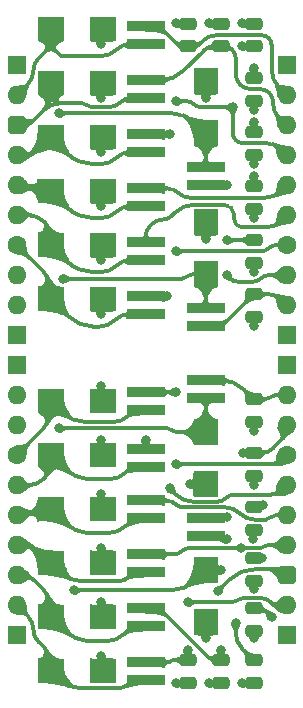
<source format=gtl>
%TF.GenerationSoftware,KiCad,Pcbnew,9.0.2*%
%TF.CreationDate,2025-07-14T19:06:54+02:00*%
%TF.ProjectId,Signal Protection,5369676e-616c-4205-9072-6f7465637469,V1*%
%TF.SameCoordinates,Original*%
%TF.FileFunction,Copper,L1,Top*%
%TF.FilePolarity,Positive*%
%FSLAX46Y46*%
G04 Gerber Fmt 4.6, Leading zero omitted, Abs format (unit mm)*
G04 Created by KiCad (PCBNEW 9.0.2) date 2025-07-14 19:06:54*
%MOMM*%
%LPD*%
G01*
G04 APERTURE LIST*
G04 Aperture macros list*
%AMRoundRect*
0 Rectangle with rounded corners*
0 $1 Rounding radius*
0 $2 $3 $4 $5 $6 $7 $8 $9 X,Y pos of 4 corners*
0 Add a 4 corners polygon primitive as box body*
4,1,4,$2,$3,$4,$5,$6,$7,$8,$9,$2,$3,0*
0 Add four circle primitives for the rounded corners*
1,1,$1+$1,$2,$3*
1,1,$1+$1,$4,$5*
1,1,$1+$1,$6,$7*
1,1,$1+$1,$8,$9*
0 Add four rect primitives between the rounded corners*
20,1,$1+$1,$2,$3,$4,$5,0*
20,1,$1+$1,$4,$5,$6,$7,0*
20,1,$1+$1,$6,$7,$8,$9,0*
20,1,$1+$1,$8,$9,$2,$3,0*%
G04 Aperture macros list end*
%TA.AperFunction,SMDPad,CuDef*%
%ADD10R,3.200000X0.900000*%
%TD*%
%TA.AperFunction,SMDPad,CuDef*%
%ADD11RoundRect,0.250000X-0.475000X0.250000X-0.475000X-0.250000X0.475000X-0.250000X0.475000X0.250000X0*%
%TD*%
%TA.AperFunction,SMDPad,CuDef*%
%ADD12RoundRect,0.250000X0.475000X-0.250000X0.475000X0.250000X-0.475000X0.250000X-0.475000X-0.250000X0*%
%TD*%
%TA.AperFunction,SMDPad,CuDef*%
%ADD13R,2.250000X2.150000*%
%TD*%
%TA.AperFunction,SMDPad,CuDef*%
%ADD14R,2.150000X2.250000*%
%TD*%
%TA.AperFunction,ComponentPad*%
%ADD15R,1.600000X1.600000*%
%TD*%
%TA.AperFunction,ComponentPad*%
%ADD16O,1.600000X1.600000*%
%TD*%
%TA.AperFunction,ComponentPad*%
%ADD17C,1.600000*%
%TD*%
%TA.AperFunction,ComponentPad*%
%ADD18RoundRect,0.400000X-0.400000X-0.400000X0.400000X-0.400000X0.400000X0.400000X-0.400000X0.400000X0*%
%TD*%
%TA.AperFunction,ViaPad*%
%ADD19C,0.800000*%
%TD*%
%TA.AperFunction,Conductor*%
%ADD20C,0.300000*%
%TD*%
G04 APERTURE END LIST*
D10*
%TO.P,R9,2*%
%TO.N,/GPIO1*%
X10922000Y-2782000D03*
%TO.P,R9,1*%
%TO.N,/GPIO_{\u03A9}1*%
X10922000Y-1282000D03*
%TD*%
%TO.P,R16,2*%
%TO.N,/GPIO12*%
X10922000Y-38342000D03*
%TO.P,R16,1*%
%TO.N,/GPIO_{\u03A9}12*%
X10922000Y-36842000D03*
%TD*%
%TO.P,R15,2*%
%TO.N,/GPIO8*%
X16002000Y-28182000D03*
%TO.P,R15,1*%
%TO.N,/GPIO_{\u03A9}8*%
X16002000Y-26682000D03*
%TD*%
%TO.P,R14,2*%
%TO.N,/GPIO4*%
X10922000Y-16498000D03*
%TO.P,R14,1*%
%TO.N,/GPIO_{\u03A9}4*%
X10922000Y-14998000D03*
%TD*%
%TO.P,R12,2*%
%TO.N,/GPIO13*%
X10922000Y-42914000D03*
%TO.P,R12,1*%
%TO.N,/GPIO_{\u03A9}13*%
X10922000Y-41414000D03*
%TD*%
%TO.P,R11,2*%
%TO.N,/GPIO9*%
X16002000Y-39866000D03*
%TO.P,R11,1*%
%TO.N,/GPIO_{\u03A9}9*%
X16002000Y-38366000D03*
%TD*%
%TO.P,R10,2*%
%TO.N,/GPIO5*%
X10922000Y-21070000D03*
%TO.P,R10,1*%
%TO.N,/GPIO_{\u03A9}5*%
X10922000Y-19570000D03*
%TD*%
%TO.P,R8,2*%
%TO.N,/GPIO14*%
X10922000Y-47486000D03*
%TO.P,R8,1*%
%TO.N,/GPIO_{\u03A9}14*%
X10922000Y-45986000D03*
%TD*%
%TO.P,R7,2*%
%TO.N,/GPIO10*%
X10922000Y-29198000D03*
%TO.P,R7,1*%
%TO.N,/GPIO_{\u03A9}10*%
X10922000Y-27698000D03*
%TD*%
%TO.P,R6,2*%
%TO.N,/GPIO6*%
X16002000Y-8648000D03*
%TO.P,R6,1*%
%TO.N,/GPIO_{\u03A9}6*%
X16002000Y-10148000D03*
%TD*%
%TO.P,R5,2*%
%TO.N,/GPIO2*%
X10922000Y-7354000D03*
%TO.P,R5,1*%
%TO.N,/GPIO_{\u03A9}2*%
X10922000Y-5854000D03*
%TD*%
%TO.P,R4,2*%
%TO.N,/GPIO15*%
X10922000Y-52058000D03*
%TO.P,R4,1*%
%TO.N,/GPIO_{\u03A9}15*%
X10922000Y-50558000D03*
%TD*%
%TO.P,R3,2*%
%TO.N,/GPIO11*%
X10922000Y-34024000D03*
%TO.P,R3,1*%
%TO.N,/GPIO_{\u03A9}11*%
X10922000Y-32524000D03*
%TD*%
%TO.P,R2,2*%
%TO.N,/GPIO7*%
X16002000Y-20586000D03*
%TO.P,R2,1*%
%TO.N,/GPIO_{\u03A9}7*%
X16002000Y-22086000D03*
%TD*%
%TO.P,R1,2*%
%TO.N,/GPIO3*%
X10922000Y-11926000D03*
%TO.P,R1,1*%
%TO.N,/GPIO_{\u03A9}3*%
X10922000Y-10426000D03*
%TD*%
%TO.P,R13,2*%
%TO.N,/GPIO0*%
X10922000Y1790000D03*
%TO.P,R13,1*%
%TO.N,/GPIO_{\u03A9}0*%
X10922000Y3290000D03*
%TD*%
D11*
%TO.P,C7,2*%
%TO.N,/GND*%
X20066000Y-16714000D03*
%TO.P,C7,1*%
%TO.N,/GPIO_{\u03A9}6*%
X20066000Y-14814000D03*
%TD*%
%TO.P,C4,2*%
%TO.N,/GND*%
X20066000Y-2998000D03*
%TO.P,C4,1*%
%TO.N,/GPIO_{\u03A9}3*%
X20066000Y-1098000D03*
%TD*%
%TO.P,C10,2*%
%TO.N,/GND*%
X20066000Y-34748000D03*
%TO.P,C10,1*%
%TO.N,/GPIO_{\u03A9}9*%
X20066000Y-32848000D03*
%TD*%
%TO.P,C14,2*%
%TO.N,/GND*%
X20066000Y-52274000D03*
%TO.P,C14,1*%
%TO.N,/GPIO_{\u03A9}13*%
X20066000Y-50374000D03*
%TD*%
D12*
%TO.P,C2,2*%
%TO.N,/GND*%
X17272000Y3506000D03*
%TO.P,C2,1*%
%TO.N,/GPIO_{\u03A9}1*%
X17272000Y1606000D03*
%TD*%
D11*
%TO.P,C13,2*%
%TO.N,/GND*%
X20066000Y-47874000D03*
%TO.P,C13,1*%
%TO.N,/GPIO_{\u03A9}12*%
X20066000Y-45974000D03*
%TD*%
%TO.P,C15,2*%
%TO.N,/GND*%
X17272000Y-52274000D03*
%TO.P,C15,1*%
%TO.N,/GPIO_{\u03A9}14*%
X17272000Y-50374000D03*
%TD*%
D13*
%TO.P,D1,2,A*%
%TO.N,/GND*%
X7280000Y-1524000D03*
%TO.P,D1,1,K*%
%TO.N,/GPIO1*%
X2880000Y-1524000D03*
%TD*%
%TO.P,D2,2,A*%
%TO.N,/GND*%
X7280000Y-6096000D03*
%TO.P,D2,1,K*%
%TO.N,/GPIO2*%
X2880000Y-6096000D03*
%TD*%
%TO.P,D9,2,A*%
%TO.N,/GND*%
X7280000Y3048000D03*
%TO.P,D9,1,K*%
%TO.N,/GPIO0*%
X2880000Y3048000D03*
%TD*%
%TO.P,D16,2,A*%
%TO.N,/GND*%
X7280000Y-51308000D03*
%TO.P,D16,1,K*%
%TO.N,/GPIO15*%
X2880000Y-51308000D03*
%TD*%
%TO.P,D15,2,A*%
%TO.N,/GND*%
X7280000Y-46736000D03*
%TO.P,D15,1,K*%
%TO.N,/GPIO14*%
X2880000Y-46736000D03*
%TD*%
%TO.P,D14,2,A*%
%TO.N,/GND*%
X7280000Y-42164000D03*
%TO.P,D14,1,K*%
%TO.N,/GPIO13*%
X2880000Y-42164000D03*
%TD*%
%TO.P,D13,2,A*%
%TO.N,/GND*%
X7280000Y-37592000D03*
%TO.P,D13,1,K*%
%TO.N,/GPIO12*%
X2880000Y-37592000D03*
%TD*%
%TO.P,D12,2,A*%
%TO.N,/GND*%
X7280000Y-33020000D03*
%TO.P,D12,1,K*%
%TO.N,/GPIO11*%
X2880000Y-33020000D03*
%TD*%
%TO.P,D11,2,A*%
%TO.N,/GND*%
X7280000Y-28448000D03*
%TO.P,D11,1,K*%
%TO.N,/GPIO10*%
X2880000Y-28448000D03*
%TD*%
D14*
%TO.P,D10,2,A*%
%TO.N,/GND*%
X16002000Y-47158000D03*
%TO.P,D10,1,K*%
%TO.N,/GPIO9*%
X16002000Y-42758000D03*
%TD*%
%TO.P,D8,2,A*%
%TO.N,/GND*%
X16002000Y-35474000D03*
%TO.P,D8,1,K*%
%TO.N,/GPIO8*%
X16002000Y-31074000D03*
%TD*%
%TO.P,D7,2,A*%
%TO.N,/GND*%
X16002000Y-13294000D03*
%TO.P,D7,1,K*%
%TO.N,/GPIO7*%
X16002000Y-17694000D03*
%TD*%
%TO.P,D6,2,A*%
%TO.N,/GND*%
X16002000Y-1356000D03*
%TO.P,D6,1,K*%
%TO.N,/GPIO6*%
X16002000Y-5756000D03*
%TD*%
D13*
%TO.P,D5,2,A*%
%TO.N,/GND*%
X7280000Y-19812000D03*
%TO.P,D5,1,K*%
%TO.N,/GPIO5*%
X2880000Y-19812000D03*
%TD*%
%TO.P,D4,2,A*%
%TO.N,/GND*%
X7280000Y-15240000D03*
%TO.P,D4,1,K*%
%TO.N,/GPIO4*%
X2880000Y-15240000D03*
%TD*%
%TO.P,D3,2,A*%
%TO.N,/GND*%
X7280000Y-10668000D03*
%TO.P,D3,1,K*%
%TO.N,/GPIO3*%
X2880000Y-10668000D03*
%TD*%
D11*
%TO.P,C16,2*%
%TO.N,/GND*%
X14478000Y-52274000D03*
%TO.P,C16,1*%
%TO.N,/GPIO_{\u03A9}15*%
X14478000Y-50374000D03*
%TD*%
%TO.P,C5,2*%
%TO.N,/GND*%
X20066000Y-7570000D03*
%TO.P,C5,1*%
%TO.N,/GPIO_{\u03A9}4*%
X20066000Y-5670000D03*
%TD*%
%TO.P,C9,2*%
%TO.N,/GND*%
X20066000Y-30176000D03*
%TO.P,C9,1*%
%TO.N,/GPIO_{\u03A9}8*%
X20066000Y-28276000D03*
%TD*%
%TO.P,C8,2*%
%TO.N,/GND*%
X20066000Y-21286000D03*
%TO.P,C8,1*%
%TO.N,/GPIO_{\u03A9}7*%
X20066000Y-19386000D03*
%TD*%
%TO.P,C12,2*%
%TO.N,/GND*%
X20066000Y-43638000D03*
%TO.P,C12,1*%
%TO.N,/GPIO_{\u03A9}11*%
X20066000Y-41738000D03*
%TD*%
D12*
%TO.P,C1,2*%
%TO.N,/GND*%
X14478000Y3506000D03*
%TO.P,C1,1*%
%TO.N,/GPIO_{\u03A9}0*%
X14478000Y1606000D03*
%TD*%
%TO.P,C3,2*%
%TO.N,/GND*%
X20066000Y3506000D03*
%TO.P,C3,1*%
%TO.N,/GPIO_{\u03A9}2*%
X20066000Y1606000D03*
%TD*%
D15*
%TO.P,J4,40,Pin_40*%
%TO.N,/GND*%
X22860000Y0D03*
D16*
%TO.P,J4,39,Pin_39*%
%TO.N,/GPIO_{\u03A9}0*%
X22860000Y-2540000D03*
%TO.P,J4,38,Pin_38*%
%TO.N,/GPIO_{\u03A9}1*%
X22860000Y-5080000D03*
%TO.P,J4,37,Pin_37*%
%TO.N,/GPIO_{\u03A9}2*%
X22860000Y-7620000D03*
%TO.P,J4,36,Pin_36*%
%TO.N,/GPIO_{\u03A9}3*%
X22860000Y-10160000D03*
%TO.P,J4,35,Pin_35*%
%TO.N,/GPIO_{\u03A9}4*%
X22860000Y-12700000D03*
D17*
%TO.P,J4,34,Pin_34*%
%TO.N,/GPIO_{\u03A9}5*%
X22860000Y-15240000D03*
D16*
%TO.P,J4,33,Pin_33*%
%TO.N,/GPIO_{\u03A9}6*%
X22860000Y-17780000D03*
%TO.P,J4,32,Pin_32*%
%TO.N,/GPIO_{\u03A9}7*%
X22860000Y-20320000D03*
D15*
%TO.P,J4,31,Pin_31*%
%TO.N,/GND*%
X22860000Y-22860000D03*
%TO.P,J4,30,Pin_30*%
X22860000Y-25400000D03*
D16*
%TO.P,J4,29,Pin_29*%
%TO.N,/GPIO_{\u03A9}8*%
X22860000Y-27940000D03*
%TO.P,J4,28,Pin_28*%
%TO.N,/GPIO_{\u03A9}9*%
X22860000Y-30480000D03*
D17*
%TO.P,J4,27,Pin_27*%
%TO.N,/GPIO_{\u03A9}10*%
X22860000Y-33020000D03*
D16*
%TO.P,J4,26,Pin_26*%
%TO.N,/GPIO_{\u03A9}11*%
X22860000Y-35560000D03*
%TO.P,J4,25,Pin_25*%
%TO.N,/GPIO_{\u03A9}12*%
X22860000Y-38100000D03*
%TO.P,J4,24,Pin_24*%
%TO.N,/GPIO_{\u03A9}13*%
X22860000Y-40640000D03*
D18*
%TO.P,J4,23,Pin_23*%
%TO.N,/GPIO_{\u03A9}14*%
X22860000Y-43180000D03*
D16*
%TO.P,J4,22,Pin_22*%
%TO.N,/GPIO_{\u03A9}15*%
X22860000Y-45720000D03*
D15*
%TO.P,J4,21,Pin_21*%
%TO.N,/GND*%
X22860000Y-48260000D03*
%TO.P,J4,20,Pin_20*%
X0Y-48260000D03*
D16*
%TO.P,J4,19,Pin_19*%
%TO.N,/GPIO15*%
X0Y-45720000D03*
%TO.P,J4,18,Pin_18*%
%TO.N,/GPIO14*%
X0Y-43180000D03*
%TO.P,J4,17,Pin_17*%
%TO.N,/GPIO13*%
X0Y-40640000D03*
%TO.P,J4,16,Pin_16*%
%TO.N,/GPIO12*%
X0Y-38100000D03*
%TO.P,J4,15,Pin_15*%
%TO.N,/GPIO11*%
X0Y-35560000D03*
D17*
%TO.P,J4,14,Pin_14*%
%TO.N,/GPIO10*%
X0Y-33020000D03*
D16*
%TO.P,J4,13,Pin_13*%
%TO.N,/GPIO9*%
X0Y-30480000D03*
%TO.P,J4,12,Pin_12*%
%TO.N,/GPIO8*%
X0Y-27940000D03*
D15*
%TO.P,J4,11,Pin_11*%
%TO.N,/GND*%
X0Y-25400000D03*
%TO.P,J4,10,Pin_10*%
X0Y-22860000D03*
D16*
%TO.P,J4,9,Pin_9*%
%TO.N,/GPIO7*%
X0Y-20320000D03*
%TO.P,J4,8,Pin_8*%
%TO.N,/GPIO6*%
X0Y-17780000D03*
D17*
%TO.P,J4,7,Pin_7*%
%TO.N,/GPIO5*%
X0Y-15240000D03*
D16*
%TO.P,J4,6,Pin_6*%
%TO.N,/GPIO4*%
X0Y-12700000D03*
%TO.P,J4,5,Pin_5*%
%TO.N,/GPIO3*%
X0Y-10160000D03*
%TO.P,J4,4,Pin_4*%
%TO.N,/GPIO2*%
X0Y-7620000D03*
D18*
%TO.P,J4,3,Pin_3*%
%TO.N,/GPIO1*%
X0Y-5080000D03*
D16*
%TO.P,J4,2,Pin_2*%
%TO.N,/GPIO0*%
X0Y-2540000D03*
D15*
%TO.P,J4,1,Pin_1*%
%TO.N,/GND*%
X0Y0D03*
%TD*%
D11*
%TO.P,C6,2*%
%TO.N,/GND*%
X20066000Y-12142000D03*
%TO.P,C6,1*%
%TO.N,/GPIO_{\u03A9}5*%
X20066000Y-10242000D03*
%TD*%
%TO.P,C11,2*%
%TO.N,/GND*%
X20066000Y-39320000D03*
%TO.P,C11,1*%
%TO.N,/GPIO_{\u03A9}10*%
X20066000Y-37420000D03*
%TD*%
D19*
%TO.N,/GPIO_{\u03A9}6*%
X17780000Y-14814000D03*
X17780000Y-17780000D03*
X17780000Y-10160000D03*
%TO.N,/GPIO_{\u03A9}5*%
X20066000Y-9398000D03*
%TO.N,/GND*%
X7112000Y-2794000D03*
%TO.N,/GPIO_{\u03A9}13*%
X19021674Y-40851019D03*
X18542000Y-47244000D03*
%TO.N,/GND*%
X14646000Y-35474000D03*
%TO.N,/GPIO_{\u03A9}12*%
X21590000Y-46736000D03*
%TO.N,/GPIO_{\u03A9}4*%
X20066000Y-4826000D03*
%TO.N,/GPIO_{\u03A9}3*%
X20066000Y-254000D03*
%TO.N,/GPIO_{\u03A9}2*%
X19050000Y1606000D03*
X12954000Y-5842000D03*
X13462000Y-3048000D03*
X18288000Y-3556000D03*
%TO.N,/GPIO_{\u03A9}11*%
X20790000Y-41738000D03*
%TO.N,/GPIO_{\u03A9}9*%
X17809165Y-38230836D03*
%TO.N,/GPIO_{\u03A9}11*%
X12954000Y-35814000D03*
%TO.N,/GPIO_{\u03A9}14*%
X17272000Y-49530000D03*
X17018000Y-44533002D03*
%TO.N,/GPIO_{\u03A9}9*%
X19132001Y-32848001D03*
%TO.N,/GPIO9*%
X17272000Y-42758000D03*
X17767999Y-40132000D03*
%TO.N,/GND*%
X16002000Y-48514000D03*
%TO.N,/GPIO_{\u03A9}15*%
X14478000Y-49530000D03*
X14478000Y-45466000D03*
%TO.N,/GPIO_{\u03A9}5*%
X12700000Y-19558000D03*
X13462000Y-15748000D03*
%TO.N,/GPIO_{\u03A9}11*%
X10922000Y-31750000D03*
%TO.N,/GPIO_{\u03A9}10*%
X20836665Y-37213963D03*
%TO.N,/GND*%
X20066000Y-3810000D03*
X20066000Y-8382000D03*
X20066000Y-12954000D03*
X20066000Y-17526000D03*
X20066000Y-48514000D03*
X20066000Y-44323000D03*
X19990000Y-40132000D03*
X20066000Y-35560000D03*
%TO.N,/GPIO_{\u03A9}10*%
X13462000Y-27686000D03*
X13462000Y-33782000D03*
%TO.N,/GND*%
X20066000Y-30988000D03*
X20066000Y-22098000D03*
X16002000Y-14732000D03*
X16002000Y-2794000D03*
X13462000Y3556000D03*
X16256000Y3556000D03*
X19050000Y3556000D03*
X13462000Y-52324000D03*
X16256000Y-52324000D03*
X19050000Y-52324000D03*
%TO.N,/GPIO9*%
X4826000Y-44450000D03*
%TO.N,/GND*%
X7112000Y1778000D03*
X7112000Y-7366000D03*
X7112000Y-11938000D03*
X7112000Y-16510000D03*
X7112000Y-21082000D03*
X7112000Y-27178000D03*
X7112000Y-31750000D03*
X7112000Y-36322000D03*
X7112000Y-40894000D03*
X7112000Y-45466000D03*
X7112000Y-50038000D03*
%TO.N,/GPIO6*%
X3556000Y-4064000D03*
%TO.N,/GPIO7*%
X3929501Y-18086998D03*
%TO.N,/GPIO8*%
X3556000Y-30734000D03*
%TD*%
D20*
%TO.N,/GND*%
X7196000Y-50122000D02*
G75*
G02*
X7280003Y-50324793I-202800J-202800D01*
G01*
X7196000Y-40978000D02*
G75*
G02*
X7280003Y-41180793I-202800J-202800D01*
G01*
X20066000Y-40002259D02*
G75*
G02*
X20028012Y-40094012I-129700J-41D01*
G01*
X7196000Y-45550000D02*
G75*
G02*
X7280003Y-45752793I-202800J-202800D01*
G01*
%TO.N,/GPIO_{\u03A9}7*%
X22393000Y-19853000D02*
G75*
G03*
X21265562Y-19386016I-1127400J-1127400D01*
G01*
%TO.N,/GPIO_{\u03A9}9*%
X22860000Y-30881500D02*
G75*
G02*
X22576095Y-31566902I-969300J0D01*
G01*
X21729517Y-32413482D02*
G75*
G02*
X20680500Y-32848009I-1049017J1048982D01*
G01*
X17741583Y-38298418D02*
G75*
G02*
X17578425Y-38366030I-163183J163118D01*
G01*
%TO.N,/GPIO_{\u03A9}3*%
X13697000Y-10820000D02*
G75*
G03*
X14648200Y-11214000I951200J951200D01*
G01*
X22333000Y-10687000D02*
G75*
G02*
X21060709Y-11214004I-1272300J1272300D01*
G01*
X13697000Y-10820000D02*
G75*
G03*
X12745799Y-10426000I-951200J-951200D01*
G01*
%TO.N,/GPIO_{\u03A9}2*%
X14986000Y-3302000D02*
G75*
G03*
X15599210Y-3555996I613200J613200D01*
G01*
X14986000Y-3302000D02*
G75*
G03*
X14372789Y-3048004I-613200J-613200D01*
G01*
X12948000Y-5848000D02*
G75*
G02*
X12933514Y-5854006I-14500J14500D01*
G01*
X18542000Y-6350000D02*
G75*
G03*
X19155210Y-6603996I613200J613200D01*
G01*
X18288000Y-5736789D02*
G75*
G03*
X18541997Y-6350003I867200J-11D01*
G01*
X22352000Y-7112000D02*
G75*
G03*
X21125579Y-6604008I-1226400J-1226400D01*
G01*
%TO.N,/GPIO_{\u03A9}0*%
X21590000Y-371974D02*
G75*
G03*
X22224992Y-1905008I2168000J-26D01*
G01*
X13500734Y1861265D02*
G75*
G03*
X14117000Y1605990I616266J616235D01*
G01*
X21336000Y2286000D02*
G75*
G02*
X21589996Y1672789I-613200J-613200D01*
G01*
X15620399Y1904399D02*
G75*
G02*
X14900000Y1606001I-720399J720401D01*
G01*
X21336000Y2286000D02*
G75*
G03*
X20722789Y2539996I-613200J-613200D01*
G01*
X16916437Y2540000D02*
G75*
G03*
X15788989Y2073011I-37J-1594400D01*
G01*
%TO.N,/GPIO_{\u03A9}14*%
X20194929Y-42672000D02*
G75*
G03*
X17948492Y-43602492I-29J-3176900D01*
G01*
X17272000Y-49968000D02*
G75*
G02*
X16866000Y-50374000I-406000J0D01*
G01*
X16172914Y-50086914D02*
G75*
G03*
X16866000Y-50373991I693086J693114D01*
G01*
%TO.N,/GPIO_{\u03A9}8*%
X21504000Y-28108000D02*
G75*
G02*
X21098412Y-28276005I-405600J405600D01*
G01*
X19269000Y-27479000D02*
G75*
G03*
X17344871Y-26682012I-1924100J-1924100D01*
G01*
X21909587Y-27940000D02*
G75*
G03*
X21504004Y-28108004I13J-573600D01*
G01*
%TO.N,/GPIO_{\u03A9}12*%
X21520500Y-38284500D02*
G75*
G02*
X21075077Y-38468991I-445400J445400D01*
G01*
X18909500Y-37959500D02*
G75*
G03*
X17679458Y-37450017I-1230000J-1230000D01*
G01*
X13412000Y-37146000D02*
G75*
G03*
X14145920Y-37449991I733900J733900D01*
G01*
X13412000Y-37146000D02*
G75*
G03*
X12678079Y-36842009I-733900J-733900D01*
G01*
X21097407Y-46243407D02*
G75*
G03*
X20447000Y-45973995I-650407J-650393D01*
G01*
X21965922Y-38100000D02*
G75*
G03*
X21520493Y-38284493I-22J-629900D01*
G01*
X18909500Y-37959500D02*
G75*
G03*
X20139541Y-38468983I1230000J1230000D01*
G01*
%TO.N,/GPIO_{\u03A9}4*%
X11285452Y-13606546D02*
G75*
G03*
X10921997Y-14484000I877448J-877454D01*
G01*
X22352000Y-13208000D02*
G75*
G02*
X21125579Y-13715992I-1226400J1226400D01*
G01*
X18389600Y-13022231D02*
G75*
G03*
X18592809Y-13512791I693800J31D01*
G01*
X18151800Y-12055800D02*
G75*
G03*
X17577700Y-11818000I-574100J-574100D01*
G01*
X18151800Y-12055800D02*
G75*
G02*
X18389600Y-12629899I-574100J-574100D01*
G01*
X12319000Y-13081000D02*
G75*
G03*
X11451794Y-13440215I0J-1226400D01*
G01*
X14983075Y-11818000D02*
G75*
G03*
X13458507Y-12449507I25J-2156100D01*
G01*
X13186210Y-12721789D02*
G75*
G02*
X12319000Y-13081005I-867210J867189D01*
G01*
X18592800Y-13512800D02*
G75*
G03*
X19083368Y-13716013I490600J490600D01*
G01*
%TO.N,/GPIO_{\u03A9}13*%
X20951500Y-40763500D02*
G75*
G02*
X20653344Y-40887018I-298200J298200D01*
G01*
X21249655Y-40640000D02*
G75*
G03*
X20951534Y-40763534I45J-421600D01*
G01*
X18542000Y-48047000D02*
G75*
G03*
X19109809Y-49417803I1938600J0D01*
G01*
X13960500Y-41150500D02*
G75*
G02*
X13324354Y-41414023I-636200J636200D01*
G01*
X14596645Y-40887000D02*
G75*
G03*
X13960487Y-41150487I-45J-899600D01*
G01*
%TO.N,/GPIO_{\u03A9}5*%
X21949210Y-15240000D02*
G75*
G03*
X21335997Y-15493997I-10J-867200D01*
G01*
X21336000Y-15494000D02*
G75*
G02*
X20722789Y-15747996I-613200J613200D01*
G01*
X12694000Y-19564000D02*
G75*
G02*
X12679514Y-19570006I-14500J14500D01*
G01*
%TO.N,/GPIO_{\u03A9}15*%
X21430130Y-45421500D02*
G75*
G03*
X20709487Y-45122996I-720630J-720600D01*
G01*
X21430130Y-45421500D02*
G75*
G03*
X22150772Y-45720032I720670J720600D01*
G01*
X18713500Y-45294500D02*
G75*
G02*
X18299462Y-45465984I-414000J414000D01*
G01*
X19127537Y-45123000D02*
G75*
G03*
X18713489Y-45294489I-37J-585500D01*
G01*
X13247622Y-50374000D02*
G75*
G03*
X13039993Y-50459993I-22J-293600D01*
G01*
%TO.N,/GPIO_{\u03A9}11*%
X22460000Y-35959999D02*
G75*
G02*
X21494316Y-36360005I-965700J965699D01*
G01*
X13522000Y-36382000D02*
G75*
G03*
X14893273Y-36950011I1371300J1371300D01*
G01*
X17723000Y-36654999D02*
G75*
G02*
X17010806Y-36950002I-712200J712199D01*
G01*
X18435194Y-36359999D02*
G75*
G03*
X17723002Y-36655001I6J-1007201D01*
G01*
%TO.N,/GPIO_{\u03A9}1*%
X18923000Y-1651000D02*
G75*
G03*
X19842815Y-2031994I919800J919800D01*
G01*
X18192416Y1365583D02*
G75*
G03*
X17612000Y1606009I-580416J-580383D01*
G01*
X16743467Y1606000D02*
G75*
G03*
X15841220Y1232256I33J-1276000D01*
G01*
X21395500Y-2345500D02*
G75*
G03*
X20638644Y-2031952I-756900J-756800D01*
G01*
X18247000Y1311000D02*
G75*
G02*
X18542003Y598806I-712200J-712200D01*
G01*
X21395500Y-2345500D02*
G75*
G02*
X21709018Y-3102355I-756900J-756900D01*
G01*
X21709000Y-3294000D02*
G75*
G03*
X22158017Y-4378007I1533000J0D01*
G01*
X14177207Y-431727D02*
G75*
G02*
X12124467Y-1281999I-2052737J2052737D01*
G01*
X18542000Y-731184D02*
G75*
G03*
X18922995Y-1651005I1300800J-16D01*
G01*
%TO.N,/GPIO_{\u03A9}10*%
X22479000Y-33401000D02*
G75*
G02*
X21559184Y-33781994I-919800J919800D01*
G01*
%TO.N,/GPIO_{\u03A9}6*%
X17774000Y-10154000D02*
G75*
G03*
X17759514Y-10147994I-14500J-14500D01*
G01*
X20670371Y-18053000D02*
G75*
G02*
X20011290Y-18325988I-659071J659100D01*
G01*
X21329451Y-17780000D02*
G75*
G03*
X20670341Y-18052970I-51J-932100D01*
G01*
X18053000Y-18053000D02*
G75*
G03*
X18712080Y-18326008I659100J659100D01*
G01*
%TO.N,/GPIO13*%
X1835418Y-41119418D02*
G75*
G03*
X678000Y-40639998I-1157418J-1157412D01*
G01*
X9531000Y-43301000D02*
G75*
G02*
X8596699Y-43688000I-934300J934300D01*
G01*
X3642000Y-42926000D02*
G75*
G03*
X5481630Y-43688000I1839630J1839630D01*
G01*
%TO.N,/GPIO12*%
X3896000Y-38608000D02*
G75*
G03*
X6348840Y-39624000I2452840J2452840D01*
G01*
X9277000Y-38983000D02*
G75*
G02*
X7729489Y-39623995I-1547500J1547500D01*
G01*
X1270000Y-37846000D02*
G75*
G02*
X656789Y-38099997I-613210J613220D01*
G01*
X1883210Y-37592000D02*
G75*
G03*
X1269997Y-37845997I-10J-867200D01*
G01*
%TO.N,/GPIO15*%
X2371590Y-49361590D02*
G75*
G02*
X2880000Y-50589000I-1227410J-1227410D01*
G01*
X3593000Y-52021000D02*
G75*
G03*
X5314334Y-52733998I1721330J1721330D01*
G01*
X1404000Y-47759000D02*
G75*
G03*
X1853017Y-48843007I1533000J0D01*
G01*
X954987Y-46674987D02*
G75*
G02*
X1404000Y-47759000I-1084014J-1084014D01*
G01*
X9482000Y-52396000D02*
G75*
G02*
X8665995Y-52733998I-816000J816000D01*
G01*
%TO.N,/GPIO14*%
X3896000Y-47752000D02*
G75*
G03*
X6348840Y-48768000I2452840J2452840D01*
G01*
X1375210Y-43539210D02*
G75*
G03*
X508000Y-43180000I-867210J-867210D01*
G01*
X2281787Y-44445787D02*
G75*
G02*
X2879998Y-45890000I-1444217J-1444213D01*
G01*
X9144000Y-48127000D02*
G75*
G02*
X7596489Y-48767995I-1547500J1547500D01*
G01*
%TO.N,/GPIO11*%
X2880000Y-33739000D02*
G75*
G02*
X2371591Y-34966410I-1735820J0D01*
G01*
X3896000Y-34036000D02*
G75*
G03*
X6348840Y-35052000I2452840J2452840D01*
G01*
X9150000Y-34538000D02*
G75*
G02*
X7909094Y-35051998I-1240900J1240900D01*
G01*
X2329000Y-35009000D02*
G75*
G02*
X998768Y-35560003I-1330240J1330240D01*
G01*
%TO.N,/GPIO10*%
X9404000Y-29712000D02*
G75*
G02*
X8163094Y-30225998I-1240900J1240900D01*
G01*
X3769000Y-29337000D02*
G75*
G03*
X5915235Y-30226002I2146240J2146240D01*
G01*
X2880000Y-29294000D02*
G75*
G02*
X2281787Y-30738212I-2042433J4D01*
G01*
%TO.N,/GPIO8*%
X13124000Y-30904000D02*
G75*
G03*
X13534416Y-31073993I410400J410400D01*
G01*
X13124000Y-30904000D02*
G75*
G03*
X12713583Y-30734007I-410400J-410400D01*
G01*
%TO.N,/GPIO9*%
X15156000Y-43604000D02*
G75*
G02*
X13113575Y-44449990I-2042400J2042400D01*
G01*
%TO.N,/GPIO6*%
X15156000Y-4910000D02*
G75*
G03*
X13113575Y-4064010I-2042400J-2042400D01*
G01*
%TO.N,/GPIO4*%
X8388000Y-17012000D02*
G75*
G02*
X7147094Y-17525998I-1240900J1240900D01*
G01*
X4208577Y-16568577D02*
G75*
G03*
X6520000Y-17525996I2311423J2311437D01*
G01*
X2329000Y-13251000D02*
G75*
G03*
X998768Y-12700001I-1330230J-1330230D01*
G01*
X2371590Y-13293590D02*
G75*
G02*
X2880000Y-14521000I-1227410J-1227410D01*
G01*
X9628905Y-16498000D02*
G75*
G03*
X8387998Y-17011998I-5J-1754900D01*
G01*
%TO.N,/GPIO5*%
X9557775Y-21070000D02*
G75*
G03*
X8271007Y-21603007I25J-1819800D01*
G01*
X4375773Y-21257773D02*
G75*
G03*
X6496000Y-22136001I2120227J2120223D01*
G01*
X2281787Y-17521787D02*
G75*
G02*
X2879998Y-18966000I-1444217J-1444213D01*
G01*
X8271000Y-21603000D02*
G75*
G02*
X6984224Y-22136010I-1286800J1286800D01*
G01*
%TO.N,/GPIO7*%
X14430501Y-17890499D02*
G75*
G02*
X13956110Y-18087003I-474401J474399D01*
G01*
X14904891Y-17694000D02*
G75*
G03*
X14430503Y-17890501I9J-670900D01*
G01*
%TO.N,/GPIO1*%
X5920500Y-3380500D02*
G75*
G03*
X5523361Y-3216016I-397100J-397100D01*
G01*
X1375210Y-4720789D02*
G75*
G02*
X508000Y-5079999I-867210J867209D01*
G01*
X2281787Y-3814212D02*
G75*
G03*
X2879998Y-2370000I-1444217J1444212D01*
G01*
X3726000Y-3216000D02*
G75*
G03*
X2281793Y-3814218I0J-2042400D01*
G01*
X2880000Y-2370000D02*
G75*
G03*
X3726000Y-3216000I846000J0D01*
G01*
X9684522Y-2782000D02*
G75*
G03*
X8763493Y-3163493I-22J-1302500D01*
G01*
X8763500Y-3163500D02*
G75*
G02*
X7842477Y-3544991I-921000J921000D01*
G01*
X5920500Y-3380500D02*
G75*
G03*
X6317638Y-3544984I397100J397100D01*
G01*
%TO.N,/GPIO2*%
X9628905Y-7354000D02*
G75*
G03*
X8387998Y-7867998I-5J-1754900D01*
G01*
X8388000Y-7868000D02*
G75*
G02*
X7147094Y-8381998I-1240900J1240900D01*
G01*
X4208577Y-7424577D02*
G75*
G03*
X6520000Y-8381996I2311423J2311437D01*
G01*
X1835418Y-7140581D02*
G75*
G02*
X678000Y-7619998I-1157418J1157421D01*
G01*
%TO.N,/GPIO0*%
X9628905Y1790000D02*
G75*
G03*
X8387998Y1276002I-5J-1754900D01*
G01*
X8388000Y1276000D02*
G75*
G02*
X7147094Y762002I-1240900J1240900D01*
G01*
X1853012Y583012D02*
G75*
G03*
X1403992Y-501000I1083988J-1084012D01*
G01*
X1404000Y-501000D02*
G75*
G02*
X954987Y-1585012I-1533027J2D01*
G01*
X2456000Y1186000D02*
G75*
G03*
X2880001Y2209626I-1023630J1023630D01*
G01*
X3304000Y1186000D02*
G75*
G03*
X2456000Y1186000I-424000J-424002D01*
G01*
X2880000Y2209626D02*
G75*
G03*
X3303998Y1185998I1447620J-6D01*
G01*
%TO.N,/GPIO3*%
X1270000Y-10414000D02*
G75*
G03*
X1883210Y-10667996I613200J613200D01*
G01*
X1270000Y-10414000D02*
G75*
G03*
X656789Y-10160000I-613210J-613210D01*
G01*
X9628905Y-11926000D02*
G75*
G03*
X8387998Y-12439998I-5J-1754900D01*
G01*
X8388000Y-12440000D02*
G75*
G02*
X7147094Y-12953998I-1240900J1240900D01*
G01*
X4208577Y-11996577D02*
G75*
G03*
X6520000Y-12953996I2311423J2311437D01*
G01*
%TO.N,/GPIO_{\u03A9}9*%
X17741583Y-38298418D02*
X17809165Y-38230836D01*
X17578425Y-38366000D02*
X16002000Y-38366000D01*
%TO.N,/GPIO_{\u03A9}12*%
X21965922Y-38100000D02*
X22860000Y-38100000D01*
X21075077Y-38469000D02*
X20139541Y-38469000D01*
X17679458Y-37450000D02*
X14145920Y-37450000D01*
X12678079Y-36842000D02*
X10922000Y-36842000D01*
%TO.N,/GPIO_{\u03A9}11*%
X12954000Y-35814000D02*
X13522000Y-36382000D01*
X14893273Y-36950000D02*
X17010806Y-36950000D01*
X21494316Y-36359999D02*
X18435194Y-36359999D01*
%TO.N,/GPIO9*%
X17767999Y-40132000D02*
X16268000Y-40132000D01*
%TO.N,/GND*%
X20066000Y-40002259D02*
X20066000Y-39320000D01*
X20028000Y-40094000D02*
X19990000Y-40132000D01*
%TO.N,/GPIO_{\u03A9}1*%
X21709000Y-3102355D02*
X21709000Y-3294000D01*
X19842815Y-2032000D02*
X20638644Y-2032000D01*
X18542000Y598806D02*
X18542000Y-731184D01*
X18192416Y1365583D02*
X18247000Y1311000D01*
X22158012Y-4378012D02*
X22860000Y-5080000D01*
%TO.N,/GPIO_{\u03A9}0*%
X22225000Y-1905000D02*
X22860000Y-2540000D01*
X21590000Y-371974D02*
X21590000Y1672789D01*
X15620399Y1904399D02*
X15789000Y2073000D01*
X20722789Y2540000D02*
X16916437Y2540000D01*
%TO.N,/GPIO_{\u03A9}2*%
X14372789Y-3048000D02*
X13462000Y-3048000D01*
X18288000Y-5736789D02*
X18288000Y-3556000D01*
X19155210Y-6604000D02*
X21125579Y-6604000D01*
X22352000Y-7112000D02*
X22860000Y-7620000D01*
%TO.N,/GPIO_{\u03A9}4*%
X22352000Y-13208000D02*
X22860000Y-12700000D01*
X21125579Y-13716000D02*
X19083368Y-13716000D01*
X18389600Y-13022231D02*
X18389600Y-12629899D01*
X17577700Y-11818000D02*
X14983075Y-11818000D01*
X13458499Y-12449499D02*
X13186210Y-12721789D01*
X10922000Y-14484000D02*
X10922000Y-14998000D01*
X11285452Y-13606546D02*
X11451789Y-13440210D01*
%TO.N,/GPIO1*%
X5523361Y-3216000D02*
X3726000Y-3216000D01*
%TO.N,/GPIO_{\u03A9}5*%
X20066000Y-9398000D02*
X20066000Y-10242000D01*
%TO.N,/GPIO_{\u03A9}6*%
X17780000Y-14814000D02*
X20066000Y-14814000D01*
X21329451Y-17780000D02*
X22860000Y-17780000D01*
X20011290Y-18326000D02*
X18712080Y-18326000D01*
X17780000Y-17780000D02*
X18053000Y-18053000D01*
%TO.N,/GND*%
X20066000Y-17526000D02*
X20066000Y-16714000D01*
%TO.N,/GPIO_{\u03A9}6*%
X17774000Y-10154000D02*
X17780000Y-10160000D01*
X17759514Y-10148000D02*
X16002000Y-10148000D01*
%TO.N,/GPIO_{\u03A9}3*%
X22333000Y-10687000D02*
X22860000Y-10160000D01*
X14648200Y-11214000D02*
X21060709Y-11214000D01*
X12745799Y-10426000D02*
X10922000Y-10426000D01*
%TO.N,/GPIO1*%
X7842477Y-3545000D02*
X6317638Y-3545000D01*
%TO.N,/GPIO_{\u03A9}14*%
X17948501Y-43602501D02*
X17018000Y-44533002D01*
X20194929Y-42672000D02*
X22352000Y-42672000D01*
%TO.N,/GPIO_{\u03A9}15*%
X18299462Y-45466000D02*
X14478000Y-45466000D01*
X20709487Y-45123000D02*
X19127537Y-45123000D01*
X22150772Y-45720000D02*
X22860000Y-45720000D01*
%TO.N,/GPIO_{\u03A9}13*%
X18542000Y-48047000D02*
X18542000Y-47244000D01*
X19109806Y-49417806D02*
X20066000Y-50374000D01*
%TO.N,/GND*%
X14646000Y-35474000D02*
X16002000Y-35474000D01*
%TO.N,/GPIO_{\u03A9}11*%
X20790000Y-41738000D02*
X20066000Y-41738000D01*
%TO.N,/GPIO_{\u03A9}12*%
X21590000Y-46736000D02*
X21097407Y-46243407D01*
%TO.N,/GPIO_{\u03A9}8*%
X21909587Y-27940000D02*
X22860000Y-27940000D01*
X21098412Y-28276000D02*
X20066000Y-28276000D01*
%TO.N,/GPIO_{\u03A9}9*%
X22576096Y-31566903D02*
X21729517Y-32413482D01*
X20532999Y-32848000D02*
X20680500Y-32848000D01*
%TO.N,/GPIO_{\u03A9}4*%
X20066000Y-4826000D02*
X20066000Y-5670000D01*
%TO.N,/GPIO_{\u03A9}3*%
X20066000Y-254000D02*
X20066000Y-1098000D01*
%TO.N,/GPIO_{\u03A9}2*%
X19050000Y1606000D02*
X20066000Y1606000D01*
X15599210Y-3556000D02*
X18288000Y-3556000D01*
X12948000Y-5848000D02*
X12954000Y-5842000D01*
X12933514Y-5854000D02*
X10922000Y-5854000D01*
%TO.N,/GPIO6*%
X16002000Y-5756000D02*
X16002000Y-8648000D01*
%TO.N,/GPIO_{\u03A9}0*%
X13500734Y1861265D02*
X12072000Y3290000D01*
%TO.N,/GPIO_{\u03A9}1*%
X15841205Y1232271D02*
X14177207Y-431727D01*
%TO.N,/GND*%
X19050000Y3556000D02*
X20016000Y3556000D01*
X16256000Y3556000D02*
X17222000Y3556000D01*
X13462000Y3556000D02*
X14428000Y3556000D01*
%TO.N,/GPIO_{\u03A9}10*%
X20836665Y-37213963D02*
X20630628Y-37420000D01*
%TO.N,/GPIO_{\u03A9}14*%
X17272000Y-49530000D02*
X17272000Y-49968000D01*
%TO.N,/GPIO_{\u03A9}9*%
X19599000Y-32848000D02*
X19132001Y-32848001D01*
%TO.N,/GPIO9*%
X17272000Y-42758000D02*
X16002000Y-42758000D01*
%TO.N,/GPIO_{\u03A9}13*%
X13324354Y-41414000D02*
X10922000Y-41414000D01*
X20653344Y-40887000D02*
X14596645Y-40887000D01*
X21249655Y-40640000D02*
X22860000Y-40640000D01*
%TO.N,/GND*%
X16002000Y-48514000D02*
X16002000Y-47158000D01*
%TO.N,/GPIO_{\u03A9}14*%
X16172914Y-50086914D02*
X12072000Y-45986000D01*
%TO.N,/GPIO_{\u03A9}15*%
X14478000Y-50374000D02*
X14478000Y-49530000D01*
%TO.N,/GND*%
X20066000Y-44323000D02*
X20066000Y-43638000D01*
%TO.N,/GPIO_{\u03A9}15*%
X13040000Y-50460000D02*
X12954000Y-50546000D01*
X10922000Y-50558000D02*
X12942000Y-50558000D01*
X14478000Y-50374000D02*
X13247622Y-50374000D01*
%TO.N,/GPIO_{\u03A9}5*%
X12700000Y-19558000D02*
X12694000Y-19564000D01*
X12679514Y-19570000D02*
X10922000Y-19570000D01*
X13462000Y-15748000D02*
X20722789Y-15748000D01*
X21949210Y-15240000D02*
X22860000Y-15240000D01*
%TO.N,/GPIO_{\u03A9}7*%
X22393000Y-19853000D02*
X22860000Y-20320000D01*
X20066000Y-19386000D02*
X21265562Y-19386000D01*
%TO.N,/GPIO_{\u03A9}11*%
X10922000Y-31750000D02*
X10922000Y-32524000D01*
%TO.N,/GND*%
X20066000Y-3810000D02*
X20066000Y-2998000D01*
X20066000Y-8382000D02*
X20066000Y-7570000D01*
X20066000Y-12954000D02*
X20066000Y-12142000D01*
X20066000Y-48514000D02*
X20066000Y-47874000D01*
X20066000Y-35560000D02*
X20066000Y-34748000D01*
%TO.N,/GPIO_{\u03A9}10*%
X13462000Y-27686000D02*
X10934000Y-27686000D01*
X21559184Y-33782000D02*
X13462000Y-33782000D01*
%TO.N,/GND*%
X20066000Y-30988000D02*
X20066000Y-30176000D01*
X20066000Y-22098000D02*
X20066000Y-21286000D01*
%TO.N,/GPIO_{\u03A9}7*%
X20066000Y-19386000D02*
X17366000Y-22086000D01*
%TO.N,/GPIO_{\u03A9}8*%
X19269000Y-27479000D02*
X20066000Y-28276000D01*
%TO.N,/GPIO8*%
X16002000Y-31074000D02*
X16002000Y-28182000D01*
%TO.N,/GPIO7*%
X16002000Y-17694000D02*
X16002000Y-20586000D01*
%TO.N,/GND*%
X16002000Y-14732000D02*
X16002000Y-13294000D01*
X16002000Y-2794000D02*
X16002000Y-1356000D01*
X13462000Y-52324000D02*
X14428000Y-52324000D01*
X19050000Y-52324000D02*
X20016000Y-52324000D01*
X16256000Y-52324000D02*
X17222000Y-52324000D01*
%TO.N,/GPIO15*%
X9482000Y-52396000D02*
X9820000Y-52058000D01*
X5314334Y-52734000D02*
X8665995Y-52734000D01*
%TO.N,/GPIO14*%
X6348840Y-48768000D02*
X7596489Y-48768000D01*
X3896000Y-47752000D02*
X2880000Y-46736000D01*
X9144000Y-48127000D02*
X9785000Y-47486000D01*
%TO.N,/GPIO13*%
X9531000Y-43301000D02*
X9918000Y-42914000D01*
X8596699Y-43688000D02*
X5481630Y-43688000D01*
%TO.N,/GPIO10*%
X9404000Y-29712000D02*
X9918000Y-29198000D01*
X8163094Y-30226000D02*
X5915235Y-30226000D01*
%TO.N,/GPIO12*%
X6348840Y-39624000D02*
X7729489Y-39624000D01*
X9277000Y-38983000D02*
X9918000Y-38342000D01*
X3896000Y-38608000D02*
X2880000Y-37592000D01*
%TO.N,/GPIO11*%
X9150000Y-34538000D02*
X9664000Y-34024000D01*
X6348840Y-35052000D02*
X7909094Y-35052000D01*
X3388409Y-33528409D02*
X3896000Y-34036000D01*
%TO.N,/GPIO8*%
X3556000Y-30734000D02*
X12713583Y-30734000D01*
X13534416Y-31074000D02*
X16002000Y-31074000D01*
%TO.N,/GPIO4*%
X4208577Y-16568577D02*
X3388409Y-15748409D01*
X7147094Y-17526000D02*
X6520000Y-17526000D01*
%TO.N,/GPIO7*%
X13956110Y-18086998D02*
X3929501Y-18086998D01*
X16002000Y-17694000D02*
X14904891Y-17694000D01*
%TO.N,/GPIO3*%
X7147094Y-12954000D02*
X6520000Y-12954000D01*
X2880000Y-10668000D02*
X4208577Y-11996577D01*
%TO.N,/GPIO2*%
X7147094Y-8382000D02*
X6520000Y-8382000D01*
X4208577Y-7424577D02*
X2880000Y-6096000D01*
%TO.N,/GPIO0*%
X7147094Y761999D02*
X3810000Y762000D01*
X3304000Y1186000D02*
X3728000Y762000D01*
%TO.N,/GND*%
X7112000Y1778000D02*
X7112000Y2880000D01*
%TO.N,/GPIO5*%
X6496000Y-22136000D02*
X6984224Y-22136000D01*
X4375773Y-21257773D02*
X2930000Y-19812000D01*
%TO.N,/GND*%
X7112000Y-21082000D02*
X7112000Y-19980000D01*
X7112000Y-16510000D02*
X7112000Y-15408000D01*
X7112000Y-11938000D02*
X7112000Y-10836000D01*
X7112000Y-7366000D02*
X7112000Y-6264000D01*
X7280000Y-41180793D02*
X7280000Y-42164000D01*
X7112000Y-40894000D02*
X7196000Y-40978000D01*
X7280000Y-45752793D02*
X7280000Y-46736000D01*
X7112000Y-45466000D02*
X7196000Y-45550000D01*
X7196000Y-50122000D02*
X7112000Y-50038000D01*
X7280000Y-50324793D02*
X7280000Y-51308000D01*
%TO.N,/GPIO6*%
X13113575Y-4064000D02*
X3556000Y-4064000D01*
%TO.N,/GPIO15*%
X2371590Y-49361590D02*
X1853012Y-48843012D01*
X954987Y-46674987D02*
X0Y-45720000D01*
%TO.N,/GPIO14*%
X1375210Y-43539210D02*
X2281787Y-44445787D01*
%TO.N,/GPIO13*%
X1835418Y-41119418D02*
X2118000Y-41402000D01*
X678000Y-40640000D02*
X0Y-40640000D01*
%TO.N,/GPIO12*%
X1883210Y-37592000D02*
X2880000Y-37592000D01*
X656789Y-38100000D02*
X0Y-38100000D01*
%TO.N,/GPIO11*%
X2371590Y-34966409D02*
X2329000Y-35009000D01*
X998768Y-35560000D02*
X0Y-35560000D01*
%TO.N,/GPIO10*%
X2281787Y-30738212D02*
X0Y-33020000D01*
%TO.N,/GPIO0*%
X1853012Y583012D02*
X2456000Y1186000D01*
X954987Y-1585012D02*
X0Y-2540000D01*
%TO.N,/GPIO1*%
X1375210Y-4720789D02*
X2281787Y-3814212D01*
%TO.N,/GPIO2*%
X1835418Y-7140581D02*
X2880000Y-6096000D01*
X678000Y-7620000D02*
X0Y-7620000D01*
%TO.N,/GPIO3*%
X656789Y-10160000D02*
X0Y-10160000D01*
X1883210Y-10668000D02*
X2880000Y-10668000D01*
%TO.N,/GPIO5*%
X2281787Y-17521787D02*
X0Y-15240000D01*
%TO.N,/GPIO4*%
X2329000Y-13251000D02*
X2371590Y-13293590D01*
X998768Y-12700000D02*
X0Y-12700000D01*
%TO.N,/GPIO9*%
X13113575Y-44450000D02*
X4826000Y-44450000D01*
%TO.N,/GND*%
X7112000Y-2794000D02*
X7112000Y-1692000D01*
%TD*%
%TA.AperFunction,Conductor*%
%TO.N,/GND*%
G36*
X7225905Y-49940641D02*
G01*
X7226316Y-49941073D01*
X7261954Y-49980546D01*
X7323771Y-50032398D01*
X7323777Y-50032403D01*
X7356867Y-50053500D01*
X7396383Y-50078696D01*
X7486644Y-50122400D01*
X7486647Y-50122401D01*
X7486649Y-50122402D01*
X7486656Y-50122405D01*
X7546537Y-50144066D01*
X7588266Y-50159161D01*
X7708417Y-50190479D01*
X7708415Y-50190479D01*
X7763915Y-50200151D01*
X7839887Y-50213393D01*
X7988049Y-50228049D01*
X8123185Y-50232267D01*
X8131347Y-50235950D01*
X8134514Y-50244326D01*
X8131934Y-50251298D01*
X7288694Y-51298784D01*
X7280837Y-51303079D01*
X7272243Y-51300561D01*
X7271497Y-51299906D01*
X6176937Y-50253963D01*
X6173323Y-50245770D01*
X6176561Y-50237421D01*
X6184754Y-50233807D01*
X6185331Y-50233807D01*
X6573827Y-50244157D01*
X6708614Y-50249431D01*
X6918291Y-50248514D01*
X7001183Y-50231676D01*
X7028813Y-50204858D01*
X7026530Y-50178333D01*
X7010644Y-50151901D01*
X7009319Y-50143045D01*
X7012397Y-50137603D01*
X7209360Y-49940640D01*
X7217632Y-49937214D01*
X7225905Y-49940641D01*
G37*
%TD.AperFunction*%
%TD*%
%TA.AperFunction,Conductor*%
%TO.N,/GND*%
G36*
X7225905Y-40796641D02*
G01*
X7226316Y-40797073D01*
X7261954Y-40836546D01*
X7323771Y-40888398D01*
X7323777Y-40888403D01*
X7356867Y-40909500D01*
X7396383Y-40934696D01*
X7486644Y-40978400D01*
X7486647Y-40978401D01*
X7486649Y-40978402D01*
X7486656Y-40978405D01*
X7546537Y-41000066D01*
X7588266Y-41015161D01*
X7708417Y-41046479D01*
X7708415Y-41046479D01*
X7763915Y-41056151D01*
X7839887Y-41069393D01*
X7988049Y-41084049D01*
X8123185Y-41088267D01*
X8131347Y-41091950D01*
X8134514Y-41100326D01*
X8131934Y-41107298D01*
X7288694Y-42154784D01*
X7280837Y-42159079D01*
X7272243Y-42156561D01*
X7271497Y-42155906D01*
X6176937Y-41109963D01*
X6173323Y-41101770D01*
X6176561Y-41093421D01*
X6184754Y-41089807D01*
X6185331Y-41089807D01*
X6573827Y-41100157D01*
X6708614Y-41105431D01*
X6918291Y-41104514D01*
X7001183Y-41087676D01*
X7028813Y-41060858D01*
X7026530Y-41034333D01*
X7010644Y-41007901D01*
X7009319Y-40999045D01*
X7012397Y-40993603D01*
X7209360Y-40796640D01*
X7217632Y-40793214D01*
X7225905Y-40796641D01*
G37*
%TD.AperFunction*%
%TD*%
%TA.AperFunction,Conductor*%
%TO.N,/GND*%
G36*
X7225905Y-45368641D02*
G01*
X7226316Y-45369073D01*
X7261954Y-45408546D01*
X7323771Y-45460398D01*
X7323777Y-45460403D01*
X7356867Y-45481500D01*
X7396383Y-45506696D01*
X7486644Y-45550400D01*
X7486647Y-45550401D01*
X7486649Y-45550402D01*
X7486656Y-45550405D01*
X7546537Y-45572066D01*
X7588266Y-45587161D01*
X7708417Y-45618479D01*
X7708415Y-45618479D01*
X7763915Y-45628151D01*
X7839887Y-45641393D01*
X7988049Y-45656049D01*
X8123185Y-45660267D01*
X8131347Y-45663950D01*
X8134514Y-45672326D01*
X8131934Y-45679298D01*
X7288694Y-46726784D01*
X7280837Y-46731079D01*
X7272243Y-46728561D01*
X7271497Y-46727906D01*
X6176937Y-45681963D01*
X6173323Y-45673770D01*
X6176561Y-45665421D01*
X6184754Y-45661807D01*
X6185331Y-45661807D01*
X6573827Y-45672157D01*
X6708614Y-45677431D01*
X6918291Y-45676514D01*
X7001183Y-45659676D01*
X7028813Y-45632858D01*
X7026530Y-45606333D01*
X7010644Y-45579901D01*
X7009319Y-45571045D01*
X7012397Y-45565603D01*
X7209360Y-45368640D01*
X7217632Y-45365214D01*
X7225905Y-45368641D01*
G37*
%TD.AperFunction*%
%TD*%
%TA.AperFunction,Conductor*%
%TO.N,/GPIO_{\u03A9}7*%
G36*
X21621024Y-19272786D02*
G01*
X22161282Y-19363449D01*
X22161548Y-19363498D01*
X22557383Y-19442172D01*
X23004668Y-19533054D01*
X23012092Y-19538060D01*
X23013815Y-19546788D01*
X22861929Y-20315386D01*
X22856963Y-20322838D01*
X22856943Y-20322852D01*
X22205505Y-20757331D01*
X22196721Y-20759070D01*
X22189279Y-20754089D01*
X22188720Y-20753159D01*
X22102137Y-20592920D01*
X22101319Y-20591024D01*
X22046653Y-20425031D01*
X22046265Y-20423508D01*
X22016940Y-20264293D01*
X22016813Y-20263420D01*
X22000743Y-20113375D01*
X22000730Y-20113253D01*
X21994322Y-20046835D01*
X21967601Y-19879835D01*
X21923594Y-19767348D01*
X21923592Y-19767345D01*
X21853345Y-19682059D01*
X21853343Y-19682057D01*
X21803260Y-19645888D01*
X21803252Y-19645883D01*
X21741739Y-19614951D01*
X21741733Y-19614949D01*
X21660465Y-19587618D01*
X21573367Y-19569418D01*
X21565970Y-19564371D01*
X21564204Y-19556137D01*
X21607539Y-19282493D01*
X21612217Y-19274861D01*
X21620924Y-19272770D01*
X21621024Y-19272786D01*
G37*
%TD.AperFunction*%
%TD*%
%TA.AperFunction,Conductor*%
%TO.N,/GPIO_{\u03A9}9*%
G36*
X22861808Y-30482567D02*
G01*
X22865051Y-30485812D01*
X23298100Y-31135639D01*
X23299836Y-31144424D01*
X23295052Y-31151727D01*
X23070681Y-31308051D01*
X23070652Y-31308072D01*
X22908621Y-31436632D01*
X22908613Y-31436638D01*
X22782042Y-31555541D01*
X22654730Y-31689382D01*
X22654684Y-31689430D01*
X22382264Y-31972542D01*
X22374058Y-31976128D01*
X22365721Y-31972861D01*
X22365560Y-31972703D01*
X22169637Y-31776780D01*
X22166210Y-31768507D01*
X22169139Y-31760765D01*
X22246530Y-31673144D01*
X22302471Y-31584625D01*
X22333295Y-31501340D01*
X22342611Y-31421178D01*
X22334030Y-31342033D01*
X22311160Y-31261794D01*
X22236993Y-31089601D01*
X22135426Y-30851069D01*
X22134930Y-30849653D01*
X22078759Y-30648218D01*
X22079838Y-30639330D01*
X22086886Y-30633807D01*
X22087729Y-30633605D01*
X22853025Y-30480826D01*
X22861808Y-30482567D01*
G37*
%TD.AperFunction*%
%TD*%
%TA.AperFunction,Conductor*%
%TO.N,/GPIO_{\u03A9}9*%
G36*
X20641517Y-32378245D02*
G01*
X20643153Y-32380798D01*
X20667854Y-32433259D01*
X20705286Y-32479893D01*
X20705287Y-32479894D01*
X20750789Y-32518099D01*
X20750790Y-32518100D01*
X20750792Y-32518101D01*
X20815475Y-32554582D01*
X20886371Y-32580314D01*
X20976525Y-32598857D01*
X21064759Y-32605194D01*
X21199057Y-32591507D01*
X21207634Y-32594078D01*
X21210667Y-32597835D01*
X21337043Y-32845856D01*
X21337745Y-32854783D01*
X21331930Y-32861593D01*
X21330295Y-32862275D01*
X21146753Y-32923036D01*
X21146748Y-32923038D01*
X21146746Y-32923039D01*
X20953098Y-33016143D01*
X20872284Y-33072801D01*
X20817913Y-33110921D01*
X20737655Y-33200577D01*
X20706846Y-33272691D01*
X20700445Y-33278952D01*
X20691490Y-33278853D01*
X20689458Y-33277735D01*
X20077760Y-32857151D01*
X20072885Y-32849640D01*
X20074748Y-32840881D01*
X20076848Y-32838565D01*
X20625033Y-32376832D01*
X20633566Y-32374125D01*
X20641517Y-32378245D01*
G37*
%TD.AperFunction*%
%TD*%
%TA.AperFunction,Conductor*%
%TO.N,/GPIO_{\u03A9}9*%
G36*
X17596185Y-37921196D02*
G01*
X17601726Y-37928231D01*
X17602163Y-37931276D01*
X17602310Y-37944954D01*
X17602311Y-37944970D01*
X17618245Y-38080046D01*
X17618245Y-38080048D01*
X17646524Y-38129745D01*
X17646523Y-38129745D01*
X17673927Y-38136813D01*
X17673928Y-38136813D01*
X17673928Y-38136812D01*
X17673929Y-38136813D01*
X17695882Y-38127750D01*
X17704837Y-38127761D01*
X17708620Y-38130292D01*
X17905010Y-38326682D01*
X17908437Y-38334955D01*
X17905010Y-38343228D01*
X17903106Y-38344769D01*
X17900006Y-38346780D01*
X17779443Y-38430278D01*
X17779436Y-38430284D01*
X17676966Y-38525187D01*
X17620195Y-38613217D01*
X17604443Y-38686331D01*
X17599350Y-38693697D01*
X17590636Y-38695325D01*
X16048281Y-38376422D01*
X16040873Y-38371391D01*
X16039192Y-38362595D01*
X16044223Y-38355187D01*
X16047475Y-38353703D01*
X17587295Y-37920140D01*
X17596185Y-37921196D01*
G37*
%TD.AperFunction*%
%TD*%
%TA.AperFunction,Conductor*%
%TO.N,/GPIO_{\u03A9}3*%
G36*
X22204574Y-9722101D02*
G01*
X22205463Y-9722638D01*
X22856906Y-10156994D01*
X22861888Y-10164435D01*
X22861893Y-10164461D01*
X23013787Y-10933065D01*
X23012029Y-10941845D01*
X23004577Y-10946811D01*
X23004492Y-10946827D01*
X22609738Y-11021814D01*
X22609706Y-11021821D01*
X22296485Y-11083161D01*
X22296475Y-11083163D01*
X22296467Y-11083164D01*
X22037249Y-11149854D01*
X22037210Y-11149865D01*
X21678389Y-11261110D01*
X21669472Y-11260287D01*
X21663797Y-11253551D01*
X21630107Y-11149865D01*
X21578051Y-10989655D01*
X21578753Y-10980729D01*
X21584861Y-10975167D01*
X21703213Y-10928249D01*
X21801350Y-10869914D01*
X21873474Y-10804479D01*
X21923991Y-10732216D01*
X21957307Y-10653394D01*
X21977825Y-10568285D01*
X21998090Y-10380285D01*
X22006355Y-10281012D01*
X22006449Y-10280224D01*
X22038023Y-10077359D01*
X22038456Y-10075552D01*
X22097627Y-9894177D01*
X22098477Y-9892207D01*
X22188702Y-9726769D01*
X22195670Y-9721149D01*
X22204574Y-9722101D01*
G37*
%TD.AperFunction*%
%TD*%
%TA.AperFunction,Conductor*%
%TO.N,/GPIO_{\u03A9}2*%
G36*
X21945836Y-6621510D02*
G01*
X22159972Y-6678128D01*
X22522815Y-6746766D01*
X22940363Y-6821772D01*
X23004354Y-6833267D01*
X23011891Y-6838103D01*
X23013801Y-6846852D01*
X23013763Y-6847051D01*
X22861893Y-7615538D01*
X22856927Y-7622990D01*
X22856906Y-7623005D01*
X22205449Y-8057371D01*
X22196664Y-8059109D01*
X22189223Y-8054127D01*
X22188694Y-8053252D01*
X22097955Y-7887409D01*
X22097137Y-7885546D01*
X22040614Y-7718626D01*
X22040199Y-7717042D01*
X22022457Y-7622990D01*
X22010507Y-7559641D01*
X22010375Y-7558750D01*
X21994613Y-7411257D01*
X21968948Y-7211776D01*
X21927808Y-7086007D01*
X21907316Y-7056005D01*
X21858840Y-6985030D01*
X21858836Y-6985026D01*
X21808898Y-6939204D01*
X21808895Y-6939202D01*
X21746726Y-6896785D01*
X21746721Y-6896782D01*
X21746719Y-6896781D01*
X21746715Y-6896778D01*
X21664952Y-6855265D01*
X21664945Y-6855263D01*
X21664944Y-6855262D01*
X21664943Y-6855262D01*
X21640271Y-6845969D01*
X21576024Y-6821772D01*
X21569490Y-6815649D01*
X21569021Y-6807210D01*
X21654707Y-6543489D01*
X21660521Y-6536681D01*
X21669291Y-6535929D01*
X21945836Y-6621510D01*
G37*
%TD.AperFunction*%
%TD*%
%TA.AperFunction,Conductor*%
%TO.N,/GPIO_{\u03A9}0*%
G36*
X13478255Y2098151D02*
G01*
X13499380Y2082985D01*
X13627611Y2020596D01*
X13753139Y1992255D01*
X13753140Y1992255D01*
X13805065Y1995323D01*
X13856992Y1998391D01*
X13939358Y2035337D01*
X13939359Y2035338D01*
X13939361Y2035339D01*
X13973517Y2065939D01*
X13994718Y2094746D01*
X14002382Y2099378D01*
X14011076Y2097234D01*
X14012623Y2095870D01*
X14466637Y1617997D01*
X14469851Y1609639D01*
X14466214Y1601456D01*
X14462346Y1599015D01*
X14206742Y1500936D01*
X13771731Y1334016D01*
X13771118Y1333781D01*
X13762167Y1334016D01*
X13756004Y1340513D01*
X13755496Y1342212D01*
X13744056Y1394855D01*
X13706472Y1465724D01*
X13650928Y1539240D01*
X13582714Y1613136D01*
X13429434Y1753006D01*
X13288953Y1867208D01*
X13268301Y1883653D01*
X13263965Y1891486D01*
X13266437Y1900093D01*
X13267317Y1901078D01*
X13463159Y2096920D01*
X13471432Y2100347D01*
X13478255Y2098151D01*
G37*
%TD.AperFunction*%
%TD*%
%TA.AperFunction,Conductor*%
%TO.N,/GPIO_{\u03A9}0*%
G36*
X14960056Y2096440D02*
G01*
X14961320Y2095027D01*
X15006660Y2035232D01*
X15006661Y2035231D01*
X15052847Y1999221D01*
X15104030Y1973677D01*
X15104128Y1973629D01*
X15171492Y1954929D01*
X15241422Y1948205D01*
X15241424Y1948205D01*
X15241426Y1948205D01*
X15325186Y1953218D01*
X15325195Y1953219D01*
X15403818Y1969308D01*
X15514958Y2015321D01*
X15523912Y2015320D01*
X15527706Y2012784D01*
X15724012Y1816478D01*
X15727439Y1808205D01*
X15724012Y1799932D01*
X15722039Y1798347D01*
X15615340Y1730244D01*
X15410324Y1580130D01*
X15410321Y1580127D01*
X15410319Y1580126D01*
X15277682Y1453988D01*
X15209207Y1355136D01*
X15209204Y1355130D01*
X15191030Y1290395D01*
X15185495Y1283356D01*
X15176604Y1282293D01*
X15174861Y1282934D01*
X14492108Y1598446D01*
X14486036Y1605027D01*
X14486396Y1613975D01*
X14488535Y1617126D01*
X14668150Y1806180D01*
X14943515Y2096017D01*
X14951698Y2099654D01*
X14960056Y2096440D01*
G37*
%TD.AperFunction*%
%TD*%
%TA.AperFunction,Conductor*%
%TO.N,/GPIO_{\u03A9}14*%
G36*
X16805091Y-49882889D02*
G01*
X16806956Y-49884479D01*
X16872042Y-49952986D01*
X17261259Y-50362657D01*
X17264473Y-50371015D01*
X17260836Y-50379198D01*
X17257503Y-50381419D01*
X16572644Y-50683811D01*
X16563691Y-50684018D01*
X16557215Y-50677834D01*
X16556585Y-50676013D01*
X16541644Y-50617600D01*
X16495931Y-50542210D01*
X16429614Y-50465666D01*
X16349442Y-50390414D01*
X16337943Y-50381419D01*
X16311353Y-50360618D01*
X16174515Y-50253575D01*
X16036754Y-50159222D01*
X16031864Y-50151720D01*
X16033712Y-50142958D01*
X16035087Y-50141301D01*
X16230887Y-49945501D01*
X16239159Y-49942075D01*
X16245047Y-49943664D01*
X16269361Y-49957826D01*
X16269364Y-49957827D01*
X16269366Y-49957828D01*
X16389316Y-50000766D01*
X16402228Y-50005388D01*
X16534134Y-50019362D01*
X16534134Y-50019361D01*
X16534135Y-50019362D01*
X16570918Y-50013163D01*
X16644486Y-50000766D01*
X16731573Y-49952988D01*
X16766878Y-49917945D01*
X16788826Y-49885923D01*
X16796329Y-49881039D01*
X16805091Y-49882889D01*
G37*
%TD.AperFunction*%
%TD*%
%TA.AperFunction,Conductor*%
%TO.N,/GPIO_{\u03A9}8*%
G36*
X17599237Y-26307513D02*
G01*
X17604475Y-26314776D01*
X17604523Y-26314989D01*
X17617350Y-26374196D01*
X17647217Y-26422368D01*
X17647221Y-26422372D01*
X17689501Y-26465350D01*
X17689504Y-26465352D01*
X17689506Y-26465354D01*
X17766518Y-26518490D01*
X17854230Y-26561232D01*
X17976319Y-26603673D01*
X18066532Y-26624805D01*
X18073804Y-26630029D01*
X18075269Y-26638800D01*
X18013248Y-26910540D01*
X18008066Y-26917844D01*
X18001471Y-26919631D01*
X17873901Y-26915592D01*
X17754352Y-26939904D01*
X17754345Y-26939907D01*
X17670797Y-26984686D01*
X17670792Y-26984690D01*
X17620383Y-27046966D01*
X17620381Y-27046970D01*
X17606799Y-27086239D01*
X17606797Y-27086247D01*
X17603447Y-27118201D01*
X17599176Y-27126072D01*
X17590591Y-27128617D01*
X17588644Y-27128244D01*
X16044566Y-26694022D01*
X16037529Y-26688484D01*
X16036470Y-26679592D01*
X16042008Y-26672555D01*
X16045038Y-26671374D01*
X17590399Y-26306081D01*
X17599237Y-26307513D01*
G37*
%TD.AperFunction*%
%TD*%
%TA.AperFunction,Conductor*%
%TO.N,/GPIO_{\u03A9}12*%
G36*
X20778475Y-45685000D02*
G01*
X20784781Y-45691358D01*
X20785342Y-45693110D01*
X20798429Y-45748700D01*
X20832100Y-45808228D01*
X20839915Y-45822044D01*
X20900660Y-45897416D01*
X20974661Y-45972421D01*
X20974666Y-45972425D01*
X20974667Y-45972426D01*
X21138474Y-46111806D01*
X21283349Y-46221073D01*
X21285384Y-46222571D01*
X21286987Y-46223751D01*
X21291618Y-46231415D01*
X21289473Y-46240109D01*
X21288324Y-46241446D01*
X21092548Y-46437222D01*
X21084275Y-46440649D01*
X21077861Y-46438734D01*
X21075554Y-46437222D01*
X21067909Y-46432210D01*
X21055284Y-46423934D01*
X20925002Y-46368267D01*
X20925000Y-46368266D01*
X20796657Y-46346329D01*
X20796651Y-46346329D01*
X20689925Y-46357939D01*
X20689919Y-46357941D01*
X20605446Y-46399643D01*
X20605443Y-46399645D01*
X20570773Y-46432210D01*
X20549235Y-46462440D01*
X20541643Y-46467190D01*
X20532917Y-46465180D01*
X20531224Y-46463710D01*
X20300701Y-46221073D01*
X20077076Y-45985695D01*
X20073863Y-45977339D01*
X20077500Y-45969156D01*
X20081123Y-45966811D01*
X20769520Y-45684963D01*
X20778475Y-45685000D01*
G37*
%TD.AperFunction*%
%TD*%
%TA.AperFunction,Conductor*%
%TO.N,/GPIO_{\u03A9}4*%
G36*
X22204574Y-12262099D02*
G01*
X22205443Y-12262624D01*
X22463111Y-12434427D01*
X22856906Y-12696994D01*
X22861888Y-12704435D01*
X22861893Y-12704461D01*
X23013763Y-13472948D01*
X23012005Y-13481728D01*
X23004553Y-13486694D01*
X23004354Y-13486732D01*
X22522827Y-13573231D01*
X22188840Y-13635203D01*
X21964434Y-13693148D01*
X21964405Y-13693156D01*
X21669283Y-13784088D01*
X21660368Y-13783249D01*
X21654711Y-13776522D01*
X21568965Y-13512617D01*
X21569667Y-13503692D01*
X21575788Y-13498124D01*
X21693819Y-13451466D01*
X21792019Y-13393579D01*
X21864533Y-13328743D01*
X21915727Y-13257199D01*
X21949967Y-13179187D01*
X21971617Y-13094947D01*
X21994613Y-12908743D01*
X21994616Y-12908719D01*
X21998702Y-12866590D01*
X22002668Y-12825702D01*
X22002758Y-12825000D01*
X22036089Y-12619860D01*
X22036526Y-12618077D01*
X22096724Y-12435439D01*
X22097566Y-12433495D01*
X22188697Y-12266753D01*
X22195671Y-12261139D01*
X22204574Y-12262099D01*
G37*
%TD.AperFunction*%
%TD*%
%TA.AperFunction,Conductor*%
%TO.N,/GPIO_{\u03A9}15*%
G36*
X22700462Y-44940023D02*
G01*
X22706171Y-44946922D01*
X22706463Y-44948073D01*
X22859768Y-45715928D01*
X22858027Y-45724712D01*
X22858014Y-45724731D01*
X22422035Y-46375486D01*
X22414583Y-46380452D01*
X22405833Y-46378714D01*
X22335770Y-46332089D01*
X22238760Y-46267530D01*
X22238694Y-46267486D01*
X21951218Y-46073335D01*
X21950539Y-46072840D01*
X21685051Y-45864334D01*
X21684297Y-45863689D01*
X21334792Y-45537670D01*
X21331080Y-45529521D01*
X21334217Y-45521133D01*
X21334344Y-45521000D01*
X21434198Y-45417274D01*
X21526636Y-45321251D01*
X21534841Y-45317668D01*
X21542519Y-45320349D01*
X21626588Y-45389851D01*
X21626590Y-45389852D01*
X21710651Y-45434501D01*
X21788219Y-45451328D01*
X21861169Y-45444272D01*
X21931380Y-45417278D01*
X22000727Y-45374287D01*
X22144337Y-45256083D01*
X22206973Y-45201775D01*
X22207460Y-45201379D01*
X22372927Y-45074842D01*
X22374463Y-45073849D01*
X22533313Y-44988124D01*
X22535408Y-44987247D01*
X22691550Y-44939182D01*
X22700462Y-44940023D01*
G37*
%TD.AperFunction*%
%TD*%
%TA.AperFunction,Conductor*%
%TO.N,/GPIO_{\u03A9}11*%
G36*
X22204574Y-35122108D02*
G01*
X22205496Y-35122664D01*
X22331053Y-35206429D01*
X22856956Y-35557286D01*
X22861937Y-35564727D01*
X22861941Y-35564750D01*
X23013806Y-36333166D01*
X23012048Y-36341946D01*
X23004613Y-36346909D01*
X22929908Y-36361785D01*
X22929852Y-36361796D01*
X22541583Y-36437139D01*
X22541076Y-36437226D01*
X22261140Y-36478882D01*
X22260215Y-36478982D01*
X21967517Y-36498972D01*
X21967000Y-36498996D01*
X21552128Y-36508937D01*
X21543775Y-36505709D01*
X21540152Y-36497522D01*
X21535322Y-36220150D01*
X21538604Y-36211820D01*
X21545975Y-36208295D01*
X21636051Y-36200235D01*
X21663828Y-36197750D01*
X21663829Y-36197749D01*
X21663837Y-36197749D01*
X21763585Y-36169200D01*
X21838664Y-36125067D01*
X21893362Y-36066798D01*
X21931963Y-35995842D01*
X21958755Y-35913647D01*
X21994057Y-35721332D01*
X22039673Y-35476094D01*
X22040066Y-35474568D01*
X22102318Y-35286764D01*
X22103130Y-35284885D01*
X22188715Y-35126824D01*
X22195667Y-35121183D01*
X22204574Y-35122108D01*
G37*
%TD.AperFunction*%
%TD*%
%TA.AperFunction,Conductor*%
%TO.N,/GPIO_{\u03A9}1*%
G36*
X17987400Y1900627D02*
G01*
X17988185Y1897947D01*
X17998208Y1837892D01*
X17998211Y1837880D01*
X18028624Y1764430D01*
X18028626Y1764426D01*
X18072780Y1693457D01*
X18072784Y1693452D01*
X18126486Y1626149D01*
X18126487Y1626148D01*
X18245812Y1507211D01*
X18245817Y1507206D01*
X18343297Y1425275D01*
X18347425Y1417328D01*
X18344726Y1408790D01*
X18344042Y1408045D01*
X18147755Y1211754D01*
X18139482Y1208327D01*
X18132939Y1210326D01*
X18111137Y1225033D01*
X18067614Y1240776D01*
X18032394Y1253518D01*
X18032393Y1253518D01*
X17959898Y1249755D01*
X17896273Y1211135D01*
X17896271Y1211133D01*
X17867581Y1174763D01*
X17849320Y1138305D01*
X17842551Y1132443D01*
X17833619Y1133084D01*
X17831321Y1134597D01*
X17285800Y1594477D01*
X17281684Y1602428D01*
X17284397Y1610962D01*
X17288736Y1614176D01*
X17972039Y1906776D01*
X17980994Y1906883D01*
X17987400Y1900627D01*
G37*
%TD.AperFunction*%
%TD*%
%TA.AperFunction,Conductor*%
%TO.N,/GPIO_{\u03A9}1*%
G36*
X16616416Y2001464D02*
G01*
X17258872Y1614888D01*
X17264194Y1607686D01*
X17262865Y1598831D01*
X17260378Y1595915D01*
X16717458Y1138615D01*
X16712862Y1134744D01*
X16704327Y1132036D01*
X16696376Y1136156D01*
X16694787Y1138609D01*
X16672926Y1183992D01*
X16637912Y1225938D01*
X16595353Y1259009D01*
X16561711Y1275486D01*
X16533924Y1289097D01*
X16533921Y1289098D01*
X16533913Y1289102D01*
X16466410Y1308035D01*
X16376627Y1318414D01*
X16288850Y1316323D01*
X16155532Y1289521D01*
X16146747Y1291250D01*
X16142804Y1295676D01*
X16016355Y1543835D01*
X16015654Y1552761D01*
X16021469Y1559571D01*
X16022264Y1559939D01*
X16178008Y1625119D01*
X16178013Y1625121D01*
X16369400Y1731231D01*
X16499822Y1833216D01*
X16574023Y1925084D01*
X16574025Y1925089D01*
X16599378Y1995407D01*
X16605407Y2002028D01*
X16614352Y2002445D01*
X16616416Y2001464D01*
G37*
%TD.AperFunction*%
%TD*%
%TA.AperFunction,Conductor*%
%TO.N,/GPIO_{\u03A9}1*%
G36*
X12516510Y-837104D02*
G01*
X12522049Y-844140D01*
X12522418Y-846050D01*
X12522459Y-846431D01*
X12522460Y-846441D01*
X12522461Y-846444D01*
X12530520Y-890456D01*
X12547545Y-927155D01*
X12578680Y-963082D01*
X12578683Y-963084D01*
X12578685Y-963086D01*
X12618658Y-989921D01*
X12618660Y-989922D01*
X12686686Y-1014797D01*
X12759992Y-1026223D01*
X12759985Y-1026223D01*
X12763065Y-1026239D01*
X12844817Y-1026670D01*
X12902784Y-1019067D01*
X12911432Y-1021389D01*
X12915348Y-1026804D01*
X13007194Y-1289284D01*
X13006692Y-1298224D01*
X13000015Y-1304191D01*
X12999362Y-1304399D01*
X12862363Y-1343500D01*
X12862362Y-1343500D01*
X12862360Y-1343501D01*
X12823628Y-1360559D01*
X12703067Y-1413657D01*
X12597792Y-1487850D01*
X12597790Y-1487851D01*
X12540534Y-1561290D01*
X12524728Y-1625613D01*
X12519426Y-1632829D01*
X12510837Y-1634244D01*
X10966547Y-1292399D01*
X10959210Y-1287266D01*
X10957653Y-1278447D01*
X10962786Y-1271110D01*
X10965902Y-1269715D01*
X12507619Y-836045D01*
X12516510Y-837104D01*
G37*
%TD.AperFunction*%
%TD*%
%TA.AperFunction,Conductor*%
%TO.N,/GPIO_{\u03A9}10*%
G36*
X22204573Y-32582106D02*
G01*
X22205476Y-32582651D01*
X22856957Y-33017303D01*
X22861938Y-33024744D01*
X22861942Y-33024767D01*
X23013783Y-33793046D01*
X23012025Y-33801826D01*
X23004573Y-33806792D01*
X23004470Y-33806812D01*
X22618167Y-33879546D01*
X22617587Y-33879640D01*
X22338554Y-33917791D01*
X22337586Y-33917883D01*
X22080835Y-33931442D01*
X22080253Y-33931458D01*
X21749277Y-33932457D01*
X21749218Y-33932457D01*
X21533386Y-33932023D01*
X21525120Y-33928579D01*
X21521710Y-33920323D01*
X21521710Y-33642894D01*
X21525137Y-33634621D01*
X21532575Y-33631224D01*
X21649728Y-33622865D01*
X21749480Y-33596443D01*
X21825186Y-33554207D01*
X21881064Y-33497630D01*
X21921334Y-33428185D01*
X21950213Y-33347345D01*
X21990676Y-33157375D01*
X22035833Y-32941061D01*
X22036196Y-32939728D01*
X22100942Y-32748606D01*
X22101736Y-32746790D01*
X22188707Y-32586795D01*
X22195667Y-32581165D01*
X22204573Y-32582106D01*
G37*
%TD.AperFunction*%
%TD*%
%TA.AperFunction,Conductor*%
%TO.N,/GPIO_{\u03A9}6*%
G36*
X18118428Y-17567939D02*
G01*
X18118820Y-17568571D01*
X18158480Y-17637300D01*
X18159158Y-17638676D01*
X18189188Y-17711275D01*
X18189706Y-17712829D01*
X18223272Y-17843146D01*
X18223377Y-17843589D01*
X18232614Y-17886307D01*
X18265981Y-17983315D01*
X18291447Y-18022229D01*
X18327190Y-18058775D01*
X18380036Y-18095634D01*
X18441176Y-18125462D01*
X18447109Y-18132169D01*
X18446855Y-18140455D01*
X18340877Y-18396296D01*
X18334545Y-18402627D01*
X18325590Y-18402627D01*
X18325254Y-18402482D01*
X18112683Y-18306530D01*
X18112683Y-18306529D01*
X17980434Y-18247037D01*
X17941572Y-18234403D01*
X17866589Y-18210025D01*
X17713015Y-18174845D01*
X17705717Y-18169658D01*
X17704148Y-18161189D01*
X17778137Y-17784403D01*
X17783094Y-17776946D01*
X17783096Y-17776944D01*
X18102207Y-17564676D01*
X18110992Y-17562949D01*
X18118428Y-17567939D01*
G37*
%TD.AperFunction*%
%TD*%
%TA.AperFunction,Conductor*%
%TO.N,/GPIO13*%
G36*
X947352Y-40516922D02*
G01*
X990078Y-40536925D01*
X1004947Y-40543887D01*
X1220451Y-40635948D01*
X1466978Y-40729612D01*
X1466987Y-40729616D01*
X1466994Y-40729618D01*
X1466996Y-40729619D01*
X1974928Y-40892731D01*
X2438663Y-41007189D01*
X2566524Y-41028189D01*
X2822233Y-41070189D01*
X2822235Y-41070189D01*
X2822247Y-41070191D01*
X3107161Y-41088139D01*
X3115202Y-41092079D01*
X3118102Y-41100552D01*
X3117844Y-41102363D01*
X2882397Y-42157832D01*
X2877251Y-42165161D01*
X2874880Y-42166315D01*
X1770365Y-42556996D01*
X1761422Y-42556524D01*
X1755433Y-42549868D01*
X1754764Y-42546139D01*
X1752568Y-42393975D01*
X1738027Y-42246404D01*
X1712799Y-42099472D01*
X1675577Y-41946580D01*
X1628413Y-41797027D01*
X1628408Y-41797014D01*
X1570859Y-41648777D01*
X1504978Y-41506881D01*
X1504973Y-41506872D01*
X1504973Y-41506871D01*
X1354751Y-41251265D01*
X1193349Y-41046762D01*
X1193344Y-41046757D01*
X1193342Y-41046755D01*
X1034422Y-40899529D01*
X1034418Y-40899525D01*
X1023589Y-40892732D01*
X892890Y-40810744D01*
X887702Y-40803445D01*
X887551Y-40799003D01*
X930840Y-40525689D01*
X935519Y-40518054D01*
X944226Y-40515964D01*
X947352Y-40516922D01*
G37*
%TD.AperFunction*%
%TD*%
%TA.AperFunction,Conductor*%
%TO.N,/GPIO13*%
G36*
X454121Y-39981071D02*
G01*
X947439Y-40299933D01*
X947493Y-40299967D01*
X1081672Y-40384640D01*
X1081822Y-40384737D01*
X1221225Y-40476963D01*
X1310272Y-40535874D01*
X1310583Y-40536088D01*
X1624062Y-40758363D01*
X1628829Y-40765944D01*
X1626839Y-40774674D01*
X1626760Y-40774784D01*
X1463794Y-40999085D01*
X1456159Y-41003764D01*
X1448128Y-41002129D01*
X1387172Y-40964026D01*
X1343248Y-40936570D01*
X1241848Y-40896285D01*
X1241843Y-40896284D01*
X1150665Y-40883203D01*
X1067207Y-40893474D01*
X1067204Y-40893475D01*
X988959Y-40923247D01*
X988952Y-40923250D01*
X913411Y-40968674D01*
X760423Y-41091078D01*
X684156Y-41155276D01*
X683540Y-41155761D01*
X513166Y-41280664D01*
X511609Y-41281628D01*
X342676Y-41368705D01*
X340662Y-41369516D01*
X168376Y-41420954D01*
X159468Y-41420037D01*
X153818Y-41413090D01*
X153556Y-41412035D01*
X144899Y-41368705D01*
X143Y-40644178D01*
X1881Y-40635397D01*
X438050Y-39984384D01*
X445502Y-39979419D01*
X454121Y-39981071D01*
G37*
%TD.AperFunction*%
%TD*%
%TA.AperFunction,Conductor*%
%TO.N,/GPIO13*%
G36*
X10920937Y-42917270D02*
G01*
X10924792Y-42924064D01*
X11000458Y-43350334D01*
X10998530Y-43359079D01*
X10990983Y-43363899D01*
X10989005Y-43364079D01*
X10925678Y-43364443D01*
X10923679Y-43364455D01*
X10530018Y-43383988D01*
X10431602Y-43388872D01*
X10431583Y-43388873D01*
X9999598Y-43445937D01*
X9999590Y-43445938D01*
X9638353Y-43528179D01*
X9638350Y-43528179D01*
X9349411Y-43628086D01*
X9140020Y-43733248D01*
X9131089Y-43733899D01*
X9124314Y-43728044D01*
X9123645Y-43726416D01*
X9037834Y-43462311D01*
X9038536Y-43453386D01*
X9042287Y-43449089D01*
X9128546Y-43389223D01*
X9243181Y-43283044D01*
X9309948Y-43186692D01*
X9334356Y-43103313D01*
X9334355Y-43103309D01*
X9334356Y-43103307D01*
X9324062Y-43040186D01*
X9326112Y-43031469D01*
X9333726Y-43026756D01*
X9334773Y-43026632D01*
X10912442Y-42914438D01*
X10920937Y-42917270D01*
G37*
%TD.AperFunction*%
%TD*%
%TA.AperFunction,Conductor*%
%TO.N,/GPIO13*%
G36*
X3998991Y-41745929D02*
G01*
X4005112Y-41752465D01*
X4005846Y-41755966D01*
X4014847Y-41925580D01*
X4014848Y-41925587D01*
X4035795Y-42072311D01*
X4055148Y-42161492D01*
X4067390Y-42217907D01*
X4111258Y-42369027D01*
X4111261Y-42369037D01*
X4111264Y-42369045D01*
X4151859Y-42480507D01*
X4164936Y-42516413D01*
X4229047Y-42662275D01*
X4301214Y-42801418D01*
X4463083Y-43051219D01*
X4463088Y-43051226D01*
X4463091Y-43051229D01*
X4634172Y-43249753D01*
X4634174Y-43249754D01*
X4711108Y-43315208D01*
X4800344Y-43391127D01*
X4945591Y-43474138D01*
X4951073Y-43481218D01*
X4951192Y-43486899D01*
X4889491Y-43757230D01*
X4884309Y-43764534D01*
X4875481Y-43766034D01*
X4873466Y-43765377D01*
X4867001Y-43762599D01*
X4645908Y-43674448D01*
X4389065Y-43583627D01*
X4389057Y-43583624D01*
X3858783Y-43425548D01*
X3858756Y-43425541D01*
X3374645Y-43315210D01*
X3374632Y-43315208D01*
X2974449Y-43255415D01*
X2955085Y-43254394D01*
X2676578Y-43239712D01*
X2668497Y-43235854D01*
X2665510Y-43227412D01*
X2665721Y-43225732D01*
X2877748Y-42170136D01*
X2882737Y-42162702D01*
X2885092Y-42161494D01*
X3990043Y-41745636D01*
X3998991Y-41745929D01*
G37*
%TD.AperFunction*%
%TD*%
%TA.AperFunction,Conductor*%
%TO.N,/GPIO12*%
G36*
X3998409Y-37252375D02*
G01*
X4004108Y-37259282D01*
X4004618Y-37262983D01*
X4004283Y-37277225D01*
X4004190Y-37281197D01*
X4008159Y-37424303D01*
X4008159Y-37424310D01*
X4008160Y-37424318D01*
X4023217Y-37569726D01*
X4051046Y-37728342D01*
X4089796Y-37886613D01*
X4089807Y-37886654D01*
X4141350Y-38051575D01*
X4202619Y-38212651D01*
X4273270Y-38369930D01*
X4351302Y-38519494D01*
X4489701Y-38735276D01*
X4517987Y-38779377D01*
X4517994Y-38779385D01*
X4684146Y-38976030D01*
X4684148Y-38976032D01*
X4684151Y-38976035D01*
X4729995Y-39015566D01*
X4830200Y-39101973D01*
X4834227Y-39109971D01*
X4833100Y-39115910D01*
X4712610Y-39366109D01*
X4705933Y-39372076D01*
X4696993Y-39371574D01*
X4695669Y-39370827D01*
X4624399Y-39324254D01*
X4573371Y-39290909D01*
X4418601Y-39202441D01*
X4418598Y-39202439D01*
X4418592Y-39202436D01*
X4230808Y-39107384D01*
X4026415Y-39015566D01*
X3607351Y-38858586D01*
X3213691Y-38748040D01*
X3213657Y-38748032D01*
X2872155Y-38685978D01*
X2872158Y-38685978D01*
X2872150Y-38685977D01*
X2872148Y-38685977D01*
X2740815Y-38677123D01*
X2604847Y-38667957D01*
X2596823Y-38663981D01*
X2593960Y-38655496D01*
X2594332Y-38653256D01*
X2877421Y-37597824D01*
X2882875Y-37590722D01*
X2885291Y-37589670D01*
X3989498Y-37251521D01*
X3998409Y-37252375D01*
G37*
%TD.AperFunction*%
%TD*%
%TA.AperFunction,Conductor*%
%TO.N,/GPIO12*%
G36*
X167968Y-37318356D02*
G01*
X318856Y-37356213D01*
X319953Y-37356546D01*
X456370Y-37405385D01*
X457502Y-37405858D01*
X677606Y-37511844D01*
X677914Y-37511998D01*
X749439Y-37549068D01*
X898861Y-37612062D01*
X1036758Y-37636753D01*
X1113395Y-37635307D01*
X1198074Y-37622997D01*
X1300070Y-37596135D01*
X1405221Y-37557388D01*
X1414166Y-37557743D01*
X1420072Y-37563888D01*
X1433430Y-37596136D01*
X1526373Y-37820524D01*
X1526373Y-37829478D01*
X1520722Y-37835503D01*
X1299475Y-37944164D01*
X1138646Y-38058653D01*
X1022671Y-38176461D01*
X1022665Y-38176467D01*
X926097Y-38299957D01*
X926095Y-38299959D01*
X819611Y-38436075D01*
X818785Y-38437021D01*
X661556Y-38598760D01*
X660622Y-38599622D01*
X563479Y-38679941D01*
X562834Y-38680438D01*
X454268Y-38758151D01*
X445546Y-38760180D01*
X437944Y-38755447D01*
X437738Y-38755149D01*
X387685Y-38680438D01*
X1783Y-38104421D01*
X25Y-38095640D01*
X30Y-38095615D01*
X7422Y-38058653D01*
X153664Y-37327412D01*
X158646Y-37319973D01*
X167430Y-37318235D01*
X167968Y-37318356D01*
G37*
%TD.AperFunction*%
%TD*%
%TA.AperFunction,Conductor*%
%TO.N,/GPIO12*%
G36*
X1770416Y-36844018D02*
G01*
X2868916Y-37583682D01*
X2873864Y-37591145D01*
X2872086Y-37599922D01*
X2870461Y-37601849D01*
X1773534Y-38649301D01*
X1765184Y-38652536D01*
X1756992Y-38648919D01*
X1753768Y-38641401D01*
X1751952Y-38603655D01*
X1751952Y-38603645D01*
X1739579Y-38529520D01*
X1718535Y-38463211D01*
X1718532Y-38463204D01*
X1687709Y-38401004D01*
X1649209Y-38346881D01*
X1649204Y-38346875D01*
X1598552Y-38295600D01*
X1598551Y-38295599D01*
X1598550Y-38295598D01*
X1541208Y-38253392D01*
X1535736Y-38250515D01*
X1468889Y-38215372D01*
X1468885Y-38215370D01*
X1468884Y-38215370D01*
X1427298Y-38200508D01*
X1391989Y-38187889D01*
X1302705Y-38168567D01*
X1213838Y-38160502D01*
X1213820Y-38160501D01*
X1127741Y-38162635D01*
X1127734Y-38162635D01*
X1127730Y-38162636D01*
X1048807Y-38173947D01*
X1048805Y-38173947D01*
X1048802Y-38173948D01*
X951186Y-38207737D01*
X942247Y-38207205D01*
X936303Y-38200508D01*
X935884Y-38198963D01*
X933681Y-38187889D01*
X881611Y-37926099D01*
X883358Y-37917317D01*
X887214Y-37913697D01*
X924815Y-37891889D01*
X924824Y-37891882D01*
X924829Y-37891880D01*
X967169Y-37863411D01*
X1036114Y-37817057D01*
X1156628Y-37722817D01*
X1382601Y-37510870D01*
X1557990Y-37302435D01*
X1621719Y-37200945D01*
X1673659Y-37118233D01*
X1673661Y-37118229D01*
X1736056Y-36962924D01*
X1752305Y-36852025D01*
X1756895Y-36844338D01*
X1765577Y-36842147D01*
X1770416Y-36844018D01*
G37*
%TD.AperFunction*%
%TD*%
%TA.AperFunction,Conductor*%
%TO.N,/GPIO15*%
G36*
X2477005Y-49259487D02*
G01*
X2478753Y-49261722D01*
X2530452Y-49347592D01*
X2619083Y-49473478D01*
X2665350Y-49531373D01*
X2726281Y-49607618D01*
X2953585Y-49849383D01*
X2953591Y-49849388D01*
X3168333Y-50032230D01*
X3168333Y-50032231D01*
X3168338Y-50032234D01*
X3168339Y-50032235D01*
X3353271Y-50150839D01*
X3429655Y-50182421D01*
X3506036Y-50214002D01*
X3506037Y-50214002D01*
X3506039Y-50214003D01*
X3612401Y-50230172D01*
X3620066Y-50234803D01*
X3622210Y-50243497D01*
X3620239Y-50248432D01*
X2888516Y-51297510D01*
X2880973Y-51302336D01*
X2872227Y-51300413D01*
X2870841Y-51299279D01*
X1774847Y-50251965D01*
X1771234Y-50243774D01*
X1774472Y-50235425D01*
X1782428Y-50231819D01*
X1818891Y-50230249D01*
X1898254Y-50218203D01*
X1969523Y-50197439D01*
X2036316Y-50167085D01*
X2094756Y-50129156D01*
X2149837Y-50079964D01*
X2195675Y-50024399D01*
X2236921Y-49955797D01*
X2267620Y-49883056D01*
X2290068Y-49800450D01*
X2301353Y-49718235D01*
X2293977Y-49566203D01*
X2261195Y-49467897D01*
X2261829Y-49458967D01*
X2264018Y-49455928D01*
X2460460Y-49259486D01*
X2468732Y-49256060D01*
X2477005Y-49259487D01*
G37*
%TD.AperFunction*%
%TD*%
%TA.AperFunction,Conductor*%
%TO.N,/GPIO15*%
G36*
X3998950Y-50868954D02*
G01*
X4005178Y-50875389D01*
X4005976Y-50878980D01*
X4017748Y-51073015D01*
X4040662Y-51218034D01*
X4074067Y-51361268D01*
X4074070Y-51361278D01*
X4119478Y-51508676D01*
X4119484Y-51508693D01*
X4174444Y-51651764D01*
X4174447Y-51651771D01*
X4239337Y-51792112D01*
X4239352Y-51792143D01*
X4312004Y-51925379D01*
X4473473Y-52161932D01*
X4473475Y-52161934D01*
X4473477Y-52161936D01*
X4473481Y-52161942D01*
X4642934Y-52347261D01*
X4765958Y-52444471D01*
X4806968Y-52476876D01*
X4950459Y-52550657D01*
X4956250Y-52557488D01*
X4956709Y-52562589D01*
X4920480Y-52837775D01*
X4916003Y-52845530D01*
X4907353Y-52847848D01*
X4905161Y-52847341D01*
X4472583Y-52702322D01*
X4472562Y-52702316D01*
X3912706Y-52551232D01*
X3912699Y-52551230D01*
X3407565Y-52447825D01*
X3407553Y-52447823D01*
X3069059Y-52403765D01*
X2996777Y-52394357D01*
X2840100Y-52388686D01*
X2696517Y-52383489D01*
X2688373Y-52379765D01*
X2685248Y-52371374D01*
X2685428Y-52369710D01*
X2877843Y-51314263D01*
X2882698Y-51306739D01*
X2885049Y-51305482D01*
X3989999Y-50868808D01*
X3998950Y-50868954D01*
G37*
%TD.AperFunction*%
%TD*%
%TA.AperFunction,Conductor*%
%TO.N,/GPIO15*%
G36*
X10921048Y-52061288D02*
G01*
X10924574Y-52067984D01*
X10991419Y-52494854D01*
X10989313Y-52503558D01*
X10981670Y-52508223D01*
X10980177Y-52508360D01*
X10550495Y-52520015D01*
X10041313Y-52566743D01*
X10041296Y-52566745D01*
X9605682Y-52641970D01*
X9341616Y-52713069D01*
X9250577Y-52737581D01*
X9250573Y-52737582D01*
X9250571Y-52737583D01*
X8987249Y-52840873D01*
X8978296Y-52840704D01*
X8972085Y-52834253D01*
X8971503Y-52832269D01*
X8918689Y-52566745D01*
X8917386Y-52560195D01*
X8919133Y-52551413D01*
X8923274Y-52547633D01*
X9016486Y-52497001D01*
X9161231Y-52392039D01*
X9258535Y-52288409D01*
X9309736Y-52192989D01*
X9320652Y-52113446D01*
X9325172Y-52105717D01*
X9331906Y-52103343D01*
X10912681Y-52058099D01*
X10921048Y-52061288D01*
G37*
%TD.AperFunction*%
%TD*%
%TA.AperFunction,Conductor*%
%TO.N,/GPIO14*%
G36*
X3998409Y-46396375D02*
G01*
X4004108Y-46403282D01*
X4004618Y-46406983D01*
X4004283Y-46421225D01*
X4004190Y-46425197D01*
X4008159Y-46568303D01*
X4008159Y-46568310D01*
X4008160Y-46568318D01*
X4023217Y-46713726D01*
X4051046Y-46872342D01*
X4089796Y-47030613D01*
X4089807Y-47030654D01*
X4141350Y-47195575D01*
X4202619Y-47356651D01*
X4273270Y-47513930D01*
X4351302Y-47663494D01*
X4489701Y-47879276D01*
X4517987Y-47923377D01*
X4517994Y-47923385D01*
X4684146Y-48120030D01*
X4684148Y-48120032D01*
X4684151Y-48120035D01*
X4729995Y-48159566D01*
X4830200Y-48245973D01*
X4834227Y-48253971D01*
X4833100Y-48259910D01*
X4712610Y-48510109D01*
X4705933Y-48516076D01*
X4696993Y-48515574D01*
X4695669Y-48514827D01*
X4624399Y-48468254D01*
X4573371Y-48434909D01*
X4418601Y-48346441D01*
X4418598Y-48346439D01*
X4418592Y-48346436D01*
X4230808Y-48251384D01*
X4026415Y-48159566D01*
X3607351Y-48002586D01*
X3213691Y-47892040D01*
X3213657Y-47892032D01*
X2872155Y-47829978D01*
X2872158Y-47829978D01*
X2872150Y-47829977D01*
X2872148Y-47829977D01*
X2740815Y-47821123D01*
X2604847Y-47811957D01*
X2596823Y-47807981D01*
X2593960Y-47799496D01*
X2594332Y-47797256D01*
X2877421Y-46741824D01*
X2882875Y-46734722D01*
X2885291Y-46733670D01*
X3989498Y-46395521D01*
X3998409Y-46396375D01*
G37*
%TD.AperFunction*%
%TD*%
%TA.AperFunction,Conductor*%
%TO.N,/GPIO14*%
G36*
X454059Y-42521509D02*
G01*
X454200Y-42521604D01*
X458673Y-42524717D01*
X728681Y-42712610D01*
X729256Y-42713037D01*
X925560Y-42868292D01*
X926295Y-42868925D01*
X1080020Y-43012735D01*
X1080477Y-43013187D01*
X1236846Y-43176717D01*
X1560946Y-43512527D01*
X1564225Y-43520859D01*
X1560800Y-43528924D01*
X1364513Y-43725211D01*
X1356240Y-43728638D01*
X1348562Y-43725766D01*
X1260720Y-43649372D01*
X1260717Y-43649370D01*
X1172197Y-43597099D01*
X1172195Y-43597098D01*
X1172193Y-43597097D01*
X1089299Y-43572198D01*
X1010081Y-43570753D01*
X1010080Y-43570753D01*
X1010079Y-43570753D01*
X1010076Y-43570753D01*
X1010073Y-43570754D01*
X932608Y-43588846D01*
X932590Y-43588852D01*
X854941Y-43622561D01*
X854924Y-43622570D01*
X691176Y-43721252D01*
X535065Y-43817741D01*
X534006Y-43818323D01*
X348264Y-43908120D01*
X346463Y-43908813D01*
X168335Y-43961032D01*
X159432Y-43960071D01*
X153817Y-43953096D01*
X153570Y-43952096D01*
X144791Y-43908120D01*
X244Y-43184057D01*
X1984Y-43175275D01*
X437829Y-42524715D01*
X445278Y-42519751D01*
X454059Y-42521509D01*
G37*
%TD.AperFunction*%
%TD*%
%TA.AperFunction,Conductor*%
%TO.N,/GPIO14*%
G36*
X2640009Y-44645379D02*
G01*
X2641289Y-44647468D01*
X2721593Y-44815968D01*
X2726939Y-44824150D01*
X2887278Y-45069555D01*
X2887279Y-45069556D01*
X3077886Y-45296531D01*
X3126925Y-45341889D01*
X3263097Y-45467838D01*
X3429766Y-45580522D01*
X3575160Y-45641984D01*
X3682327Y-45658063D01*
X3689996Y-45662678D01*
X3692158Y-45671368D01*
X3689887Y-45676732D01*
X2888540Y-46726402D01*
X2880796Y-46730898D01*
X2872140Y-46728602D01*
X2871162Y-46727765D01*
X1774361Y-45679504D01*
X1770748Y-45671311D01*
X1773987Y-45662962D01*
X1781730Y-45659368D01*
X1814366Y-45657376D01*
X1845397Y-45655483D01*
X1845400Y-45655482D01*
X1845407Y-45655482D01*
X1927568Y-45639910D01*
X2002980Y-45615254D01*
X2076548Y-45579784D01*
X2142592Y-45536168D01*
X2206783Y-45480142D01*
X2262183Y-45417298D01*
X2313374Y-45341886D01*
X2354292Y-45262277D01*
X2386714Y-45175714D01*
X2408138Y-45089447D01*
X2419385Y-44932383D01*
X2398441Y-44824149D01*
X2400234Y-44815376D01*
X2402801Y-44812648D01*
X2623607Y-44643219D01*
X2632254Y-44640902D01*
X2640009Y-44645379D01*
G37*
%TD.AperFunction*%
%TD*%
%TA.AperFunction,Conductor*%
%TO.N,/GPIO11*%
G36*
X2887379Y-33029099D02*
G01*
X2888516Y-33030489D01*
X3620212Y-34079530D01*
X3622135Y-34088276D01*
X3617309Y-34095819D01*
X3612349Y-34097794D01*
X3508117Y-34113406D01*
X3416939Y-34146397D01*
X3323133Y-34193673D01*
X3323125Y-34193678D01*
X3207164Y-34267621D01*
X3207156Y-34267627D01*
X3091306Y-34356205D01*
X2958371Y-34474064D01*
X2958363Y-34474071D01*
X2832152Y-34601377D01*
X2711616Y-34737841D01*
X2711592Y-34737871D01*
X2606265Y-34871710D01*
X2606256Y-34871723D01*
X2478915Y-35067010D01*
X2471526Y-35072068D01*
X2462724Y-35070419D01*
X2460842Y-35068892D01*
X2264269Y-34872325D01*
X2260842Y-34864052D01*
X2261613Y-34859876D01*
X2286900Y-34793693D01*
X2286899Y-34793693D01*
X2286902Y-34793688D01*
X2299550Y-34723959D01*
X2303040Y-34646609D01*
X2282123Y-34493020D01*
X2229009Y-34357113D01*
X2149307Y-34247484D01*
X2149304Y-34247481D01*
X2045248Y-34165941D01*
X1984046Y-34136166D01*
X1915274Y-34113815D01*
X1915265Y-34113813D01*
X1897206Y-34110500D01*
X1839155Y-34099852D01*
X1839152Y-34099851D01*
X1839148Y-34099851D01*
X1781864Y-34096548D01*
X1773802Y-34092650D01*
X1770857Y-34084193D01*
X1774454Y-34076410D01*
X2870839Y-33028721D01*
X2879186Y-33025485D01*
X2887379Y-33029099D01*
G37*
%TD.AperFunction*%
%TD*%
%TA.AperFunction,Conductor*%
%TO.N,/GPIO11*%
G36*
X3998409Y-32680375D02*
G01*
X4004108Y-32687282D01*
X4004618Y-32690983D01*
X4004283Y-32705225D01*
X4004190Y-32709197D01*
X4008159Y-32852303D01*
X4008159Y-32852310D01*
X4008160Y-32852318D01*
X4023217Y-32997726D01*
X4051046Y-33156342D01*
X4089796Y-33314613D01*
X4089807Y-33314654D01*
X4141350Y-33479575D01*
X4202619Y-33640651D01*
X4273270Y-33797930D01*
X4351302Y-33947494D01*
X4489701Y-34163276D01*
X4517987Y-34207377D01*
X4517994Y-34207385D01*
X4684146Y-34404030D01*
X4684148Y-34404032D01*
X4684151Y-34404035D01*
X4729995Y-34443566D01*
X4830200Y-34529973D01*
X4834227Y-34537971D01*
X4833100Y-34543910D01*
X4712610Y-34794109D01*
X4705933Y-34800076D01*
X4696993Y-34799574D01*
X4695669Y-34798827D01*
X4624399Y-34752254D01*
X4573371Y-34718909D01*
X4418601Y-34630441D01*
X4418598Y-34630439D01*
X4418592Y-34630436D01*
X4230808Y-34535384D01*
X4026415Y-34443566D01*
X3607351Y-34286586D01*
X3213691Y-34176040D01*
X3213657Y-34176032D01*
X2872155Y-34113978D01*
X2872158Y-34113978D01*
X2872150Y-34113977D01*
X2872148Y-34113977D01*
X2740815Y-34105123D01*
X2604847Y-34095957D01*
X2596823Y-34091981D01*
X2593960Y-34083496D01*
X2594332Y-34081256D01*
X2877421Y-33025824D01*
X2882875Y-33018722D01*
X2885291Y-33017670D01*
X3989498Y-32679521D01*
X3998409Y-32680375D01*
G37*
%TD.AperFunction*%
%TD*%
%TA.AperFunction,Conductor*%
%TO.N,/GPIO10*%
G36*
X3998673Y-28076777D02*
G01*
X4004548Y-28083536D01*
X4005151Y-28087137D01*
X4005960Y-28172904D01*
X4005960Y-28172905D01*
X4017339Y-28319163D01*
X4039678Y-28466172D01*
X4039684Y-28466206D01*
X4074713Y-28622905D01*
X4120231Y-28777733D01*
X4177546Y-28935159D01*
X4243868Y-29087349D01*
X4398654Y-29369315D01*
X4398659Y-29369322D01*
X4398662Y-29369327D01*
X4500451Y-29509474D01*
X4567330Y-29601556D01*
X4733500Y-29773170D01*
X4879559Y-29880061D01*
X4884211Y-29887713D01*
X4883692Y-29893367D01*
X4791986Y-30155446D01*
X4786019Y-30162123D01*
X4777079Y-30162625D01*
X4775423Y-30161898D01*
X4589119Y-30062215D01*
X4589111Y-30062211D01*
X4589103Y-30062207D01*
X4386820Y-29968173D01*
X4162990Y-29875720D01*
X3703028Y-29716422D01*
X3703026Y-29716421D01*
X3703016Y-29716418D01*
X3275720Y-29604340D01*
X3275710Y-29604338D01*
X3275709Y-29604338D01*
X2912123Y-29541905D01*
X2892528Y-29540639D01*
X2633343Y-29523896D01*
X2625308Y-29519943D01*
X2622421Y-29511466D01*
X2622724Y-29509474D01*
X2656558Y-29369327D01*
X2877537Y-28453964D01*
X2882809Y-28446727D01*
X2885194Y-28445616D01*
X3989743Y-28076151D01*
X3998673Y-28076777D01*
G37*
%TD.AperFunction*%
%TD*%
%TA.AperFunction,Conductor*%
%TO.N,/GPIO10*%
G36*
X2887698Y-28456613D02*
G01*
X2888540Y-28457597D01*
X3688436Y-29505366D01*
X3690732Y-29514022D01*
X3686236Y-29521766D01*
X3679744Y-29524150D01*
X3660521Y-29525149D01*
X3584406Y-29539442D01*
X3584405Y-29539442D01*
X3507119Y-29566060D01*
X3414673Y-29611938D01*
X3414657Y-29611948D01*
X3322444Y-29671320D01*
X3322435Y-29671326D01*
X3322432Y-29671329D01*
X3214722Y-29756377D01*
X3214718Y-29756380D01*
X3214715Y-29756383D01*
X3110476Y-29853931D01*
X2998919Y-29974879D01*
X2896437Y-30102220D01*
X2896426Y-30102235D01*
X2727948Y-30356778D01*
X2641317Y-30536612D01*
X2634639Y-30542578D01*
X2625698Y-30542075D01*
X2623654Y-30540816D01*
X2402948Y-30371462D01*
X2398471Y-30363709D01*
X2398636Y-30359708D01*
X2417953Y-30270600D01*
X2419724Y-30193935D01*
X2411087Y-30111289D01*
X2408540Y-30102232D01*
X2364738Y-29946442D01*
X2315319Y-29853931D01*
X2286472Y-29799929D01*
X2286469Y-29799925D01*
X2183855Y-29682056D01*
X2183851Y-29682053D01*
X2168602Y-29671329D01*
X2061049Y-29595690D01*
X2061048Y-29595689D01*
X2061047Y-29595689D01*
X1918730Y-29541882D01*
X1839976Y-29527860D01*
X1839970Y-29527859D01*
X1781878Y-29524537D01*
X1773814Y-29520643D01*
X1770865Y-29512188D01*
X1774460Y-29504400D01*
X2871158Y-28456237D01*
X2879505Y-28453000D01*
X2887698Y-28456613D01*
G37*
%TD.AperFunction*%
%TD*%
%TA.AperFunction,Conductor*%
%TO.N,/GPIO9*%
G36*
X14941820Y-42337601D02*
G01*
X15996792Y-42755235D01*
X16003222Y-42761466D01*
X16004026Y-42764196D01*
X16187469Y-43868892D01*
X16185444Y-43877615D01*
X16177844Y-43882351D01*
X16175520Y-43882502D01*
X16112078Y-43880295D01*
X16106173Y-43880090D01*
X16106171Y-43880090D01*
X15939124Y-43884931D01*
X15939115Y-43884932D01*
X15762361Y-43902115D01*
X15762355Y-43902115D01*
X15762337Y-43902118D01*
X15548916Y-43935668D01*
X15548912Y-43935669D01*
X15330554Y-43981791D01*
X15088763Y-44044778D01*
X14852132Y-44117564D01*
X14416404Y-44281504D01*
X14116150Y-44426081D01*
X14107209Y-44426582D01*
X14100532Y-44420615D01*
X14100036Y-44419415D01*
X14008381Y-44157476D01*
X14008883Y-44148536D01*
X14013277Y-44143658D01*
X14072662Y-44107017D01*
X14162678Y-44038558D01*
X14224556Y-43981600D01*
X14251905Y-43956427D01*
X14345294Y-43855010D01*
X14345295Y-43855007D01*
X14345300Y-43855003D01*
X14435628Y-43740900D01*
X14523532Y-43612874D01*
X14605885Y-43474794D01*
X14746604Y-43181176D01*
X14848211Y-42882830D01*
X14907840Y-42596464D01*
X14925849Y-42347636D01*
X14929864Y-42339633D01*
X14938363Y-42336813D01*
X14941820Y-42337601D01*
G37*
%TD.AperFunction*%
%TD*%
%TA.AperFunction,Conductor*%
%TO.N,/GPIO6*%
G36*
X14116231Y-4088167D02*
G01*
X14321190Y-4190483D01*
X14521408Y-4275932D01*
X14741914Y-4358804D01*
X15184932Y-4495687D01*
X15184937Y-4495688D01*
X15184940Y-4495689D01*
X15453386Y-4555445D01*
X15587613Y-4585324D01*
X15587615Y-4585324D01*
X15587619Y-4585325D01*
X15640673Y-4592062D01*
X15923831Y-4628026D01*
X16176165Y-4630847D01*
X16184399Y-4634366D01*
X16187733Y-4642677D01*
X16187576Y-4644463D01*
X16004026Y-5749803D01*
X15999290Y-5757403D01*
X15996791Y-5758765D01*
X14942447Y-6176148D01*
X14933493Y-6176006D01*
X14927261Y-6169576D01*
X14926446Y-6165659D01*
X14923070Y-6064379D01*
X14907581Y-5915705D01*
X14881163Y-5766673D01*
X14865632Y-5704103D01*
X14842007Y-5608913D01*
X14842006Y-5608910D01*
X14792524Y-5453528D01*
X14792523Y-5453525D01*
X14792515Y-5453500D01*
X14731542Y-5296651D01*
X14692201Y-5211336D01*
X14661826Y-5145462D01*
X14661819Y-5145450D01*
X14501648Y-4867538D01*
X14501645Y-4867534D01*
X14329256Y-4640416D01*
X14160451Y-4473573D01*
X14012559Y-4370481D01*
X14007732Y-4362939D01*
X14008206Y-4357021D01*
X14099970Y-4094772D01*
X14105936Y-4088097D01*
X14114876Y-4087595D01*
X14116231Y-4088167D01*
G37*
%TD.AperFunction*%
%TD*%
%TA.AperFunction,Conductor*%
%TO.N,/GPIO4*%
G36*
X2477005Y-13191487D02*
G01*
X2478753Y-13193722D01*
X2530452Y-13279592D01*
X2619083Y-13405478D01*
X2665350Y-13463373D01*
X2726281Y-13539618D01*
X2953585Y-13781383D01*
X2953591Y-13781388D01*
X3168333Y-13964230D01*
X3168333Y-13964231D01*
X3168338Y-13964234D01*
X3168339Y-13964235D01*
X3353271Y-14082839D01*
X3429655Y-14114421D01*
X3506036Y-14146002D01*
X3506037Y-14146002D01*
X3506039Y-14146003D01*
X3612401Y-14162172D01*
X3620066Y-14166803D01*
X3622210Y-14175497D01*
X3620239Y-14180432D01*
X2888516Y-15229510D01*
X2880973Y-15234336D01*
X2872227Y-15232413D01*
X2870841Y-15231279D01*
X1774847Y-14183965D01*
X1771234Y-14175774D01*
X1774472Y-14167425D01*
X1782428Y-14163819D01*
X1818891Y-14162249D01*
X1898254Y-14150203D01*
X1969523Y-14129439D01*
X2036316Y-14099085D01*
X2094756Y-14061156D01*
X2149837Y-14011964D01*
X2195675Y-13956399D01*
X2236921Y-13887797D01*
X2267620Y-13815056D01*
X2290068Y-13732450D01*
X2301353Y-13650235D01*
X2293977Y-13498203D01*
X2261195Y-13399897D01*
X2261829Y-13390967D01*
X2264018Y-13387928D01*
X2460460Y-13191486D01*
X2468732Y-13188060D01*
X2477005Y-13191487D01*
G37*
%TD.AperFunction*%
%TD*%
%TA.AperFunction,Conductor*%
%TO.N,/GPIO4*%
G36*
X10875330Y-16487956D02*
G01*
X10882761Y-16492950D01*
X10884485Y-16501738D01*
X10879491Y-16509170D01*
X10876185Y-16510688D01*
X9335989Y-16944063D01*
X9327097Y-16943005D01*
X9321557Y-16935969D01*
X9321253Y-16934558D01*
X9315100Y-16894076D01*
X9315098Y-16894071D01*
X9299872Y-16858167D01*
X9299870Y-16858163D01*
X9272182Y-16824831D01*
X9236411Y-16801024D01*
X9236404Y-16801021D01*
X9174186Y-16780760D01*
X9106781Y-16774404D01*
X9025221Y-16780247D01*
X9025209Y-16780248D01*
X8970451Y-16792330D01*
X8961634Y-16790766D01*
X8957505Y-16786217D01*
X8831480Y-16538878D01*
X8830778Y-16529950D01*
X8836593Y-16523141D01*
X8837999Y-16522538D01*
X8957165Y-16480457D01*
X9131324Y-16398156D01*
X9244147Y-16318188D01*
X9303457Y-16244865D01*
X9319182Y-16185399D01*
X9324609Y-16178280D01*
X9332803Y-16176924D01*
X10875330Y-16487956D01*
G37*
%TD.AperFunction*%
%TD*%
%TA.AperFunction,Conductor*%
%TO.N,/GPIO5*%
G36*
X10877068Y-21059632D02*
G01*
X10884422Y-21064741D01*
X10886010Y-21073554D01*
X10880901Y-21080908D01*
X10877747Y-21082327D01*
X9336227Y-21515997D01*
X9327334Y-21514938D01*
X9321795Y-21507903D01*
X9321369Y-21505233D01*
X9321116Y-21499310D01*
X9321115Y-21499305D01*
X9321115Y-21499302D01*
X9312051Y-21454848D01*
X9294310Y-21418167D01*
X9262927Y-21382999D01*
X9262926Y-21382998D01*
X9223227Y-21357288D01*
X9156986Y-21334631D01*
X9156982Y-21334630D01*
X9145204Y-21333116D01*
X9086319Y-21325546D01*
X9086314Y-21325546D01*
X9007382Y-21327629D01*
X8954047Y-21336686D01*
X8945316Y-21334692D01*
X8941279Y-21329628D01*
X8834934Y-21072892D01*
X8834934Y-21063940D01*
X8841266Y-21057608D01*
X8842213Y-21057262D01*
X8970080Y-21017107D01*
X9136461Y-20942228D01*
X9245274Y-20866120D01*
X9303462Y-20793382D01*
X9319201Y-20731912D01*
X9324571Y-20724750D01*
X9333022Y-20723385D01*
X10877068Y-21059632D01*
G37*
%TD.AperFunction*%
%TD*%
%TA.AperFunction,Conductor*%
%TO.N,/GPIO5*%
G36*
X2640009Y-17721379D02*
G01*
X2641289Y-17723468D01*
X2721593Y-17891968D01*
X2726939Y-17900150D01*
X2887278Y-18145555D01*
X2887279Y-18145556D01*
X3077886Y-18372531D01*
X3126925Y-18417889D01*
X3263097Y-18543838D01*
X3429766Y-18656522D01*
X3575160Y-18717984D01*
X3682327Y-18734063D01*
X3689996Y-18738678D01*
X3692158Y-18747368D01*
X3689887Y-18752732D01*
X2888540Y-19802402D01*
X2880796Y-19806898D01*
X2872140Y-19804602D01*
X2871162Y-19803765D01*
X1774361Y-18755504D01*
X1770748Y-18747311D01*
X1773987Y-18738962D01*
X1781730Y-18735368D01*
X1814366Y-18733376D01*
X1845397Y-18731483D01*
X1845400Y-18731482D01*
X1845407Y-18731482D01*
X1927568Y-18715910D01*
X2002980Y-18691254D01*
X2076548Y-18655784D01*
X2142592Y-18612168D01*
X2206783Y-18556142D01*
X2262183Y-18493298D01*
X2313374Y-18417886D01*
X2354292Y-18338277D01*
X2386714Y-18251714D01*
X2408138Y-18165447D01*
X2419385Y-18008383D01*
X2398441Y-17900149D01*
X2400234Y-17891376D01*
X2402801Y-17888648D01*
X2623607Y-17719219D01*
X2632254Y-17716902D01*
X2640009Y-17721379D01*
G37*
%TD.AperFunction*%
%TD*%
%TA.AperFunction,Conductor*%
%TO.N,/GPIO1*%
G36*
X556788Y-4325323D02*
G01*
X560870Y-4330601D01*
X567436Y-4347572D01*
X567439Y-4347579D01*
X598732Y-4405161D01*
X637162Y-4454189D01*
X687262Y-4499391D01*
X687264Y-4499392D01*
X687266Y-4499394D01*
X743645Y-4535206D01*
X743648Y-4535207D01*
X743651Y-4535209D01*
X815620Y-4566057D01*
X892117Y-4586101D01*
X983900Y-4597247D01*
X1075433Y-4596914D01*
X1167373Y-4586079D01*
X1251323Y-4566424D01*
X1360089Y-4519626D01*
X1369042Y-4519505D01*
X1372985Y-4522101D01*
X1569549Y-4718665D01*
X1572976Y-4726938D01*
X1569549Y-4735211D01*
X1567893Y-4736587D01*
X1460646Y-4810133D01*
X1200141Y-5023901D01*
X986766Y-5238831D01*
X986758Y-5238841D01*
X843157Y-5423711D01*
X762410Y-5572983D01*
X735505Y-5673429D01*
X730054Y-5680534D01*
X721176Y-5681704D01*
X716707Y-5679385D01*
X7651Y-5087681D01*
X3494Y-5079749D01*
X5646Y-5071869D01*
X540459Y-4327991D01*
X548070Y-4323276D01*
X556788Y-4325323D01*
G37*
%TD.AperFunction*%
%TD*%
%TA.AperFunction,Conductor*%
%TO.N,/GPIO1*%
G36*
X2887698Y-1532613D02*
G01*
X2888540Y-1533597D01*
X3688436Y-2581366D01*
X3690732Y-2590022D01*
X3686236Y-2597766D01*
X3679744Y-2600150D01*
X3660519Y-2601149D01*
X3584404Y-2615442D01*
X3584403Y-2615442D01*
X3507118Y-2642061D01*
X3414670Y-2687939D01*
X3414654Y-2687949D01*
X3322441Y-2747322D01*
X3322432Y-2747328D01*
X3322429Y-2747331D01*
X3214719Y-2832379D01*
X3214715Y-2832382D01*
X3214712Y-2832385D01*
X3110477Y-2929929D01*
X3110444Y-2929963D01*
X2998927Y-3050869D01*
X2998919Y-3050878D01*
X2896435Y-3178222D01*
X2896424Y-3178237D01*
X2727948Y-3432780D01*
X2641317Y-3612613D01*
X2634639Y-3618579D01*
X2625698Y-3618076D01*
X2623654Y-3616817D01*
X2402948Y-3447463D01*
X2398471Y-3439710D01*
X2398636Y-3435709D01*
X2417953Y-3346601D01*
X2419724Y-3269937D01*
X2411086Y-3187290D01*
X2408536Y-3178222D01*
X2364737Y-3022443D01*
X2315317Y-2929929D01*
X2286471Y-2875929D01*
X2286468Y-2875925D01*
X2183854Y-2758056D01*
X2183850Y-2758053D01*
X2168591Y-2747322D01*
X2061048Y-2671690D01*
X2061047Y-2671689D01*
X2061046Y-2671689D01*
X1918730Y-2617882D01*
X1839976Y-2603860D01*
X1839970Y-2603859D01*
X1781878Y-2600537D01*
X1773814Y-2596643D01*
X1770865Y-2588188D01*
X1774460Y-2580400D01*
X2871158Y-1532237D01*
X2879505Y-1529000D01*
X2887698Y-1532613D01*
G37*
%TD.AperFunction*%
%TD*%
%TA.AperFunction,Conductor*%
%TO.N,/GPIO1*%
G36*
X2887558Y-1532680D02*
G01*
X2889970Y-1534453D01*
X3985533Y-2580414D01*
X3989150Y-2588604D01*
X3985916Y-2596954D01*
X3978129Y-2600555D01*
X3886874Y-2605839D01*
X3886869Y-2605839D01*
X3810530Y-2619959D01*
X3747568Y-2640706D01*
X3747558Y-2640710D01*
X3696775Y-2667239D01*
X3696769Y-2667243D01*
X3657477Y-2698482D01*
X3657474Y-2698484D01*
X3657472Y-2698487D01*
X3642245Y-2717343D01*
X3626420Y-2736940D01*
X3606622Y-2778553D01*
X3606619Y-2778563D01*
X3595824Y-2831204D01*
X3595824Y-2831209D01*
X3597199Y-2884292D01*
X3611054Y-2943618D01*
X3611055Y-2943620D01*
X3611057Y-2943624D01*
X3634593Y-2996784D01*
X3686813Y-3061922D01*
X3689382Y-3069476D01*
X3683895Y-3341736D01*
X3680302Y-3349938D01*
X3671961Y-3353198D01*
X3664977Y-3350707D01*
X3649742Y-3338760D01*
X3446364Y-3194254D01*
X3261469Y-3062881D01*
X3261466Y-3062879D01*
X3261463Y-3062877D01*
X2886370Y-2832677D01*
X2886368Y-2832676D01*
X2601257Y-2688285D01*
X2407171Y-2617852D01*
X2407161Y-2617849D01*
X2300717Y-2601542D01*
X2293058Y-2596902D01*
X2290924Y-2588205D01*
X2292250Y-2584315D01*
X2871657Y-1537250D01*
X2878660Y-1531673D01*
X2887558Y-1532680D01*
G37*
%TD.AperFunction*%
%TD*%
%TA.AperFunction,Conductor*%
%TO.N,/GPIO1*%
G36*
X10870045Y-2773069D02*
G01*
X10877681Y-2777745D01*
X10879773Y-2786451D01*
X10875096Y-2794088D01*
X10871387Y-2795886D01*
X9334811Y-3228393D01*
X9325919Y-3227336D01*
X9320379Y-3220301D01*
X9320066Y-3218839D01*
X9313831Y-3176388D01*
X9297474Y-3145538D01*
X9297473Y-3145536D01*
X9274047Y-3124264D01*
X9229762Y-3107717D01*
X9229763Y-3107717D01*
X9178363Y-3105339D01*
X9178358Y-3105339D01*
X9081269Y-3124708D01*
X9081266Y-3124708D01*
X9081265Y-3124709D01*
X9081263Y-3124709D01*
X9081262Y-3124710D01*
X9016461Y-3150152D01*
X9007508Y-3149985D01*
X9002719Y-3146138D01*
X8987150Y-3124709D01*
X8839897Y-2922030D01*
X8837808Y-2913324D01*
X8842487Y-2905688D01*
X8844227Y-2904641D01*
X8859449Y-2897211D01*
X8914422Y-2870266D01*
X9114278Y-2760700D01*
X9240504Y-2667266D01*
X9303473Y-2591769D01*
X9319115Y-2538150D01*
X9324722Y-2531170D01*
X9332171Y-2529873D01*
X10870045Y-2773069D01*
G37*
%TD.AperFunction*%
%TD*%
%TA.AperFunction,Conductor*%
%TO.N,/GPIO2*%
G36*
X10875330Y-7343956D02*
G01*
X10882761Y-7348950D01*
X10884485Y-7357738D01*
X10879491Y-7365170D01*
X10876185Y-7366688D01*
X9335989Y-7800063D01*
X9327097Y-7799005D01*
X9321557Y-7791969D01*
X9321253Y-7790558D01*
X9315100Y-7750076D01*
X9315098Y-7750071D01*
X9299872Y-7714167D01*
X9299870Y-7714163D01*
X9272182Y-7680831D01*
X9236411Y-7657024D01*
X9236404Y-7657021D01*
X9174186Y-7636760D01*
X9106781Y-7630404D01*
X9025221Y-7636247D01*
X9025209Y-7636248D01*
X8970451Y-7648330D01*
X8961634Y-7646766D01*
X8957505Y-7642217D01*
X8831480Y-7394878D01*
X8830778Y-7385950D01*
X8836593Y-7379141D01*
X8837999Y-7378538D01*
X8957165Y-7336457D01*
X9131324Y-7254156D01*
X9244147Y-7174188D01*
X9303457Y-7100865D01*
X9319182Y-7041399D01*
X9324609Y-7034280D01*
X9332803Y-7032924D01*
X10875330Y-7343956D01*
G37*
%TD.AperFunction*%
%TD*%
%TA.AperFunction,Conductor*%
%TO.N,/GPIO2*%
G36*
X1769961Y-5702799D02*
G01*
X2146657Y-5836061D01*
X2874880Y-6093683D01*
X2881537Y-6099673D01*
X2882397Y-6102166D01*
X3117770Y-7157555D01*
X3116227Y-7166376D01*
X3108898Y-7171521D01*
X3107017Y-7171783D01*
X2855612Y-7186112D01*
X2679039Y-7210206D01*
X2635024Y-7216213D01*
X2635020Y-7216213D01*
X2635018Y-7216214D01*
X2405030Y-7259831D01*
X2405016Y-7259834D01*
X2133273Y-7324184D01*
X1862744Y-7399968D01*
X1585940Y-7488665D01*
X1327613Y-7581897D01*
X946927Y-7743681D01*
X937973Y-7743763D01*
X931583Y-7737489D01*
X930795Y-7734743D01*
X887474Y-7461225D01*
X889565Y-7452518D01*
X893234Y-7449232D01*
X975515Y-7402342D01*
X1061576Y-7338625D01*
X1146248Y-7261907D01*
X1234069Y-7167053D01*
X1318387Y-7060043D01*
X1399995Y-6939389D01*
X1475835Y-6808878D01*
X1604161Y-6528766D01*
X1694653Y-6240568D01*
X1744545Y-5960231D01*
X1754369Y-5713361D01*
X1758121Y-5705233D01*
X1766524Y-5702138D01*
X1769961Y-5702799D01*
G37*
%TD.AperFunction*%
%TD*%
%TA.AperFunction,Conductor*%
%TO.N,/GPIO2*%
G36*
X167972Y-6838352D02*
G01*
X248577Y-6858542D01*
X255069Y-6860169D01*
X256161Y-6860499D01*
X345816Y-6892508D01*
X347225Y-6893118D01*
X505276Y-6974395D01*
X506671Y-6975240D01*
X641216Y-7070181D01*
X641933Y-7070730D01*
X760327Y-7168778D01*
X760417Y-7168853D01*
X817366Y-7216987D01*
X951976Y-7316227D01*
X1020458Y-7346619D01*
X1061686Y-7364917D01*
X1061687Y-7364917D01*
X1061689Y-7364918D01*
X1143788Y-7373090D01*
X1171154Y-7375815D01*
X1171154Y-7375814D01*
X1171155Y-7375815D01*
X1174291Y-7375313D01*
X1231957Y-7366102D01*
X1231964Y-7366100D01*
X1231971Y-7366099D01*
X1297168Y-7344598D01*
X1373784Y-7306590D01*
X1448041Y-7258017D01*
X1456840Y-7256357D01*
X1463911Y-7260932D01*
X1626712Y-7485009D01*
X1628802Y-7493716D01*
X1624123Y-7501352D01*
X1623974Y-7501458D01*
X1231161Y-7777574D01*
X1230760Y-7777843D01*
X947074Y-7960230D01*
X947075Y-7960231D01*
X454121Y-8278927D01*
X445313Y-8280541D01*
X438050Y-8275614D01*
X1896Y-7624624D01*
X138Y-7615845D01*
X153666Y-6847410D01*
X158647Y-6839970D01*
X167431Y-6838231D01*
X167972Y-6838352D01*
G37*
%TD.AperFunction*%
%TD*%
%TA.AperFunction,Conductor*%
%TO.N,/GPIO0*%
G36*
X10875329Y1800043D02*
G01*
X10882761Y1795049D01*
X10884485Y1786261D01*
X10879491Y1778829D01*
X10876185Y1777311D01*
X9335988Y1343936D01*
X9327097Y1344994D01*
X9321557Y1352030D01*
X9321253Y1353441D01*
X9315100Y1393923D01*
X9315098Y1393928D01*
X9299873Y1429830D01*
X9299872Y1429833D01*
X9272184Y1463167D01*
X9236409Y1486977D01*
X9174193Y1507238D01*
X9174190Y1507238D01*
X9174188Y1507239D01*
X9106782Y1513595D01*
X9025215Y1507752D01*
X8970448Y1495668D01*
X8961634Y1497232D01*
X8957507Y1501777D01*
X8831479Y1749121D01*
X8830778Y1758049D01*
X8836593Y1764858D01*
X8838009Y1765465D01*
X8957155Y1807539D01*
X8957174Y1807547D01*
X9131324Y1889844D01*
X9244145Y1969809D01*
X9244147Y1969811D01*
X9303457Y2043134D01*
X9319182Y2102597D01*
X9324609Y2109718D01*
X9332805Y2111074D01*
X10875329Y1800043D01*
G37*
%TD.AperFunction*%
%TD*%
%TA.AperFunction,Conductor*%
%TO.N,/GPIO0*%
G36*
X2886126Y3037947D02*
G01*
X2887055Y3036847D01*
X3666674Y1988898D01*
X3668863Y1980214D01*
X3664271Y1972527D01*
X3658870Y1970321D01*
X3539588Y1954047D01*
X3377104Y1892478D01*
X3190075Y1780338D01*
X3035485Y1654353D01*
X2985287Y1613443D01*
X2985283Y1613438D01*
X2784106Y1401834D01*
X2784106Y1401833D01*
X2696905Y1289874D01*
X2696902Y1289869D01*
X2626601Y1183575D01*
X2626597Y1183568D01*
X2593998Y1123284D01*
X2587048Y1117636D01*
X2578141Y1118557D01*
X2573801Y1122621D01*
X2427487Y1355481D01*
X2425988Y1364309D01*
X2426028Y1364477D01*
X2435136Y1401831D01*
X2447259Y1451549D01*
X2433334Y1564354D01*
X2410432Y1625392D01*
X2376742Y1686024D01*
X2332560Y1744311D01*
X2277632Y1799179D01*
X2214613Y1847330D01*
X2141555Y1889590D01*
X2062371Y1923220D01*
X1973946Y1949093D01*
X1880051Y1965586D01*
X1782705Y1972407D01*
X1774693Y1976403D01*
X1771853Y1984896D01*
X1775440Y1992536D01*
X2869584Y3038321D01*
X2877932Y3041560D01*
X2886126Y3037947D01*
G37*
%TD.AperFunction*%
%TD*%
%TA.AperFunction,Conductor*%
%TO.N,/GPIO0*%
G36*
X2889315Y3039250D02*
G01*
X2890415Y3038321D01*
X3985280Y1991847D01*
X3988893Y1983653D01*
X3985654Y1975305D01*
X3977753Y1971702D01*
X3903359Y1968160D01*
X3809905Y1954276D01*
X3732136Y1929621D01*
X3643971Y1901672D01*
X3643969Y1901671D01*
X3643966Y1901670D01*
X3507833Y1820228D01*
X3480820Y1792997D01*
X3404104Y1715664D01*
X3404102Y1715661D01*
X3404101Y1715660D01*
X3370755Y1656119D01*
X3337409Y1596580D01*
X3337406Y1596573D01*
X3319546Y1535733D01*
X3319545Y1535728D01*
X3312446Y1476754D01*
X3312446Y1476749D01*
X3312446Y1476747D01*
X3315800Y1422706D01*
X3322014Y1399802D01*
X3329206Y1373296D01*
X3332675Y1365335D01*
X3332838Y1356381D01*
X3331856Y1354437D01*
X3185644Y1121740D01*
X3178341Y1116558D01*
X3169512Y1118058D01*
X3165721Y1121918D01*
X3071504Y1278075D01*
X2891055Y1497613D01*
X2781476Y1607105D01*
X2663289Y1709805D01*
X2551665Y1792996D01*
X2437303Y1864029D01*
X2339054Y1912670D01*
X2241536Y1948205D01*
X2160422Y1966603D01*
X2102541Y1971294D01*
X2094573Y1975378D01*
X2091825Y1983901D01*
X2094100Y1989940D01*
X2095519Y1991847D01*
X2872944Y3036847D01*
X2880631Y3041439D01*
X2889315Y3039250D01*
G37*
%TD.AperFunction*%
%TD*%
%TA.AperFunction,Conductor*%
%TO.N,/GPIO3*%
G36*
X1773219Y-9610398D02*
G01*
X2870461Y-10658150D01*
X2874078Y-10666342D01*
X2870843Y-10674692D01*
X2868915Y-10676317D01*
X1770950Y-11415545D01*
X1762174Y-11417323D01*
X1754711Y-11412374D01*
X1752794Y-11407185D01*
X1743548Y-11327116D01*
X1716955Y-11238552D01*
X1676814Y-11147868D01*
X1676811Y-11147862D01*
X1676808Y-11147856D01*
X1612802Y-11036999D01*
X1612793Y-11036983D01*
X1534894Y-10926664D01*
X1430454Y-10800950D01*
X1316668Y-10681974D01*
X1316663Y-10681970D01*
X1316657Y-10681963D01*
X1193572Y-10568456D01*
X1193569Y-10568453D01*
X1071893Y-10469436D01*
X886554Y-10346287D01*
X881560Y-10338854D01*
X881554Y-10334262D01*
X935865Y-10061223D01*
X940840Y-10053780D01*
X949623Y-10052033D01*
X951450Y-10052554D01*
X1026834Y-10080838D01*
X1026839Y-10080839D01*
X1026841Y-10080840D01*
X1187126Y-10099772D01*
X1350072Y-10082606D01*
X1490828Y-10034475D01*
X1602239Y-9961163D01*
X1684075Y-9864929D01*
X1713834Y-9808054D01*
X1736159Y-9743894D01*
X1750145Y-9672368D01*
X1753461Y-9618144D01*
X1757386Y-9610097D01*
X1765853Y-9607182D01*
X1773219Y-9610398D01*
G37*
%TD.AperFunction*%
%TD*%
%TA.AperFunction,Conductor*%
%TO.N,/GPIO3*%
G36*
X453854Y-9501816D02*
G01*
X454304Y-9502133D01*
X458199Y-9505024D01*
X617000Y-9622887D01*
X617978Y-9623698D01*
X746129Y-9742396D01*
X746962Y-9743252D01*
X844718Y-9854360D01*
X845205Y-9854951D01*
X918530Y-9950212D01*
X926095Y-9960040D01*
X976343Y-10025473D01*
X997765Y-10053368D01*
X1124283Y-10188707D01*
X1198297Y-10248983D01*
X1198300Y-10248985D01*
X1287450Y-10308620D01*
X1397395Y-10368960D01*
X1513178Y-10421445D01*
X1520264Y-10424657D01*
X1526384Y-10431194D01*
X1526242Y-10439790D01*
X1420054Y-10696158D01*
X1413723Y-10702490D01*
X1405255Y-10702679D01*
X1287113Y-10659826D01*
X1287102Y-10659823D01*
X1175307Y-10632698D01*
X1175308Y-10632698D01*
X1077139Y-10622753D01*
X1077138Y-10622753D01*
X989363Y-10627627D01*
X989358Y-10627627D01*
X929930Y-10640406D01*
X908759Y-10644959D01*
X908757Y-10644959D01*
X908751Y-10644961D01*
X832113Y-10672385D01*
X832112Y-10672385D01*
X832111Y-10672386D01*
X762559Y-10706495D01*
X677758Y-10748082D01*
X594929Y-10790952D01*
X594211Y-10791293D01*
X388203Y-10880756D01*
X386641Y-10881306D01*
X168180Y-10941302D01*
X159295Y-10940189D01*
X153800Y-10933118D01*
X153609Y-10932314D01*
X125374Y-10791134D01*
X30Y-10164383D01*
X1767Y-10155601D01*
X437622Y-9505023D01*
X445073Y-9500058D01*
X453854Y-9501816D01*
G37*
%TD.AperFunction*%
%TD*%
%TA.AperFunction,Conductor*%
%TO.N,/GPIO3*%
G36*
X10875330Y-11915956D02*
G01*
X10882761Y-11920950D01*
X10884485Y-11929738D01*
X10879491Y-11937170D01*
X10876185Y-11938688D01*
X9335989Y-12372063D01*
X9327097Y-12371005D01*
X9321557Y-12363969D01*
X9321253Y-12362558D01*
X9315100Y-12322076D01*
X9315098Y-12322071D01*
X9299872Y-12286167D01*
X9299870Y-12286163D01*
X9272182Y-12252831D01*
X9236411Y-12229024D01*
X9236404Y-12229021D01*
X9174186Y-12208760D01*
X9106781Y-12202404D01*
X9025221Y-12208247D01*
X9025209Y-12208248D01*
X8970451Y-12220330D01*
X8961634Y-12218766D01*
X8957505Y-12214217D01*
X8831480Y-11966878D01*
X8830778Y-11957950D01*
X8836593Y-11951141D01*
X8837999Y-11950538D01*
X8957165Y-11908457D01*
X9131324Y-11826156D01*
X9244147Y-11746188D01*
X9303457Y-11672865D01*
X9319182Y-11613399D01*
X9324609Y-11606280D01*
X9332803Y-11604924D01*
X10875330Y-11915956D01*
G37*
%TD.AperFunction*%
%TD*%
%TA.AperFunction,Conductor*%
%TO.N,/GPIO_{\u03A9}9*%
G36*
X17593447Y-37908022D02*
G01*
X17594027Y-37908812D01*
X17807446Y-38226786D01*
X17809211Y-38235565D01*
X17809201Y-38235617D01*
X17733498Y-38611389D01*
X17728504Y-38618822D01*
X17719717Y-38620548D01*
X17719430Y-38620486D01*
X17490843Y-38568434D01*
X17490824Y-38568429D01*
X17343162Y-38535310D01*
X17343150Y-38535308D01*
X17343149Y-38535308D01*
X17218413Y-38520914D01*
X17093588Y-38517466D01*
X17051891Y-38516314D01*
X17043716Y-38512659D01*
X17040514Y-38504618D01*
X17040514Y-38226763D01*
X17043941Y-38218490D01*
X17051238Y-38215104D01*
X17123503Y-38209074D01*
X17169644Y-38205224D01*
X17169645Y-38205223D01*
X17169650Y-38205223D01*
X17260203Y-38174754D01*
X17328699Y-38127385D01*
X17391668Y-38065908D01*
X17448452Y-38009148D01*
X17449398Y-38008301D01*
X17577003Y-37906196D01*
X17585603Y-37903703D01*
X17593447Y-37908022D01*
G37*
%TD.AperFunction*%
%TD*%
%TA.AperFunction,Conductor*%
%TO.N,/GPIO_{\u03A9}12*%
G36*
X12516858Y-36404496D02*
G01*
X12522365Y-36411557D01*
X12522706Y-36413296D01*
X12528961Y-36466093D01*
X12545305Y-36516727D01*
X12545306Y-36516730D01*
X12574254Y-36567143D01*
X12611480Y-36608772D01*
X12611482Y-36608774D01*
X12611487Y-36608778D01*
X12666229Y-36649465D01*
X12666236Y-36649470D01*
X12698205Y-36665004D01*
X12725194Y-36678119D01*
X12725196Y-36678119D01*
X12725197Y-36678120D01*
X12788512Y-36696856D01*
X12832002Y-36702268D01*
X12839788Y-36706690D01*
X12842167Y-36715323D01*
X12842032Y-36716160D01*
X12787737Y-36989141D01*
X12782762Y-36996587D01*
X12776886Y-36998542D01*
X12751030Y-36999922D01*
X12751029Y-36999922D01*
X12661287Y-37029197D01*
X12661284Y-37029198D01*
X12661280Y-37029200D01*
X12661280Y-37029201D01*
X12588516Y-37088037D01*
X12588513Y-37088040D01*
X12540122Y-37174311D01*
X12526765Y-37228761D01*
X12526763Y-37228770D01*
X12523073Y-37277746D01*
X12519034Y-37285738D01*
X12510527Y-37288534D01*
X12508239Y-37288130D01*
X10961430Y-36853168D01*
X10954393Y-36847630D01*
X10953334Y-36838738D01*
X10958872Y-36831701D01*
X10961478Y-36830627D01*
X12507972Y-36403395D01*
X12516858Y-36404496D01*
G37*
%TD.AperFunction*%
%TD*%
%TA.AperFunction,Conductor*%
%TO.N,/GPIO_{\u03A9}11*%
G36*
X13292570Y-35601844D02*
G01*
X13292878Y-35602333D01*
X13344563Y-35689104D01*
X13345179Y-35690287D01*
X13382741Y-35773696D01*
X13383306Y-35775228D01*
X13424774Y-35917588D01*
X13424848Y-35917854D01*
X13448464Y-36006702D01*
X13448467Y-36006708D01*
X13503812Y-36126327D01*
X13503814Y-36126329D01*
X13503815Y-36126330D01*
X13552184Y-36193347D01*
X13587093Y-36231692D01*
X13612800Y-36259929D01*
X13615835Y-36268353D01*
X13612421Y-36276078D01*
X13415927Y-36472572D01*
X13407654Y-36475999D01*
X13399946Y-36473101D01*
X13366446Y-36443763D01*
X13306656Y-36391401D01*
X13218461Y-36337142D01*
X13137510Y-36305593D01*
X13137505Y-36305591D01*
X13057955Y-36284873D01*
X13057500Y-36284745D01*
X12895537Y-36235489D01*
X12893916Y-36234861D01*
X12818971Y-36199218D01*
X12817945Y-36198665D01*
X12742225Y-36152905D01*
X12736916Y-36145694D01*
X12738263Y-36136841D01*
X12738517Y-36136438D01*
X12951988Y-35815255D01*
X12955256Y-35811988D01*
X13276351Y-35598575D01*
X13285137Y-35596850D01*
X13292570Y-35601844D01*
G37*
%TD.AperFunction*%
%TD*%
%TA.AperFunction,Conductor*%
%TO.N,/GPIO9*%
G36*
X17598336Y-39655886D02*
G01*
X17602829Y-39663632D01*
X17602901Y-39664334D01*
X17611894Y-39787948D01*
X17646481Y-39899883D01*
X17670275Y-39935667D01*
X17670276Y-39935668D01*
X17697859Y-39960788D01*
X17697861Y-39960790D01*
X17697864Y-39960792D01*
X17731477Y-39976849D01*
X17757933Y-39980580D01*
X17765646Y-39985128D01*
X17767999Y-39992165D01*
X17767999Y-40268107D01*
X17764572Y-40276380D01*
X17756299Y-40279807D01*
X17754309Y-40279636D01*
X17725346Y-40274635D01*
X17725346Y-40274636D01*
X17725300Y-40274628D01*
X17660824Y-40264022D01*
X17660823Y-40264022D01*
X17660822Y-40264022D01*
X17619434Y-40273569D01*
X17619432Y-40273570D01*
X17606679Y-40289694D01*
X17604260Y-40303293D01*
X17599437Y-40310837D01*
X17590691Y-40312762D01*
X17589575Y-40312507D01*
X16055595Y-39881345D01*
X16048558Y-39875807D01*
X16047497Y-39866915D01*
X16053035Y-39859878D01*
X16057207Y-39858484D01*
X17589683Y-39653586D01*
X17598336Y-39655886D01*
G37*
%TD.AperFunction*%
%TD*%
%TA.AperFunction,Conductor*%
%TO.N,/GPIO9*%
G36*
X17686956Y-39743957D02*
G01*
X17692265Y-39751168D01*
X17692375Y-39751659D01*
X17768533Y-40129689D01*
X17768533Y-40134311D01*
X17692390Y-40512263D01*
X17687396Y-40519696D01*
X17678609Y-40521422D01*
X17678046Y-40521294D01*
X17580142Y-40496484D01*
X17578870Y-40496083D01*
X17493329Y-40463664D01*
X17491846Y-40462980D01*
X17361865Y-40391640D01*
X17361624Y-40391504D01*
X17282100Y-40345380D01*
X17282090Y-40345376D01*
X17158374Y-40299929D01*
X17158363Y-40299926D01*
X17076785Y-40286741D01*
X17076765Y-40286739D01*
X16986837Y-40282522D01*
X16978733Y-40278711D01*
X16975685Y-40270835D01*
X16975685Y-39992950D01*
X16979112Y-39984677D01*
X16986611Y-39981276D01*
X17110348Y-39973081D01*
X17211079Y-39949085D01*
X17290627Y-39914153D01*
X17361555Y-39872535D01*
X17361942Y-39872319D01*
X17511314Y-39792615D01*
X17512875Y-39791926D01*
X17591084Y-39764131D01*
X17592176Y-39763802D01*
X17678105Y-39742610D01*
X17686956Y-39743957D01*
G37*
%TD.AperFunction*%
%TD*%
%TA.AperFunction,Conductor*%
%TO.N,/GND*%
G36*
X20213049Y-39343113D02*
G01*
X20216466Y-39350901D01*
X20221812Y-39479694D01*
X20237733Y-39584680D01*
X20237733Y-39584683D01*
X20290800Y-39747490D01*
X20322659Y-39832194D01*
X20323007Y-39833277D01*
X20379077Y-40041920D01*
X20377915Y-40050799D01*
X20370814Y-40056255D01*
X20370089Y-40056426D01*
X19994781Y-40132036D01*
X19985994Y-40130310D01*
X19985950Y-40130281D01*
X19667560Y-39916583D01*
X19662600Y-39909127D01*
X19664365Y-39900348D01*
X19664627Y-39899974D01*
X19775597Y-39749300D01*
X19776928Y-39747490D01*
X19779693Y-39743726D01*
X19848259Y-39650450D01*
X19875615Y-39599370D01*
X19895901Y-39541269D01*
X19910988Y-39454342D01*
X19915511Y-39350875D01*
X19919296Y-39342759D01*
X19927200Y-39339686D01*
X20204776Y-39339686D01*
X20213049Y-39343113D01*
G37*
%TD.AperFunction*%
%TD*%
%TA.AperFunction,Conductor*%
%TO.N,/GPIO_{\u03A9}1*%
G36*
X22060983Y-4016622D02*
G01*
X22111769Y-4103347D01*
X22111774Y-4103355D01*
X22169459Y-4174763D01*
X22169465Y-4174770D01*
X22229260Y-4224837D01*
X22229261Y-4224838D01*
X22291943Y-4257048D01*
X22291949Y-4257051D01*
X22358313Y-4274899D01*
X22429134Y-4281871D01*
X22587215Y-4277147D01*
X22587280Y-4277172D01*
X22587280Y-4277146D01*
X22810764Y-4271732D01*
X22812375Y-4271806D01*
X23003476Y-4293914D01*
X23011299Y-4298268D01*
X23013752Y-4306881D01*
X23013607Y-4307810D01*
X22861975Y-5073206D01*
X22857006Y-5080655D01*
X22852767Y-5082410D01*
X22087266Y-5233720D01*
X22078485Y-5231962D01*
X22073519Y-5224511D01*
X22073446Y-5224101D01*
X22012342Y-4844337D01*
X22012315Y-4844162D01*
X21989133Y-4684816D01*
X21989132Y-4684808D01*
X21935133Y-4474951D01*
X21876774Y-4328209D01*
X21793044Y-4153595D01*
X21792558Y-4144654D01*
X21798281Y-4138113D01*
X22045576Y-4012108D01*
X22054502Y-4011407D01*
X22060983Y-4016622D01*
G37*
%TD.AperFunction*%
%TD*%
%TA.AperFunction,Conductor*%
%TO.N,/GPIO_{\u03A9}0*%
G36*
X22014994Y-1383838D02*
G01*
X22078253Y-1482059D01*
X22078260Y-1482068D01*
X22078264Y-1482074D01*
X22146366Y-1563519D01*
X22146368Y-1563521D01*
X22146369Y-1563522D01*
X22214763Y-1622588D01*
X22214765Y-1622589D01*
X22284963Y-1663068D01*
X22284966Y-1663069D01*
X22284968Y-1663070D01*
X22305562Y-1670264D01*
X22358460Y-1688743D01*
X22436757Y-1703399D01*
X22613754Y-1714796D01*
X22768812Y-1722520D01*
X22770574Y-1722608D01*
X22771542Y-1722697D01*
X23003724Y-1753722D01*
X23011470Y-1758214D01*
X23013771Y-1766869D01*
X23013651Y-1767592D01*
X22862021Y-2533180D01*
X22857052Y-2540630D01*
X22852813Y-2542385D01*
X22087112Y-2693751D01*
X22078331Y-2691993D01*
X22073365Y-2684542D01*
X22073317Y-2684282D01*
X22034375Y-2460820D01*
X22034310Y-2460393D01*
X22009941Y-2278604D01*
X22009940Y-2278597D01*
X21974952Y-2050096D01*
X21949283Y-1951143D01*
X21949278Y-1951129D01*
X21911137Y-1844416D01*
X21911136Y-1844413D01*
X21845170Y-1700698D01*
X21845168Y-1700695D01*
X21845167Y-1700692D01*
X21754614Y-1534489D01*
X21753665Y-1525584D01*
X21759036Y-1518759D01*
X21999309Y-1380039D01*
X22008186Y-1378872D01*
X22014994Y-1383838D01*
G37*
%TD.AperFunction*%
%TD*%
%TA.AperFunction,Conductor*%
%TO.N,/GPIO_{\u03A9}2*%
G36*
X13551928Y-2658699D02*
G01*
X13649860Y-2683516D01*
X13651124Y-2683914D01*
X13736668Y-2716335D01*
X13738151Y-2717019D01*
X13868133Y-2788358D01*
X13868374Y-2788494D01*
X13947898Y-2834619D01*
X13947900Y-2834620D01*
X13947904Y-2834622D01*
X14071629Y-2880072D01*
X14153219Y-2893259D01*
X14153226Y-2893259D01*
X14153233Y-2893260D01*
X14243162Y-2897477D01*
X14251266Y-2901287D01*
X14254314Y-2909164D01*
X14254314Y-3187049D01*
X14250887Y-3195322D01*
X14243387Y-3198723D01*
X14119657Y-3206918D01*
X14119653Y-3206918D01*
X14119651Y-3206919D01*
X14054868Y-3222351D01*
X14018918Y-3230915D01*
X13939366Y-3265848D01*
X13868453Y-3307457D01*
X13868040Y-3307688D01*
X13718698Y-3387377D01*
X13717108Y-3388079D01*
X13638926Y-3415864D01*
X13637810Y-3416200D01*
X13551895Y-3437389D01*
X13543042Y-3436042D01*
X13537733Y-3428831D01*
X13537629Y-3428371D01*
X13461465Y-3050308D01*
X13461465Y-3045691D01*
X13537608Y-2667735D01*
X13542602Y-2660303D01*
X13551389Y-2658577D01*
X13551928Y-2658699D01*
G37*
%TD.AperFunction*%
%TD*%
%TA.AperFunction,Conductor*%
%TO.N,/GPIO_{\u03A9}2*%
G36*
X18668263Y-3631608D02*
G01*
X18675696Y-3636602D01*
X18677422Y-3645389D01*
X18677293Y-3645952D01*
X18652483Y-3743855D01*
X18652083Y-3745127D01*
X18619664Y-3830668D01*
X18618980Y-3832151D01*
X18547641Y-3962132D01*
X18547505Y-3962373D01*
X18501380Y-4041897D01*
X18501376Y-4041907D01*
X18455929Y-4165624D01*
X18455926Y-4165635D01*
X18442741Y-4247213D01*
X18442739Y-4247233D01*
X18438523Y-4337162D01*
X18434713Y-4345266D01*
X18426836Y-4348314D01*
X18148950Y-4348314D01*
X18140677Y-4344887D01*
X18137276Y-4337387D01*
X18129081Y-4213657D01*
X18129081Y-4213651D01*
X18105085Y-4112919D01*
X18070153Y-4033371D01*
X18028542Y-3962454D01*
X18028311Y-3962041D01*
X18013084Y-3933506D01*
X17948618Y-3812689D01*
X17947924Y-3811118D01*
X17920133Y-3732920D01*
X17919799Y-3731810D01*
X17898610Y-3645893D01*
X17899957Y-3637042D01*
X17907168Y-3631733D01*
X17907618Y-3631631D01*
X18285692Y-3555465D01*
X18290308Y-3555465D01*
X18668263Y-3631608D01*
G37*
%TD.AperFunction*%
%TD*%
%TA.AperFunction,Conductor*%
%TO.N,/GPIO_{\u03A9}4*%
G36*
X10833549Y-14122724D02*
G01*
X11098456Y-14208799D01*
X11105264Y-14214613D01*
X11106524Y-14219332D01*
X11110538Y-14298453D01*
X11146014Y-14401365D01*
X11146015Y-14401366D01*
X11206128Y-14479801D01*
X11206129Y-14479801D01*
X11206131Y-14479804D01*
X11287870Y-14529731D01*
X11321113Y-14538721D01*
X11337734Y-14543216D01*
X11345692Y-14543882D01*
X11368904Y-14545827D01*
X11376862Y-14549932D01*
X11379586Y-14558463D01*
X11375999Y-14565955D01*
X10930178Y-14990861D01*
X10921825Y-14994089D01*
X10913637Y-14990464D01*
X10913620Y-14990446D01*
X10510268Y-14565447D01*
X10507058Y-14557087D01*
X10510700Y-14548907D01*
X10516757Y-14545865D01*
X10556828Y-14538926D01*
X10602433Y-14519724D01*
X10652946Y-14483432D01*
X10696421Y-14436454D01*
X10744463Y-14361458D01*
X10780553Y-14280550D01*
X10807407Y-14192862D01*
X10818421Y-14131775D01*
X10823261Y-14124242D01*
X10832011Y-14122338D01*
X10833549Y-14122724D01*
G37*
%TD.AperFunction*%
%TD*%
%TA.AperFunction,Conductor*%
%TO.N,/GPIO_{\u03A9}5*%
G36*
X20214281Y-9401427D02*
G01*
X20217564Y-9407868D01*
X20230260Y-9487950D01*
X20279718Y-9593660D01*
X20279720Y-9593663D01*
X20307888Y-9624517D01*
X20354278Y-9675332D01*
X20449265Y-9727478D01*
X20504351Y-9741567D01*
X20504355Y-9741567D01*
X20504358Y-9741568D01*
X20518266Y-9742787D01*
X20540880Y-9744769D01*
X20548822Y-9748905D01*
X20551513Y-9757445D01*
X20548098Y-9764730D01*
X20074240Y-10234825D01*
X20065953Y-10238219D01*
X20057760Y-10234825D01*
X19584141Y-9764969D01*
X19580681Y-9756710D01*
X19584075Y-9748423D01*
X19591476Y-9744998D01*
X19620000Y-9742789D01*
X19680914Y-9728104D01*
X19734182Y-9704449D01*
X19786524Y-9668111D01*
X19829404Y-9624523D01*
X19868201Y-9567511D01*
X19874800Y-9552950D01*
X19895135Y-9508088D01*
X19895136Y-9508083D01*
X19895139Y-9508078D01*
X19914196Y-9407521D01*
X19919103Y-9400031D01*
X19925691Y-9398000D01*
X20206008Y-9398000D01*
X20214281Y-9401427D01*
G37*
%TD.AperFunction*%
%TD*%
%TA.AperFunction,Conductor*%
%TO.N,/GPIO_{\u03A9}5*%
G36*
X20446263Y-9473608D02*
G01*
X20453696Y-9478602D01*
X20455422Y-9487389D01*
X20455293Y-9487952D01*
X20430483Y-9585855D01*
X20430083Y-9587127D01*
X20397664Y-9672668D01*
X20396980Y-9674151D01*
X20325641Y-9804132D01*
X20325505Y-9804373D01*
X20279380Y-9883897D01*
X20279376Y-9883907D01*
X20233929Y-10007624D01*
X20233926Y-10007635D01*
X20220741Y-10089213D01*
X20220739Y-10089233D01*
X20216523Y-10179162D01*
X20212713Y-10187266D01*
X20204836Y-10190314D01*
X19926950Y-10190314D01*
X19918677Y-10186887D01*
X19915276Y-10179387D01*
X19907081Y-10055657D01*
X19907081Y-10055651D01*
X19883085Y-9954919D01*
X19848153Y-9875371D01*
X19806542Y-9804454D01*
X19806311Y-9804041D01*
X19791084Y-9775506D01*
X19726618Y-9654689D01*
X19725924Y-9653118D01*
X19698133Y-9574920D01*
X19697799Y-9573810D01*
X19676610Y-9487893D01*
X19677957Y-9479042D01*
X19685168Y-9473733D01*
X19685618Y-9473631D01*
X20063692Y-9397465D01*
X20068308Y-9397465D01*
X20446263Y-9473608D01*
G37*
%TD.AperFunction*%
%TD*%
%TA.AperFunction,Conductor*%
%TO.N,/GPIO_{\u03A9}6*%
G36*
X19504357Y-14340957D02*
G01*
X19506373Y-14342322D01*
X20056358Y-14805047D01*
X20060483Y-14812996D01*
X20057779Y-14821532D01*
X20056358Y-14822953D01*
X19507407Y-15284807D01*
X19498871Y-15287511D01*
X19490922Y-15283386D01*
X19489121Y-15280462D01*
X19474670Y-15246689D01*
X19438210Y-15193283D01*
X19391383Y-15146096D01*
X19320824Y-15095213D01*
X19241002Y-15053369D01*
X19133861Y-15012963D01*
X19133856Y-15012962D01*
X19026267Y-14985190D01*
X19026262Y-14985189D01*
X19026260Y-14985189D01*
X18851370Y-14965186D01*
X18843540Y-14960841D01*
X18841000Y-14953562D01*
X18841000Y-14675475D01*
X18844427Y-14667202D01*
X18852472Y-14663777D01*
X18864383Y-14663547D01*
X19053259Y-14636891D01*
X19227972Y-14580373D01*
X19270870Y-14556479D01*
X19359208Y-14507278D01*
X19446427Y-14424499D01*
X19446427Y-14424498D01*
X19446428Y-14424498D01*
X19488524Y-14345757D01*
X19495446Y-14340079D01*
X19504357Y-14340957D01*
G37*
%TD.AperFunction*%
%TD*%
%TA.AperFunction,Conductor*%
%TO.N,/GPIO_{\u03A9}6*%
G36*
X17869928Y-14424699D02*
G01*
X17967860Y-14449516D01*
X17969124Y-14449914D01*
X18054668Y-14482335D01*
X18056151Y-14483019D01*
X18186133Y-14554358D01*
X18186374Y-14554494D01*
X18265898Y-14600619D01*
X18265900Y-14600620D01*
X18265904Y-14600622D01*
X18389629Y-14646072D01*
X18471219Y-14659259D01*
X18471226Y-14659259D01*
X18471233Y-14659260D01*
X18561162Y-14663477D01*
X18569266Y-14667287D01*
X18572314Y-14675164D01*
X18572314Y-14953049D01*
X18568887Y-14961322D01*
X18561387Y-14964723D01*
X18437657Y-14972918D01*
X18437653Y-14972918D01*
X18437651Y-14972919D01*
X18372868Y-14988351D01*
X18336918Y-14996915D01*
X18257366Y-15031848D01*
X18186453Y-15073457D01*
X18186040Y-15073688D01*
X18036698Y-15153377D01*
X18035108Y-15154079D01*
X17956926Y-15181864D01*
X17955810Y-15182200D01*
X17869895Y-15203389D01*
X17861042Y-15202042D01*
X17855733Y-15194831D01*
X17855629Y-15194371D01*
X17779465Y-14816308D01*
X17779465Y-14811691D01*
X17855608Y-14433735D01*
X17860602Y-14426303D01*
X17869389Y-14424577D01*
X17869928Y-14424699D01*
G37*
%TD.AperFunction*%
%TD*%
%TA.AperFunction,Conductor*%
%TO.N,/GPIO_{\u03A9}6*%
G36*
X22422051Y-17124559D02*
G01*
X22422338Y-17124969D01*
X22856638Y-17773471D01*
X22858395Y-17782252D01*
X22856639Y-17786491D01*
X22422290Y-18435101D01*
X22414839Y-18440069D01*
X22406058Y-18438313D01*
X22405716Y-18438074D01*
X22229607Y-18310823D01*
X22229076Y-18310417D01*
X22086522Y-18194471D01*
X21921163Y-18064749D01*
X21921161Y-18064747D01*
X21862691Y-18033110D01*
X21783286Y-17990145D01*
X21783283Y-17990144D01*
X21783280Y-17990142D01*
X21703002Y-17963612D01*
X21702998Y-17963611D01*
X21702995Y-17963610D01*
X21668505Y-17956512D01*
X21610254Y-17944525D01*
X21610245Y-17944523D01*
X21484479Y-17932106D01*
X21343566Y-17930132D01*
X21335342Y-17926589D01*
X21332032Y-17918651D01*
X21326863Y-17641032D01*
X21330135Y-17632699D01*
X21337633Y-17629155D01*
X21599778Y-17608354D01*
X21703486Y-17585782D01*
X21792002Y-17555345D01*
X21870355Y-17517010D01*
X21943574Y-17470746D01*
X22094736Y-17354304D01*
X22155760Y-17305370D01*
X22156092Y-17305115D01*
X22405699Y-17122044D01*
X22414395Y-17119915D01*
X22422051Y-17124559D01*
G37*
%TD.AperFunction*%
%TD*%
%TA.AperFunction,Conductor*%
%TO.N,/GND*%
G36*
X20074239Y-16721173D02*
G01*
X20547474Y-17190648D01*
X20550934Y-17198907D01*
X20547540Y-17207194D01*
X20539953Y-17210632D01*
X20518777Y-17211937D01*
X20518774Y-17211937D01*
X20518767Y-17211938D01*
X20454560Y-17224791D01*
X20454559Y-17224791D01*
X20398696Y-17246414D01*
X20398685Y-17246419D01*
X20345415Y-17279270D01*
X20345412Y-17279273D01*
X20301916Y-17318967D01*
X20301915Y-17318967D01*
X20263552Y-17369959D01*
X20236860Y-17423572D01*
X20221106Y-17476953D01*
X20221106Y-17476954D01*
X20217092Y-17515512D01*
X20212827Y-17523385D01*
X20205455Y-17526000D01*
X19926160Y-17526000D01*
X19917887Y-17522573D01*
X19914576Y-17515942D01*
X19906267Y-17457246D01*
X19861076Y-17358465D01*
X19861076Y-17358464D01*
X19824041Y-17318967D01*
X19787407Y-17279896D01*
X19787404Y-17279894D01*
X19787404Y-17279893D01*
X19689493Y-17228539D01*
X19689484Y-17228536D01*
X19631468Y-17214465D01*
X19631463Y-17214464D01*
X19631462Y-17214464D01*
X19626915Y-17214086D01*
X19591280Y-17211126D01*
X19583319Y-17207026D01*
X19580589Y-17198497D01*
X19584008Y-17191162D01*
X20057760Y-16721173D01*
X20066047Y-16717780D01*
X20074239Y-16721173D01*
G37*
%TD.AperFunction*%
%TD*%
%TA.AperFunction,Conductor*%
%TO.N,/GND*%
G36*
X20213323Y-16737113D02*
G01*
X20216724Y-16744613D01*
X20224918Y-16868342D01*
X20224918Y-16868345D01*
X20224919Y-16868349D01*
X20248915Y-16969080D01*
X20283848Y-17048632D01*
X20325456Y-17119545D01*
X20325687Y-17119958D01*
X20405377Y-17269300D01*
X20406073Y-17270875D01*
X20433868Y-17349085D01*
X20434200Y-17350189D01*
X20455389Y-17436104D01*
X20454042Y-17444957D01*
X20446831Y-17450266D01*
X20446340Y-17450376D01*
X20068311Y-17526534D01*
X20063689Y-17526534D01*
X19685736Y-17450391D01*
X19678303Y-17445397D01*
X19676577Y-17436610D01*
X19676697Y-17436080D01*
X19701517Y-17338134D01*
X19701912Y-17336880D01*
X19734337Y-17251324D01*
X19735015Y-17249854D01*
X19806380Y-17119826D01*
X19806473Y-17119662D01*
X19852622Y-17040095D01*
X19898072Y-16916370D01*
X19911259Y-16834780D01*
X19915477Y-16744837D01*
X19919287Y-16736734D01*
X19927164Y-16733686D01*
X20205050Y-16733686D01*
X20213323Y-16737113D01*
G37*
%TD.AperFunction*%
%TD*%
%TA.AperFunction,Conductor*%
%TO.N,/GPIO_{\u03A9}6*%
G36*
X17597850Y-9708225D02*
G01*
X17603363Y-9715282D01*
X17603697Y-9716941D01*
X17617067Y-9822667D01*
X17638185Y-9878676D01*
X17666165Y-9924258D01*
X17703102Y-9963347D01*
X17743823Y-9991040D01*
X17743824Y-9991040D01*
X17743825Y-9991041D01*
X17788531Y-10008853D01*
X17788534Y-10008854D01*
X17817071Y-10013289D01*
X17824720Y-10017945D01*
X17826835Y-10026647D01*
X17826083Y-10029327D01*
X17719153Y-10287495D01*
X17712822Y-10293827D01*
X17711519Y-10294279D01*
X17664790Y-10307452D01*
X17664788Y-10307453D01*
X17641104Y-10334457D01*
X17641102Y-10334461D01*
X17623291Y-10376571D01*
X17623291Y-10376574D01*
X17607162Y-10467958D01*
X17607161Y-10467964D01*
X17602587Y-10583185D01*
X17598834Y-10591316D01*
X17590432Y-10594412D01*
X17587727Y-10593984D01*
X16041392Y-10158959D01*
X16034357Y-10153420D01*
X16033298Y-10144527D01*
X16038837Y-10137492D01*
X16041427Y-10136424D01*
X17588963Y-9707135D01*
X17597850Y-9708225D01*
G37*
%TD.AperFunction*%
%TD*%
%TA.AperFunction,Conductor*%
%TO.N,/GPIO_{\u03A9}6*%
G36*
X17698968Y-9771948D02*
G01*
X17704266Y-9779168D01*
X17704372Y-9779642D01*
X17780534Y-10157689D01*
X17780534Y-10162311D01*
X17704401Y-10540217D01*
X17699407Y-10547650D01*
X17690620Y-10549376D01*
X17690013Y-10549236D01*
X17591015Y-10523740D01*
X17589648Y-10523297D01*
X17503672Y-10489455D01*
X17502089Y-10488690D01*
X17372018Y-10413285D01*
X17371794Y-10413152D01*
X17315864Y-10379038D01*
X17287317Y-10361626D01*
X17166099Y-10315962D01*
X17166096Y-10315961D01*
X17166095Y-10315961D01*
X17086222Y-10302745D01*
X17086212Y-10302744D01*
X16998823Y-10298536D01*
X16990724Y-10294716D01*
X16987686Y-10286850D01*
X16987686Y-10008991D01*
X16991113Y-10000718D01*
X16998654Y-9997315D01*
X17122666Y-9989571D01*
X17223797Y-9966860D01*
X17303920Y-9933728D01*
X17375746Y-9894105D01*
X17375995Y-9893973D01*
X17518600Y-9821349D01*
X17520021Y-9820743D01*
X17600241Y-9792669D01*
X17601286Y-9792359D01*
X17690117Y-9770589D01*
X17698968Y-9771948D01*
G37*
%TD.AperFunction*%
%TD*%
%TA.AperFunction,Conductor*%
%TO.N,/GPIO_{\u03A9}3*%
G36*
X12516543Y-9982487D02*
G01*
X12522074Y-9989529D01*
X12522501Y-9992292D01*
X12522702Y-9998290D01*
X12531964Y-10053194D01*
X12550722Y-10101283D01*
X12583225Y-10150085D01*
X12583230Y-10150090D01*
X12624245Y-10190215D01*
X12624247Y-10190216D01*
X12684830Y-10229731D01*
X12749337Y-10257036D01*
X12816622Y-10274029D01*
X12862599Y-10278392D01*
X12870511Y-10282586D01*
X12873141Y-10291146D01*
X12873049Y-10291870D01*
X12829471Y-10567012D01*
X12824792Y-10574647D01*
X12819145Y-10576817D01*
X12769029Y-10582113D01*
X12668312Y-10619629D01*
X12590163Y-10682495D01*
X12540218Y-10766987D01*
X12526777Y-10817907D01*
X12523163Y-10861853D01*
X12519069Y-10869818D01*
X12510543Y-10872555D01*
X12508335Y-10872157D01*
X10961146Y-10437128D01*
X10954109Y-10431590D01*
X10953050Y-10422698D01*
X10958588Y-10415661D01*
X10961153Y-10414600D01*
X12507654Y-9981419D01*
X12516543Y-9982487D01*
G37*
%TD.AperFunction*%
%TD*%
%TA.AperFunction,Conductor*%
%TO.N,/GPIO_{\u03A9}14*%
G36*
X17480078Y-43874580D02*
G01*
X17676572Y-44071074D01*
X17679999Y-44079347D01*
X17677101Y-44087055D01*
X17595400Y-44180347D01*
X17541142Y-44268540D01*
X17541141Y-44268543D01*
X17509591Y-44349495D01*
X17488873Y-44429045D01*
X17488745Y-44429500D01*
X17439489Y-44591463D01*
X17438861Y-44593084D01*
X17403218Y-44668030D01*
X17402665Y-44669056D01*
X17356905Y-44744776D01*
X17349694Y-44750085D01*
X17340841Y-44748738D01*
X17340416Y-44748469D01*
X17019256Y-44535013D01*
X17015988Y-44531745D01*
X16802576Y-44210651D01*
X16800850Y-44201864D01*
X16805844Y-44194431D01*
X16806322Y-44194129D01*
X16893108Y-44142435D01*
X16894282Y-44141824D01*
X16977701Y-44104257D01*
X16979224Y-44103695D01*
X17046954Y-44083967D01*
X17050226Y-44083500D01*
X17096747Y-44083500D01*
X17096748Y-44083500D01*
X17155231Y-44071867D01*
X17199807Y-44042081D01*
X17203299Y-44040504D01*
X17207158Y-44039477D01*
X17210705Y-44038535D01*
X17330330Y-43983187D01*
X17397347Y-43934818D01*
X17463930Y-43874200D01*
X17472353Y-43871166D01*
X17480078Y-43874580D01*
G37*
%TD.AperFunction*%
%TD*%
%TA.AperFunction,Conductor*%
%TO.N,/GPIO_{\u03A9}14*%
G36*
X22465242Y-42390461D02*
G01*
X22465310Y-42390594D01*
X22856805Y-43171632D01*
X22857448Y-43180564D01*
X22853757Y-43185928D01*
X22141811Y-43768779D01*
X22133238Y-43771368D01*
X22125346Y-43767138D01*
X22122718Y-43760395D01*
X22121969Y-43747300D01*
X22108677Y-43645458D01*
X22085282Y-43547703D01*
X22049977Y-43447558D01*
X22049970Y-43447543D01*
X22005377Y-43353073D01*
X22005363Y-43353047D01*
X21948696Y-43258679D01*
X21948688Y-43258668D01*
X21884289Y-43171905D01*
X21884288Y-43171904D01*
X21884283Y-43171897D01*
X21810497Y-43090121D01*
X21810491Y-43090115D01*
X21810484Y-43090108D01*
X21731679Y-43017936D01*
X21731670Y-43017929D01*
X21566846Y-42905534D01*
X21566841Y-42905531D01*
X21411968Y-42841460D01*
X21291456Y-42823487D01*
X21283779Y-42818877D01*
X21281482Y-42811915D01*
X21281482Y-42533702D01*
X21284909Y-42525429D01*
X21293180Y-42522002D01*
X21304636Y-42522005D01*
X21509927Y-42521133D01*
X21913671Y-42505556D01*
X22195274Y-42472041D01*
X22299779Y-42445286D01*
X22367120Y-42428047D01*
X22367121Y-42428046D01*
X22367126Y-42428045D01*
X22449474Y-42385444D01*
X22458397Y-42384688D01*
X22465242Y-42390461D01*
G37*
%TD.AperFunction*%
%TD*%
%TA.AperFunction,Conductor*%
%TO.N,/GPIO_{\u03A9}15*%
G36*
X14567928Y-45076699D02*
G01*
X14665860Y-45101516D01*
X14667124Y-45101914D01*
X14752668Y-45134335D01*
X14754151Y-45135019D01*
X14884133Y-45206358D01*
X14884374Y-45206494D01*
X14963898Y-45252619D01*
X14963900Y-45252620D01*
X14963904Y-45252622D01*
X15087629Y-45298072D01*
X15169219Y-45311259D01*
X15169226Y-45311259D01*
X15169233Y-45311260D01*
X15259162Y-45315477D01*
X15267266Y-45319287D01*
X15270314Y-45327164D01*
X15270314Y-45605049D01*
X15266887Y-45613322D01*
X15259387Y-45616723D01*
X15135657Y-45624918D01*
X15135653Y-45624918D01*
X15135651Y-45624919D01*
X15070868Y-45640351D01*
X15034918Y-45648915D01*
X14955366Y-45683848D01*
X14884453Y-45725457D01*
X14884040Y-45725688D01*
X14734698Y-45805377D01*
X14733108Y-45806079D01*
X14654926Y-45833864D01*
X14653810Y-45834200D01*
X14567895Y-45855389D01*
X14559042Y-45854042D01*
X14553733Y-45846831D01*
X14553629Y-45846371D01*
X14477465Y-45468308D01*
X14477465Y-45463691D01*
X14553608Y-45085735D01*
X14558602Y-45078303D01*
X14567389Y-45076577D01*
X14567928Y-45076699D01*
G37*
%TD.AperFunction*%
%TD*%
%TA.AperFunction,Conductor*%
%TO.N,/GPIO_{\u03A9}13*%
G36*
X18922263Y-47319608D02*
G01*
X18929696Y-47324602D01*
X18931422Y-47333389D01*
X18931293Y-47333952D01*
X18906483Y-47431855D01*
X18906083Y-47433127D01*
X18873664Y-47518668D01*
X18872980Y-47520151D01*
X18801641Y-47650132D01*
X18801505Y-47650373D01*
X18755380Y-47729897D01*
X18755376Y-47729907D01*
X18709929Y-47853624D01*
X18709926Y-47853635D01*
X18696741Y-47935213D01*
X18696739Y-47935233D01*
X18692523Y-48025162D01*
X18688713Y-48033266D01*
X18680836Y-48036314D01*
X18402950Y-48036314D01*
X18394677Y-48032887D01*
X18391276Y-48025387D01*
X18383081Y-47901657D01*
X18383081Y-47901651D01*
X18359085Y-47800919D01*
X18324153Y-47721371D01*
X18282542Y-47650454D01*
X18282311Y-47650041D01*
X18267084Y-47621506D01*
X18202618Y-47500689D01*
X18201924Y-47499118D01*
X18174133Y-47420920D01*
X18173799Y-47419810D01*
X18152610Y-47333893D01*
X18153957Y-47325042D01*
X18161168Y-47319733D01*
X18161618Y-47319631D01*
X18539692Y-47243465D01*
X18544308Y-47243465D01*
X18922263Y-47319608D01*
G37*
%TD.AperFunction*%
%TD*%
%TA.AperFunction,Conductor*%
%TO.N,/GPIO_{\u03A9}13*%
G36*
X19330889Y-49425617D02*
G01*
X19362386Y-49452749D01*
X19474291Y-49549146D01*
X19694177Y-49693949D01*
X19910749Y-49797797D01*
X20105152Y-49856359D01*
X20105156Y-49856359D01*
X20105158Y-49856360D01*
X20257549Y-49872366D01*
X20265419Y-49876638D01*
X20267963Y-49885224D01*
X20267144Y-49888461D01*
X20069775Y-50367263D01*
X20063454Y-50373606D01*
X20058658Y-50374500D01*
X19357125Y-50356519D01*
X19348943Y-50352881D01*
X19345729Y-50344523D01*
X19346398Y-50340912D01*
X19363343Y-50293225D01*
X19373320Y-50224275D01*
X19371507Y-50152744D01*
X19355274Y-50062319D01*
X19326451Y-49972521D01*
X19278970Y-49867963D01*
X19223040Y-49772674D01*
X19116999Y-49638828D01*
X19114549Y-49630217D01*
X19117897Y-49623292D01*
X19314981Y-49426208D01*
X19323253Y-49422782D01*
X19330889Y-49425617D01*
G37*
%TD.AperFunction*%
%TD*%
%TA.AperFunction,Conductor*%
%TO.N,/GND*%
G36*
X14946065Y-34491719D02*
G01*
X15993778Y-35465430D01*
X15997505Y-35473572D01*
X15994383Y-35481965D01*
X15993778Y-35482570D01*
X14946048Y-36456297D01*
X14937655Y-36459419D01*
X14929513Y-36455692D01*
X14926386Y-36448003D01*
X14921149Y-36226167D01*
X14893608Y-35964721D01*
X14849904Y-35799416D01*
X14849903Y-35799415D01*
X14849903Y-35799413D01*
X14795058Y-35699172D01*
X14729435Y-35643475D01*
X14729433Y-35643474D01*
X14689989Y-35628934D01*
X14689988Y-35628933D01*
X14689986Y-35628933D01*
X14656396Y-35625166D01*
X14648556Y-35620838D01*
X14646000Y-35613539D01*
X14646000Y-35333930D01*
X14649427Y-35325657D01*
X14655797Y-35322386D01*
X14708015Y-35313785D01*
X14747940Y-35293491D01*
X14783044Y-35262903D01*
X14819585Y-35212590D01*
X14849875Y-35148660D01*
X14880599Y-35046962D01*
X14902644Y-34925723D01*
X14902645Y-34925719D01*
X14921454Y-34715982D01*
X14921455Y-34715973D01*
X14921455Y-34715971D01*
X14921456Y-34715961D01*
X14926403Y-34500019D01*
X14930019Y-34491829D01*
X14938368Y-34488592D01*
X14946065Y-34491719D01*
G37*
%TD.AperFunction*%
%TD*%
%TA.AperFunction,Conductor*%
%TO.N,/GND*%
G36*
X14735928Y-35084699D02*
G01*
X14833860Y-35109516D01*
X14835124Y-35109914D01*
X14920668Y-35142335D01*
X14922151Y-35143019D01*
X15052133Y-35214358D01*
X15052374Y-35214494D01*
X15131898Y-35260619D01*
X15131900Y-35260620D01*
X15131904Y-35260622D01*
X15255629Y-35306072D01*
X15337219Y-35319259D01*
X15337226Y-35319259D01*
X15337233Y-35319260D01*
X15427162Y-35323477D01*
X15435266Y-35327287D01*
X15438314Y-35335164D01*
X15438314Y-35613049D01*
X15434887Y-35621322D01*
X15427387Y-35624723D01*
X15303657Y-35632918D01*
X15303653Y-35632918D01*
X15303651Y-35632919D01*
X15238868Y-35648351D01*
X15202918Y-35656915D01*
X15123366Y-35691848D01*
X15052453Y-35733457D01*
X15052040Y-35733688D01*
X14902698Y-35813377D01*
X14901108Y-35814079D01*
X14822926Y-35841864D01*
X14821810Y-35842200D01*
X14735895Y-35863389D01*
X14727042Y-35862042D01*
X14721733Y-35854831D01*
X14721629Y-35854371D01*
X14645465Y-35476308D01*
X14645465Y-35471691D01*
X14721608Y-35093735D01*
X14726602Y-35086303D01*
X14735389Y-35084577D01*
X14735928Y-35084699D01*
G37*
%TD.AperFunction*%
%TD*%
%TA.AperFunction,Conductor*%
%TO.N,/GPIO_{\u03A9}11*%
G36*
X20708917Y-41349988D02*
G01*
X20714263Y-41357171D01*
X20714389Y-41357723D01*
X20790534Y-41735689D01*
X20790534Y-41740311D01*
X20714411Y-42118164D01*
X20709417Y-42125597D01*
X20700630Y-42127323D01*
X20699974Y-42127170D01*
X20610612Y-42103741D01*
X20609138Y-42103249D01*
X20531138Y-42071250D01*
X20529448Y-42070390D01*
X20411911Y-41998070D01*
X20411632Y-41997893D01*
X20340505Y-41951307D01*
X20340502Y-41951306D01*
X20340500Y-41951305D01*
X20229927Y-41905898D01*
X20193349Y-41899317D01*
X20156773Y-41892737D01*
X20156762Y-41892736D01*
X20077090Y-41888578D01*
X20069007Y-41884725D01*
X20066000Y-41876894D01*
X20066000Y-41598864D01*
X20069427Y-41590591D01*
X20076833Y-41587196D01*
X20187508Y-41578988D01*
X20187511Y-41578987D01*
X20187513Y-41578987D01*
X20214252Y-41571839D01*
X20277996Y-41554803D01*
X20348928Y-41519721D01*
X20411767Y-41478018D01*
X20411818Y-41477983D01*
X20432626Y-41463573D01*
X20433462Y-41463044D01*
X20551771Y-41395129D01*
X20553465Y-41394331D01*
X20623215Y-41368154D01*
X20624454Y-41367767D01*
X20700057Y-41348690D01*
X20708917Y-41349988D01*
G37*
%TD.AperFunction*%
%TD*%
%TA.AperFunction,Conductor*%
%TO.N,/GPIO_{\u03A9}12*%
G36*
X21125093Y-46061397D02*
G01*
X21315481Y-46171051D01*
X21463921Y-46229676D01*
X21604799Y-46284834D01*
X21605852Y-46285310D01*
X21698023Y-46332659D01*
X21698842Y-46333122D01*
X21801964Y-46397049D01*
X21807190Y-46404320D01*
X21805743Y-46413158D01*
X21805543Y-46413469D01*
X21592135Y-46734592D01*
X21588869Y-46737859D01*
X21267876Y-46951270D01*
X21259089Y-46952997D01*
X21251655Y-46948005D01*
X21251218Y-46947293D01*
X21205239Y-46866121D01*
X21204469Y-46864477D01*
X21173562Y-46782380D01*
X21173010Y-46780402D01*
X21145874Y-46634797D01*
X21145773Y-46634154D01*
X21142015Y-46605097D01*
X21117339Y-46495956D01*
X21117337Y-46495953D01*
X21117337Y-46495951D01*
X21063229Y-46403888D01*
X21015035Y-46355315D01*
X20957744Y-46312028D01*
X20953210Y-46304307D01*
X20955069Y-46296196D01*
X21109530Y-46065036D01*
X21116975Y-46060062D01*
X21125093Y-46061397D01*
G37*
%TD.AperFunction*%
%TD*%
%TA.AperFunction,Conductor*%
%TO.N,/GPIO_{\u03A9}8*%
G36*
X20720494Y-27861426D02*
G01*
X20721958Y-27864634D01*
X20733581Y-27905548D01*
X20758310Y-27953154D01*
X20758313Y-27953158D01*
X20798148Y-28001844D01*
X20798157Y-28001854D01*
X20822261Y-28021751D01*
X20846369Y-28041651D01*
X20916524Y-28080884D01*
X20916523Y-28080884D01*
X20916526Y-28080885D01*
X20990107Y-28107661D01*
X21067965Y-28124329D01*
X21126582Y-28128688D01*
X21134576Y-28132718D01*
X21137012Y-28137326D01*
X21172538Y-28269902D01*
X21209054Y-28406171D01*
X21207886Y-28415049D01*
X21200781Y-28420500D01*
X21199261Y-28420801D01*
X21061789Y-28438664D01*
X20902144Y-28492886D01*
X20902140Y-28492888D01*
X20775930Y-28568173D01*
X20688280Y-28656772D01*
X20643383Y-28743938D01*
X20636548Y-28749723D01*
X20627624Y-28748981D01*
X20625452Y-28747535D01*
X20077080Y-28286387D01*
X20072953Y-28278439D01*
X20075655Y-28269902D01*
X20078200Y-28267644D01*
X20704300Y-27858039D01*
X20713097Y-27856379D01*
X20720494Y-27861426D01*
G37*
%TD.AperFunction*%
%TD*%
%TA.AperFunction,Conductor*%
%TO.N,/GPIO_{\u03A9}4*%
G36*
X20214281Y-4829427D02*
G01*
X20217564Y-4835868D01*
X20230260Y-4915950D01*
X20279718Y-5021660D01*
X20279720Y-5021663D01*
X20307888Y-5052517D01*
X20354278Y-5103332D01*
X20449265Y-5155478D01*
X20504351Y-5169567D01*
X20504355Y-5169567D01*
X20504358Y-5169568D01*
X20518266Y-5170787D01*
X20540880Y-5172769D01*
X20548822Y-5176905D01*
X20551513Y-5185445D01*
X20548098Y-5192730D01*
X20074240Y-5662825D01*
X20065953Y-5666219D01*
X20057760Y-5662825D01*
X19584141Y-5192969D01*
X19580681Y-5184710D01*
X19584075Y-5176423D01*
X19591476Y-5172998D01*
X19620000Y-5170789D01*
X19680914Y-5156104D01*
X19734182Y-5132449D01*
X19786524Y-5096111D01*
X19829404Y-5052523D01*
X19868201Y-4995511D01*
X19874800Y-4980950D01*
X19895135Y-4936088D01*
X19895136Y-4936083D01*
X19895139Y-4936078D01*
X19914196Y-4835521D01*
X19919103Y-4828031D01*
X19925691Y-4826000D01*
X20206008Y-4826000D01*
X20214281Y-4829427D01*
G37*
%TD.AperFunction*%
%TD*%
%TA.AperFunction,Conductor*%
%TO.N,/GPIO_{\u03A9}4*%
G36*
X20446263Y-4901608D02*
G01*
X20453696Y-4906602D01*
X20455422Y-4915389D01*
X20455293Y-4915952D01*
X20430483Y-5013855D01*
X20430083Y-5015127D01*
X20397664Y-5100668D01*
X20396980Y-5102151D01*
X20325641Y-5232132D01*
X20325505Y-5232373D01*
X20279380Y-5311897D01*
X20279376Y-5311907D01*
X20233929Y-5435624D01*
X20233926Y-5435635D01*
X20220741Y-5517213D01*
X20220739Y-5517233D01*
X20216523Y-5607162D01*
X20212713Y-5615266D01*
X20204836Y-5618314D01*
X19926950Y-5618314D01*
X19918677Y-5614887D01*
X19915276Y-5607387D01*
X19907081Y-5483657D01*
X19907081Y-5483651D01*
X19883085Y-5382919D01*
X19848153Y-5303371D01*
X19806542Y-5232454D01*
X19806311Y-5232041D01*
X19791084Y-5203506D01*
X19726618Y-5082689D01*
X19725924Y-5081118D01*
X19698133Y-5002920D01*
X19697799Y-5001810D01*
X19676610Y-4915893D01*
X19677957Y-4907042D01*
X19685168Y-4901733D01*
X19685618Y-4901631D01*
X20063692Y-4825465D01*
X20068308Y-4825465D01*
X20446263Y-4901608D01*
G37*
%TD.AperFunction*%
%TD*%
%TA.AperFunction,Conductor*%
%TO.N,/GPIO_{\u03A9}3*%
G36*
X20214281Y-257427D02*
G01*
X20217564Y-263868D01*
X20230260Y-343950D01*
X20279718Y-449660D01*
X20279720Y-449663D01*
X20307888Y-480517D01*
X20354278Y-531332D01*
X20449265Y-583478D01*
X20504351Y-597567D01*
X20504355Y-597567D01*
X20504358Y-597568D01*
X20518266Y-598787D01*
X20540880Y-600769D01*
X20548822Y-604905D01*
X20551513Y-613445D01*
X20548098Y-620730D01*
X20074240Y-1090825D01*
X20065953Y-1094219D01*
X20057760Y-1090825D01*
X19584141Y-620969D01*
X19580681Y-612710D01*
X19584075Y-604423D01*
X19591476Y-600998D01*
X19620000Y-598789D01*
X19680914Y-584104D01*
X19734182Y-560449D01*
X19786524Y-524111D01*
X19829404Y-480523D01*
X19868201Y-423511D01*
X19874800Y-408950D01*
X19895135Y-364088D01*
X19895136Y-364083D01*
X19895139Y-364078D01*
X19914196Y-263521D01*
X19919103Y-256031D01*
X19925691Y-254000D01*
X20206008Y-254000D01*
X20214281Y-257427D01*
G37*
%TD.AperFunction*%
%TD*%
%TA.AperFunction,Conductor*%
%TO.N,/GPIO_{\u03A9}3*%
G36*
X20446263Y-329608D02*
G01*
X20453696Y-334602D01*
X20455422Y-343389D01*
X20455293Y-343952D01*
X20430483Y-441855D01*
X20430083Y-443127D01*
X20397664Y-528668D01*
X20396980Y-530151D01*
X20325641Y-660132D01*
X20325505Y-660373D01*
X20279380Y-739897D01*
X20279376Y-739907D01*
X20233929Y-863624D01*
X20233926Y-863635D01*
X20220741Y-945213D01*
X20220739Y-945233D01*
X20216523Y-1035162D01*
X20212713Y-1043266D01*
X20204836Y-1046314D01*
X19926950Y-1046314D01*
X19918677Y-1042887D01*
X19915276Y-1035387D01*
X19907081Y-911657D01*
X19907081Y-911651D01*
X19883085Y-810919D01*
X19848153Y-731371D01*
X19806542Y-660454D01*
X19806311Y-660041D01*
X19791084Y-631506D01*
X19726618Y-510689D01*
X19725924Y-509118D01*
X19698133Y-430920D01*
X19697799Y-429810D01*
X19676610Y-343893D01*
X19677957Y-335042D01*
X19685168Y-329733D01*
X19685618Y-329631D01*
X20063692Y-253465D01*
X20068308Y-253465D01*
X20446263Y-329608D01*
G37*
%TD.AperFunction*%
%TD*%
%TA.AperFunction,Conductor*%
%TO.N,/GPIO_{\u03A9}2*%
G36*
X19426706Y2024615D02*
G01*
X20052021Y1615793D01*
X20057071Y1608397D01*
X20055412Y1599598D01*
X20052021Y1596207D01*
X19426862Y1187486D01*
X19418065Y1185828D01*
X19410669Y1190878D01*
X19409380Y1193528D01*
X19381725Y1275219D01*
X19381724Y1275223D01*
X19347470Y1325690D01*
X19305762Y1366708D01*
X19246168Y1406073D01*
X19183067Y1433046D01*
X19112258Y1450631D01*
X19060693Y1455077D01*
X19052747Y1459202D01*
X19050000Y1466734D01*
X19050000Y1745119D01*
X19053427Y1753392D01*
X19060852Y1756788D01*
X19101516Y1759743D01*
X19101522Y1759744D01*
X19217725Y1792255D01*
X19217729Y1792256D01*
X19312115Y1850624D01*
X19378113Y1930249D01*
X19378113Y1930251D01*
X19378115Y1930253D01*
X19409268Y2018709D01*
X19415249Y2025374D01*
X19424191Y2025858D01*
X19426706Y2024615D01*
G37*
%TD.AperFunction*%
%TD*%
%TA.AperFunction,Conductor*%
%TO.N,/GPIO_{\u03A9}2*%
G36*
X19139952Y1995293D02*
G01*
X19237855Y1970483D01*
X19239127Y1970083D01*
X19324668Y1937664D01*
X19326151Y1936980D01*
X19456132Y1865641D01*
X19456373Y1865505D01*
X19535897Y1819380D01*
X19535907Y1819376D01*
X19659624Y1773929D01*
X19659635Y1773926D01*
X19741213Y1760741D01*
X19741233Y1760739D01*
X19831162Y1756522D01*
X19839266Y1752711D01*
X19842314Y1744835D01*
X19842314Y1466950D01*
X19838887Y1458677D01*
X19831387Y1455276D01*
X19707651Y1447081D01*
X19606919Y1423085D01*
X19527371Y1388153D01*
X19527369Y1388152D01*
X19527367Y1388151D01*
X19456454Y1346542D01*
X19456041Y1346311D01*
X19306689Y1266618D01*
X19305118Y1265924D01*
X19226920Y1238133D01*
X19225817Y1237801D01*
X19139893Y1216610D01*
X19131042Y1217957D01*
X19125733Y1225168D01*
X19125631Y1225618D01*
X19049465Y1603691D01*
X19049465Y1608308D01*
X19125608Y1986263D01*
X19130602Y1993696D01*
X19139389Y1995422D01*
X19139952Y1995293D01*
G37*
%TD.AperFunction*%
%TD*%
%TA.AperFunction,Conductor*%
%TO.N,/GPIO_{\u03A9}2*%
G36*
X18206957Y-3167957D02*
G01*
X18212266Y-3175168D01*
X18212376Y-3175659D01*
X18288534Y-3553689D01*
X18288534Y-3558311D01*
X18212391Y-3936263D01*
X18207397Y-3943696D01*
X18198610Y-3945422D01*
X18198047Y-3945294D01*
X18100143Y-3920484D01*
X18098871Y-3920083D01*
X18013330Y-3887664D01*
X18011847Y-3886980D01*
X17881866Y-3815640D01*
X17881625Y-3815504D01*
X17802101Y-3769380D01*
X17802091Y-3769376D01*
X17678375Y-3723929D01*
X17678364Y-3723926D01*
X17596786Y-3710741D01*
X17596766Y-3710739D01*
X17506838Y-3706522D01*
X17498734Y-3702711D01*
X17495686Y-3694835D01*
X17495686Y-3416950D01*
X17499113Y-3408677D01*
X17506612Y-3405276D01*
X17630349Y-3397081D01*
X17731080Y-3373085D01*
X17810628Y-3338153D01*
X17881556Y-3296535D01*
X17881943Y-3296319D01*
X18031315Y-3216615D01*
X18032876Y-3215926D01*
X18111085Y-3188131D01*
X18112177Y-3187802D01*
X18198106Y-3166610D01*
X18206957Y-3167957D01*
G37*
%TD.AperFunction*%
%TD*%
%TA.AperFunction,Conductor*%
%TO.N,/GPIO_{\u03A9}2*%
G36*
X12516847Y-5409010D02*
G01*
X12522386Y-5416045D01*
X12522805Y-5418568D01*
X12523792Y-5436422D01*
X12523794Y-5436434D01*
X12535559Y-5490080D01*
X12556893Y-5537177D01*
X12592973Y-5585605D01*
X12592977Y-5585610D01*
X12637632Y-5625331D01*
X12637634Y-5625333D01*
X12701587Y-5663683D01*
X12701589Y-5663683D01*
X12701593Y-5663686D01*
X12768705Y-5689854D01*
X12884512Y-5708233D01*
X12892146Y-5712914D01*
X12893487Y-5715311D01*
X12999351Y-5970903D01*
X12999351Y-5979858D01*
X12993019Y-5986189D01*
X12988993Y-5987071D01*
X12985856Y-5987192D01*
X12827729Y-6015634D01*
X12827727Y-6015634D01*
X12689691Y-6070443D01*
X12689688Y-6070445D01*
X12594981Y-6137992D01*
X12594975Y-6137998D01*
X12540527Y-6213458D01*
X12524618Y-6287097D01*
X12519522Y-6294460D01*
X12510711Y-6296062D01*
X12510050Y-6295899D01*
X10961396Y-5865585D01*
X10954342Y-5860068D01*
X10953255Y-5851180D01*
X10958772Y-5844126D01*
X10961354Y-5843050D01*
X12507955Y-5407951D01*
X12516847Y-5409010D01*
G37*
%TD.AperFunction*%
%TD*%
%TA.AperFunction,Conductor*%
%TO.N,/GPIO_{\u03A9}2*%
G36*
X12872947Y-5453965D02*
G01*
X12878265Y-5461170D01*
X12878379Y-5461676D01*
X12954534Y-5839689D01*
X12954534Y-5844311D01*
X12878382Y-6222310D01*
X12873388Y-6229743D01*
X12864601Y-6231469D01*
X12864082Y-6231352D01*
X12767356Y-6207243D01*
X12766180Y-6206883D01*
X12681129Y-6175892D01*
X12679751Y-6175286D01*
X12550022Y-6108040D01*
X12549768Y-6107905D01*
X12475614Y-6067121D01*
X12349128Y-6021894D01*
X12349127Y-6021893D01*
X12349125Y-6021893D01*
X12349123Y-6021892D01*
X12349117Y-6021891D01*
X12265651Y-6008737D01*
X12172853Y-6004508D01*
X12164745Y-6000708D01*
X12161686Y-5992820D01*
X12161686Y-5714909D01*
X12165113Y-5706636D01*
X12172567Y-5703238D01*
X12296149Y-5694591D01*
X12396538Y-5669309D01*
X12475548Y-5632572D01*
X12545878Y-5588796D01*
X12570479Y-5572833D01*
X12571229Y-5572387D01*
X12701606Y-5501912D01*
X12703186Y-5501205D01*
X12779647Y-5473643D01*
X12780775Y-5473301D01*
X12864092Y-5452631D01*
X12872947Y-5453965D01*
G37*
%TD.AperFunction*%
%TD*%
%TA.AperFunction,Conductor*%
%TO.N,/GPIO6*%
G36*
X16148918Y-7751427D02*
G01*
X16152215Y-7757962D01*
X16174263Y-7904782D01*
X16174265Y-7904791D01*
X16223525Y-8035356D01*
X16223526Y-8035358D01*
X16281549Y-8117323D01*
X16287857Y-8126234D01*
X16363068Y-8179524D01*
X16363070Y-8179525D01*
X16398962Y-8186981D01*
X16430815Y-8193598D01*
X16438217Y-8198635D01*
X16439889Y-8207433D01*
X16436716Y-8213317D01*
X16010282Y-8640699D01*
X16002013Y-8644135D01*
X15993736Y-8640717D01*
X15993718Y-8640699D01*
X15570004Y-8216044D01*
X15566586Y-8207767D01*
X15570022Y-8199498D01*
X15577419Y-8196112D01*
X15586308Y-8195453D01*
X15635026Y-8182039D01*
X15678074Y-8158566D01*
X15724534Y-8117323D01*
X15724534Y-8117322D01*
X15724536Y-8117321D01*
X15743640Y-8091808D01*
X15762924Y-8066058D01*
X15802722Y-7987011D01*
X15802726Y-7986999D01*
X15830010Y-7903728D01*
X15830010Y-7903725D01*
X15830012Y-7903721D01*
X15846752Y-7818801D01*
X15851197Y-7758835D01*
X15855226Y-7750838D01*
X15862865Y-7748000D01*
X16140645Y-7748000D01*
X16148918Y-7751427D01*
G37*
%TD.AperFunction*%
%TD*%
%TA.AperFunction,Conductor*%
%TO.N,/GPIO6*%
G36*
X16009769Y-5763871D02*
G01*
X16010748Y-5764850D01*
X16985369Y-6862274D01*
X16988301Y-6870735D01*
X16984390Y-6878791D01*
X16976967Y-6881738D01*
X16969170Y-6881968D01*
X16890359Y-6892263D01*
X16890357Y-6892263D01*
X16814450Y-6913038D01*
X16733645Y-6947288D01*
X16733625Y-6947298D01*
X16656932Y-6991982D01*
X16656917Y-6991992D01*
X16575293Y-7053563D01*
X16499657Y-7124880D01*
X16422382Y-7214115D01*
X16353682Y-7310423D01*
X16290640Y-7417519D01*
X16290636Y-7417526D01*
X16238564Y-7526191D01*
X16171473Y-7728178D01*
X16153302Y-7870779D01*
X16148857Y-7878553D01*
X16141696Y-7881000D01*
X15862775Y-7881000D01*
X15854502Y-7877573D01*
X15851115Y-7870261D01*
X15844543Y-7790549D01*
X15844541Y-7790534D01*
X15831256Y-7728178D01*
X15823768Y-7693030D01*
X15790319Y-7588536D01*
X15710180Y-7417526D01*
X15692167Y-7379087D01*
X15692164Y-7379082D01*
X15567532Y-7196476D01*
X15430645Y-7055212D01*
X15430642Y-7055209D01*
X15289439Y-6957269D01*
X15146754Y-6899996D01*
X15146751Y-6899995D01*
X15023878Y-6883871D01*
X15016121Y-6879396D01*
X15013799Y-6870748D01*
X15016651Y-6864502D01*
X15993252Y-5764849D01*
X16001308Y-5760939D01*
X16009769Y-5763871D01*
G37*
%TD.AperFunction*%
%TD*%
%TA.AperFunction,Conductor*%
%TO.N,/GPIO_{\u03A9}0*%
G36*
X12513236Y3134942D02*
G01*
X12521136Y3130726D01*
X12523602Y3125428D01*
X12530567Y3087797D01*
X12554333Y3037180D01*
X12635827Y2928139D01*
X12743243Y2817260D01*
X12743272Y2817232D01*
X12853328Y2714867D01*
X12853356Y2714841D01*
X12937435Y2636131D01*
X12941133Y2627976D01*
X12937980Y2619594D01*
X12937712Y2619317D01*
X12742132Y2423737D01*
X12733859Y2420310D01*
X12725868Y2423464D01*
X12694639Y2452679D01*
X12614266Y2515317D01*
X12524411Y2571201D01*
X12412920Y2626258D01*
X12290687Y2673738D01*
X12137122Y2719738D01*
X11971047Y2757038D01*
X11755894Y2791455D01*
X11525677Y2815642D01*
X11191252Y2834455D01*
X10850141Y2839783D01*
X10841924Y2843339D01*
X10838626Y2851665D01*
X10838827Y2853643D01*
X10919308Y3280189D01*
X10924209Y3287684D01*
X10931944Y3289664D01*
X12513236Y3134942D01*
G37*
%TD.AperFunction*%
%TD*%
%TA.AperFunction,Conductor*%
%TO.N,/GND*%
G36*
X19504349Y3979077D02*
G01*
X19506272Y3977762D01*
X20054956Y3516133D01*
X20059081Y3508184D01*
X20056377Y3499648D01*
X20053826Y3497387D01*
X19429047Y3088915D01*
X19420248Y3087256D01*
X19412852Y3092306D01*
X19411126Y3096659D01*
X19410525Y3100048D01*
X19391836Y3165013D01*
X19364865Y3221323D01*
X19326239Y3275151D01*
X19326234Y3275155D01*
X19326232Y3275159D01*
X19281221Y3318892D01*
X19281213Y3318900D01*
X19223815Y3357816D01*
X19164347Y3384724D01*
X19104436Y3400840D01*
X19060594Y3404995D01*
X19052683Y3409187D01*
X19050000Y3416643D01*
X19050000Y3694981D01*
X19053427Y3703254D01*
X19060999Y3706660D01*
X19103621Y3709218D01*
X19148432Y3720006D01*
X19238058Y3741583D01*
X19238060Y3741584D01*
X19238063Y3741585D01*
X19352749Y3801603D01*
X19438836Y3883559D01*
X19438836Y3883560D01*
X19438841Y3883564D01*
X19488472Y3974418D01*
X19495446Y3980036D01*
X19504349Y3979077D01*
G37*
%TD.AperFunction*%
%TD*%
%TA.AperFunction,Conductor*%
%TO.N,/GND*%
G36*
X19139952Y3945293D02*
G01*
X19237855Y3920483D01*
X19239127Y3920083D01*
X19324668Y3887664D01*
X19326151Y3886980D01*
X19456132Y3815641D01*
X19456373Y3815505D01*
X19535897Y3769380D01*
X19535907Y3769376D01*
X19659624Y3723929D01*
X19659635Y3723926D01*
X19741213Y3710741D01*
X19741233Y3710739D01*
X19831162Y3706522D01*
X19839266Y3702711D01*
X19842314Y3694835D01*
X19842314Y3416950D01*
X19838887Y3408677D01*
X19831387Y3405276D01*
X19707651Y3397081D01*
X19606919Y3373085D01*
X19527371Y3338153D01*
X19527369Y3338152D01*
X19527367Y3338151D01*
X19456454Y3296542D01*
X19456041Y3296311D01*
X19306689Y3216618D01*
X19305118Y3215924D01*
X19226920Y3188133D01*
X19225817Y3187801D01*
X19139893Y3166610D01*
X19131042Y3167957D01*
X19125733Y3175168D01*
X19125631Y3175618D01*
X19049465Y3553691D01*
X19049465Y3558308D01*
X19125608Y3936263D01*
X19130602Y3943696D01*
X19139389Y3945422D01*
X19139952Y3945293D01*
G37*
%TD.AperFunction*%
%TD*%
%TA.AperFunction,Conductor*%
%TO.N,/GND*%
G36*
X16710349Y3979077D02*
G01*
X16712272Y3977762D01*
X17260956Y3516133D01*
X17265081Y3508184D01*
X17262377Y3499648D01*
X17259826Y3497387D01*
X16635047Y3088915D01*
X16626248Y3087256D01*
X16618852Y3092306D01*
X16617126Y3096659D01*
X16616525Y3100048D01*
X16597836Y3165013D01*
X16570865Y3221323D01*
X16532239Y3275151D01*
X16532234Y3275155D01*
X16532232Y3275159D01*
X16487221Y3318892D01*
X16487213Y3318900D01*
X16429815Y3357816D01*
X16370347Y3384724D01*
X16310436Y3400840D01*
X16266594Y3404995D01*
X16258683Y3409187D01*
X16256000Y3416643D01*
X16256000Y3694981D01*
X16259427Y3703254D01*
X16266999Y3706660D01*
X16309621Y3709218D01*
X16354432Y3720006D01*
X16444058Y3741583D01*
X16444060Y3741584D01*
X16444063Y3741585D01*
X16558749Y3801603D01*
X16644836Y3883559D01*
X16644836Y3883560D01*
X16644841Y3883564D01*
X16694472Y3974418D01*
X16701446Y3980036D01*
X16710349Y3979077D01*
G37*
%TD.AperFunction*%
%TD*%
%TA.AperFunction,Conductor*%
%TO.N,/GND*%
G36*
X16345952Y3945293D02*
G01*
X16443855Y3920483D01*
X16445127Y3920083D01*
X16530668Y3887664D01*
X16532151Y3886980D01*
X16662132Y3815641D01*
X16662373Y3815505D01*
X16741897Y3769380D01*
X16741907Y3769376D01*
X16865624Y3723929D01*
X16865635Y3723926D01*
X16947213Y3710741D01*
X16947233Y3710739D01*
X17037162Y3706522D01*
X17045266Y3702711D01*
X17048314Y3694835D01*
X17048314Y3416950D01*
X17044887Y3408677D01*
X17037387Y3405276D01*
X16913651Y3397081D01*
X16812919Y3373085D01*
X16733371Y3338153D01*
X16733369Y3338152D01*
X16733367Y3338151D01*
X16662454Y3296542D01*
X16662041Y3296311D01*
X16512689Y3216618D01*
X16511118Y3215924D01*
X16432920Y3188133D01*
X16431817Y3187801D01*
X16345893Y3166610D01*
X16337042Y3167957D01*
X16331733Y3175168D01*
X16331631Y3175618D01*
X16255465Y3553691D01*
X16255465Y3558308D01*
X16331608Y3936263D01*
X16336602Y3943696D01*
X16345389Y3945422D01*
X16345952Y3945293D01*
G37*
%TD.AperFunction*%
%TD*%
%TA.AperFunction,Conductor*%
%TO.N,/GND*%
G36*
X13916349Y3979077D02*
G01*
X13918272Y3977762D01*
X14466956Y3516133D01*
X14471081Y3508184D01*
X14468377Y3499648D01*
X14465826Y3497387D01*
X13841047Y3088915D01*
X13832248Y3087256D01*
X13824852Y3092306D01*
X13823126Y3096659D01*
X13822525Y3100048D01*
X13803836Y3165013D01*
X13776865Y3221323D01*
X13738239Y3275151D01*
X13738234Y3275155D01*
X13738232Y3275159D01*
X13693221Y3318892D01*
X13693213Y3318900D01*
X13635815Y3357816D01*
X13576347Y3384724D01*
X13516436Y3400840D01*
X13472594Y3404995D01*
X13464683Y3409187D01*
X13462000Y3416643D01*
X13462000Y3694981D01*
X13465427Y3703254D01*
X13472999Y3706660D01*
X13515621Y3709218D01*
X13560432Y3720006D01*
X13650058Y3741583D01*
X13650060Y3741584D01*
X13650063Y3741585D01*
X13764749Y3801603D01*
X13850836Y3883559D01*
X13850836Y3883560D01*
X13850841Y3883564D01*
X13900472Y3974418D01*
X13907446Y3980036D01*
X13916349Y3979077D01*
G37*
%TD.AperFunction*%
%TD*%
%TA.AperFunction,Conductor*%
%TO.N,/GND*%
G36*
X13551952Y3945293D02*
G01*
X13649855Y3920483D01*
X13651127Y3920083D01*
X13736668Y3887664D01*
X13738151Y3886980D01*
X13868132Y3815641D01*
X13868373Y3815505D01*
X13947897Y3769380D01*
X13947907Y3769376D01*
X14071624Y3723929D01*
X14071635Y3723926D01*
X14153213Y3710741D01*
X14153233Y3710739D01*
X14243162Y3706522D01*
X14251266Y3702711D01*
X14254314Y3694835D01*
X14254314Y3416950D01*
X14250887Y3408677D01*
X14243387Y3405276D01*
X14119651Y3397081D01*
X14018919Y3373085D01*
X13939371Y3338153D01*
X13939369Y3338152D01*
X13939367Y3338151D01*
X13868454Y3296542D01*
X13868041Y3296311D01*
X13718689Y3216618D01*
X13717118Y3215924D01*
X13638920Y3188133D01*
X13637817Y3187801D01*
X13551893Y3166610D01*
X13543042Y3167957D01*
X13537733Y3175168D01*
X13537631Y3175618D01*
X13461465Y3553691D01*
X13461465Y3558308D01*
X13537608Y3936263D01*
X13542602Y3943696D01*
X13551389Y3945422D01*
X13551952Y3945293D01*
G37*
%TD.AperFunction*%
%TD*%
%TA.AperFunction,Conductor*%
%TO.N,/GPIO_{\u03A9}14*%
G36*
X17420281Y-49533427D02*
G01*
X17423564Y-49539868D01*
X17436260Y-49619950D01*
X17485718Y-49725660D01*
X17485720Y-49725663D01*
X17513888Y-49756517D01*
X17560278Y-49807332D01*
X17655265Y-49859478D01*
X17710351Y-49873567D01*
X17710355Y-49873567D01*
X17710358Y-49873568D01*
X17724266Y-49874787D01*
X17746880Y-49876769D01*
X17754822Y-49880905D01*
X17757513Y-49889445D01*
X17754098Y-49896730D01*
X17280240Y-50366825D01*
X17271953Y-50370219D01*
X17263760Y-50366825D01*
X16790141Y-49896969D01*
X16786681Y-49888710D01*
X16790075Y-49880423D01*
X16797476Y-49876998D01*
X16826000Y-49874789D01*
X16886914Y-49860104D01*
X16940182Y-49836449D01*
X16992524Y-49800111D01*
X17035404Y-49756523D01*
X17074201Y-49699511D01*
X17080800Y-49684950D01*
X17101135Y-49640088D01*
X17101136Y-49640083D01*
X17101139Y-49640078D01*
X17120196Y-49539521D01*
X17125103Y-49532031D01*
X17131691Y-49530000D01*
X17412008Y-49530000D01*
X17420281Y-49533427D01*
G37*
%TD.AperFunction*%
%TD*%
%TA.AperFunction,Conductor*%
%TO.N,/GPIO_{\u03A9}14*%
G36*
X17276714Y-49531985D02*
G01*
X17276751Y-49532010D01*
X17385972Y-49605377D01*
X17595584Y-49746180D01*
X17600541Y-49753637D01*
X17599238Y-49761662D01*
X17513674Y-49912561D01*
X17465449Y-50035554D01*
X17448796Y-50081792D01*
X17448282Y-50083000D01*
X17388098Y-50205093D01*
X17387021Y-50206863D01*
X17336335Y-50275613D01*
X17335538Y-50276581D01*
X17269820Y-50348193D01*
X17261702Y-50351971D01*
X17253289Y-50348902D01*
X17252927Y-50348555D01*
X17057099Y-50152727D01*
X17053672Y-50144454D01*
X17056493Y-50136835D01*
X17085292Y-50103294D01*
X17106400Y-50065135D01*
X17114586Y-50029749D01*
X17111682Y-49996300D01*
X17079935Y-49931874D01*
X17025812Y-49865177D01*
X16992123Y-49825464D01*
X16991387Y-49824499D01*
X16920175Y-49720352D01*
X16918814Y-49717680D01*
X16884234Y-49620781D01*
X16884680Y-49611838D01*
X16891321Y-49605830D01*
X16892948Y-49605378D01*
X17267929Y-49530250D01*
X17276714Y-49531985D01*
G37*
%TD.AperFunction*%
%TD*%
%TA.AperFunction,Conductor*%
%TO.N,/GPIO_{\u03A9}9*%
G36*
X19428054Y-32430266D02*
G01*
X19728691Y-32626818D01*
X20052021Y-32838207D01*
X20057071Y-32845603D01*
X20055412Y-32854402D01*
X20052021Y-32857793D01*
X19427674Y-33265982D01*
X19418875Y-33267641D01*
X19411479Y-33262591D01*
X19409986Y-33259273D01*
X19390253Y-33187070D01*
X19390252Y-33187067D01*
X19362494Y-33131256D01*
X19328836Y-33086591D01*
X19284860Y-33047677D01*
X19237887Y-33020955D01*
X19183182Y-33003369D01*
X19142480Y-32999100D01*
X19134610Y-32994829D01*
X19132001Y-32987464D01*
X19132001Y-32708377D01*
X19135428Y-32700104D01*
X19141328Y-32696920D01*
X19229153Y-32678737D01*
X19311456Y-32626820D01*
X19375027Y-32542602D01*
X19398079Y-32487151D01*
X19410292Y-32437275D01*
X19415587Y-32430057D01*
X19424438Y-32428696D01*
X19428054Y-32430266D01*
G37*
%TD.AperFunction*%
%TD*%
%TA.AperFunction,Conductor*%
%TO.N,/GPIO_{\u03A9}9*%
G36*
X19363088Y-32523206D02*
G01*
X19364230Y-32524078D01*
X19412981Y-32566318D01*
X19414640Y-32568089D01*
X19451332Y-32616449D01*
X19451521Y-32616707D01*
X19465258Y-32636216D01*
X19465259Y-32636217D01*
X19511530Y-32679971D01*
X19524805Y-32684802D01*
X19548006Y-32693246D01*
X19588389Y-32697010D01*
X19596305Y-32701189D01*
X19599000Y-32708659D01*
X19599000Y-32987501D01*
X19595573Y-32995774D01*
X19588563Y-32999133D01*
X19541858Y-33004203D01*
X19541857Y-33004203D01*
X19502904Y-33021327D01*
X19451431Y-33079419D01*
X19426729Y-33113471D01*
X19425187Y-33115205D01*
X19364265Y-33171340D01*
X19355859Y-33174426D01*
X19347733Y-33170664D01*
X19346622Y-33169256D01*
X19309812Y-33114413D01*
X19135376Y-32854520D01*
X19133612Y-32845742D01*
X19135377Y-32841481D01*
X19224525Y-32708659D01*
X19346854Y-32526399D01*
X19354309Y-32521441D01*
X19363088Y-32523206D01*
G37*
%TD.AperFunction*%
%TD*%
%TA.AperFunction,Conductor*%
%TO.N,/GPIO9*%
G36*
X17073794Y-41776950D02*
G01*
X17076924Y-41784948D01*
X17076634Y-41889025D01*
X17082348Y-42265649D01*
X17105401Y-42438063D01*
X17142864Y-42535298D01*
X17142865Y-42535299D01*
X17194811Y-42588526D01*
X17208617Y-42594195D01*
X17230218Y-42603065D01*
X17230226Y-42603067D01*
X17251325Y-42605558D01*
X17261672Y-42606780D01*
X17269486Y-42611153D01*
X17272000Y-42618399D01*
X17272000Y-42898437D01*
X17268573Y-42906710D01*
X17262630Y-42909903D01*
X17206560Y-42921295D01*
X17157507Y-42960001D01*
X17140006Y-42991178D01*
X17122506Y-43022355D01*
X17122506Y-43022356D01*
X17122505Y-43022358D01*
X17099223Y-43106588D01*
X17099222Y-43106593D01*
X17078487Y-43333605D01*
X17076634Y-43627010D01*
X17076924Y-43731051D01*
X17073520Y-43739334D01*
X17065257Y-43742784D01*
X17057260Y-43739654D01*
X16010220Y-42766569D01*
X16006494Y-42758428D01*
X16009616Y-42750035D01*
X16010221Y-42749430D01*
X17057261Y-41776343D01*
X17065652Y-41773223D01*
X17073794Y-41776950D01*
G37*
%TD.AperFunction*%
%TD*%
%TA.AperFunction,Conductor*%
%TO.N,/GPIO9*%
G36*
X17190957Y-42369957D02*
G01*
X17196266Y-42377168D01*
X17196376Y-42377659D01*
X17272534Y-42755689D01*
X17272534Y-42760311D01*
X17196391Y-43138263D01*
X17191397Y-43145696D01*
X17182610Y-43147422D01*
X17182047Y-43147294D01*
X17084143Y-43122484D01*
X17082871Y-43122083D01*
X16997330Y-43089664D01*
X16995847Y-43088980D01*
X16865866Y-43017640D01*
X16865625Y-43017504D01*
X16786101Y-42971380D01*
X16786091Y-42971376D01*
X16662375Y-42925929D01*
X16662364Y-42925926D01*
X16580786Y-42912741D01*
X16580766Y-42912739D01*
X16490838Y-42908522D01*
X16482734Y-42904711D01*
X16479686Y-42896835D01*
X16479686Y-42618950D01*
X16483113Y-42610677D01*
X16490612Y-42607276D01*
X16614349Y-42599081D01*
X16715080Y-42575085D01*
X16794628Y-42540153D01*
X16865556Y-42498535D01*
X16865943Y-42498319D01*
X17015315Y-42418615D01*
X17016876Y-42417926D01*
X17095085Y-42390131D01*
X17096177Y-42389802D01*
X17182106Y-42368610D01*
X17190957Y-42369957D01*
G37*
%TD.AperFunction*%
%TD*%
%TA.AperFunction,Conductor*%
%TO.N,/GPIO_{\u03A9}13*%
G36*
X12517117Y-40968932D02*
G01*
X12522655Y-40975969D01*
X12523059Y-40978269D01*
X12524547Y-40998308D01*
X12537961Y-41047026D01*
X12558508Y-41084709D01*
X12561435Y-41090076D01*
X12602678Y-41136536D01*
X12653935Y-41174919D01*
X12653942Y-41174924D01*
X12732989Y-41214722D01*
X12732995Y-41214724D01*
X12733000Y-41214726D01*
X12816272Y-41242010D01*
X12816275Y-41242010D01*
X12816279Y-41242012D01*
X12901199Y-41258752D01*
X12961167Y-41263197D01*
X12969162Y-41267225D01*
X12972000Y-41274864D01*
X12972000Y-41552644D01*
X12968573Y-41560917D01*
X12962038Y-41564214D01*
X12815217Y-41586263D01*
X12815208Y-41586265D01*
X12684643Y-41635525D01*
X12684641Y-41635526D01*
X12593766Y-41699856D01*
X12540474Y-41775070D01*
X12524550Y-41851723D01*
X12519512Y-41859126D01*
X12510715Y-41860798D01*
X12509929Y-41860607D01*
X11709137Y-41635525D01*
X10961073Y-41425263D01*
X10954037Y-41419726D01*
X10952976Y-41410834D01*
X10958514Y-41403797D01*
X10961072Y-41402736D01*
X12508226Y-40967871D01*
X12517117Y-40968932D01*
G37*
%TD.AperFunction*%
%TD*%
%TA.AperFunction,Conductor*%
%TO.N,/GPIO_{\u03A9}13*%
G36*
X19017747Y-40736914D02*
G01*
X19025994Y-40740402D01*
X19029360Y-40748614D01*
X19029360Y-41026239D01*
X19025933Y-41034512D01*
X19018637Y-41037898D01*
X18877166Y-41049750D01*
X18798867Y-41058361D01*
X18796690Y-41058397D01*
X18720812Y-41052559D01*
X18716863Y-41051542D01*
X18691990Y-41040221D01*
X18689042Y-41038297D01*
X18675549Y-41026239D01*
X18667740Y-41019261D01*
X18665456Y-41016476D01*
X18645444Y-40982512D01*
X18644301Y-40979877D01*
X18629706Y-40930235D01*
X18629267Y-40927832D01*
X18624596Y-40866215D01*
X18624966Y-40862289D01*
X18636851Y-40818165D01*
X18639156Y-40813722D01*
X18664858Y-40782850D01*
X18668263Y-40780058D01*
X18706798Y-40759127D01*
X18710361Y-40757885D01*
X18823020Y-40738190D01*
X18824888Y-40738019D01*
X18965571Y-40736531D01*
X18965653Y-40736531D01*
X19017747Y-40736914D01*
G37*
%TD.AperFunction*%
%TD*%
%TA.AperFunction,Conductor*%
%TO.N,/GPIO_{\u03A9}13*%
G36*
X22422052Y-39984557D02*
G01*
X22422312Y-39984930D01*
X22856640Y-40633490D01*
X22858397Y-40642271D01*
X22856640Y-40646510D01*
X22422223Y-41295202D01*
X22414773Y-41300170D01*
X22405992Y-41298413D01*
X22405745Y-41298244D01*
X22237221Y-41179035D01*
X22236839Y-41178752D01*
X22096503Y-41070667D01*
X21916805Y-40937234D01*
X21916797Y-40937228D01*
X21768377Y-40859158D01*
X21768372Y-40859156D01*
X21682486Y-40830931D01*
X21682475Y-40830928D01*
X21583526Y-40810099D01*
X21583506Y-40810096D01*
X21444843Y-40795013D01*
X21444837Y-40795012D01*
X21444831Y-40795012D01*
X21416450Y-40794172D01*
X21286726Y-40790335D01*
X21278558Y-40786665D01*
X21275372Y-40778640D01*
X21275372Y-40501385D01*
X21278799Y-40493112D01*
X21286750Y-40489689D01*
X21433764Y-40485683D01*
X21438438Y-40485221D01*
X21565205Y-40472694D01*
X21565210Y-40472693D01*
X21565222Y-40472692D01*
X21675249Y-40450970D01*
X21675250Y-40450969D01*
X21675253Y-40450969D01*
X21675255Y-40450968D01*
X21769347Y-40420457D01*
X21853019Y-40381096D01*
X21853019Y-40381095D01*
X21853023Y-40381094D01*
X21881273Y-40363776D01*
X21931767Y-40332827D01*
X22096503Y-40209332D01*
X22139938Y-40175345D01*
X22140201Y-40175146D01*
X22405710Y-39981978D01*
X22414414Y-39979883D01*
X22422052Y-39984557D01*
G37*
%TD.AperFunction*%
%TD*%
%TA.AperFunction,Conductor*%
%TO.N,/GND*%
G36*
X16009769Y-47165871D02*
G01*
X16010748Y-47166850D01*
X16984861Y-48263702D01*
X16987793Y-48272163D01*
X16983882Y-48280219D01*
X16976191Y-48283171D01*
X16785454Y-48284439D01*
X16493427Y-48300137D01*
X16324274Y-48332075D01*
X16324272Y-48332075D01*
X16324271Y-48332076D01*
X16225766Y-48376720D01*
X16225765Y-48376720D01*
X16225765Y-48376721D01*
X16171473Y-48434271D01*
X16156934Y-48471337D01*
X16153197Y-48503644D01*
X16148843Y-48511469D01*
X16141575Y-48514000D01*
X15862353Y-48514000D01*
X15854080Y-48510573D01*
X15850740Y-48503725D01*
X15846487Y-48469060D01*
X15830964Y-48431542D01*
X15830962Y-48431539D01*
X15805847Y-48399425D01*
X15805845Y-48399424D01*
X15805844Y-48399422D01*
X15755677Y-48362908D01*
X15755670Y-48362905D01*
X15688857Y-48334927D01*
X15509827Y-48300054D01*
X15509825Y-48300053D01*
X15509821Y-48300053D01*
X15277834Y-48285757D01*
X15277829Y-48285756D01*
X15277821Y-48285756D01*
X15027692Y-48283256D01*
X15019454Y-48279747D01*
X15016110Y-48271440D01*
X15019060Y-48263790D01*
X15993252Y-47166849D01*
X16001308Y-47162939D01*
X16009769Y-47165871D01*
G37*
%TD.AperFunction*%
%TD*%
%TA.AperFunction,Conductor*%
%TO.N,/GND*%
G36*
X16149323Y-47725113D02*
G01*
X16152724Y-47732613D01*
X16160918Y-47856342D01*
X16160918Y-47856345D01*
X16160919Y-47856349D01*
X16184915Y-47957080D01*
X16219848Y-48036632D01*
X16261456Y-48107545D01*
X16261687Y-48107958D01*
X16341377Y-48257300D01*
X16342073Y-48258875D01*
X16369868Y-48337085D01*
X16370200Y-48338189D01*
X16391389Y-48424104D01*
X16390042Y-48432957D01*
X16382831Y-48438266D01*
X16382340Y-48438376D01*
X16004311Y-48514534D01*
X15999689Y-48514534D01*
X15621736Y-48438391D01*
X15614303Y-48433397D01*
X15612577Y-48424610D01*
X15612697Y-48424080D01*
X15637517Y-48326134D01*
X15637912Y-48324880D01*
X15670337Y-48239324D01*
X15671015Y-48237854D01*
X15742380Y-48107826D01*
X15742473Y-48107662D01*
X15788622Y-48028095D01*
X15834072Y-47904370D01*
X15847259Y-47822780D01*
X15851477Y-47732837D01*
X15855287Y-47724734D01*
X15863164Y-47721686D01*
X16141050Y-47721686D01*
X16149323Y-47725113D01*
G37*
%TD.AperFunction*%
%TD*%
%TA.AperFunction,Conductor*%
%TO.N,/GPIO_{\u03A9}14*%
G36*
X12513237Y-46141055D02*
G01*
X12521136Y-46145271D01*
X12523602Y-46150569D01*
X12530567Y-46188201D01*
X12554331Y-46238815D01*
X12595080Y-46293339D01*
X12635829Y-46347864D01*
X12635830Y-46347865D01*
X12698643Y-46412701D01*
X12743253Y-46458748D01*
X12853329Y-46561133D01*
X12853346Y-46561170D01*
X12853357Y-46561159D01*
X12937436Y-46639868D01*
X12941134Y-46648023D01*
X12937981Y-46656405D01*
X12937713Y-46656682D01*
X12742133Y-46852262D01*
X12733860Y-46855689D01*
X12725867Y-46852533D01*
X12694640Y-46823321D01*
X12694631Y-46823313D01*
X12614270Y-46760684D01*
X12614261Y-46760678D01*
X12524414Y-46704801D01*
X12524415Y-46704801D01*
X12524411Y-46704799D01*
X12412919Y-46649741D01*
X12412914Y-46649739D01*
X12412912Y-46649738D01*
X12412903Y-46649734D01*
X12290689Y-46602263D01*
X12137124Y-46556263D01*
X11971047Y-46518961D01*
X11755908Y-46484547D01*
X11755898Y-46484546D01*
X11755891Y-46484545D01*
X11567394Y-46464741D01*
X11525674Y-46460358D01*
X11358461Y-46450951D01*
X11191250Y-46441545D01*
X11185697Y-46441458D01*
X10850142Y-46436216D01*
X10841924Y-46432660D01*
X10838626Y-46424334D01*
X10838826Y-46422358D01*
X10919308Y-45995808D01*
X10924209Y-45988315D01*
X10931943Y-45986335D01*
X12513237Y-46141055D01*
G37*
%TD.AperFunction*%
%TD*%
%TA.AperFunction,Conductor*%
%TO.N,/GPIO_{\u03A9}15*%
G36*
X14626281Y-49533427D02*
G01*
X14629564Y-49539868D01*
X14642260Y-49619950D01*
X14691718Y-49725660D01*
X14691720Y-49725663D01*
X14719888Y-49756517D01*
X14766278Y-49807332D01*
X14861265Y-49859478D01*
X14916351Y-49873567D01*
X14916355Y-49873567D01*
X14916358Y-49873568D01*
X14930266Y-49874787D01*
X14952880Y-49876769D01*
X14960822Y-49880905D01*
X14963513Y-49889445D01*
X14960098Y-49896730D01*
X14486240Y-50366825D01*
X14477953Y-50370219D01*
X14469760Y-50366825D01*
X13996141Y-49896969D01*
X13992681Y-49888710D01*
X13996075Y-49880423D01*
X14003476Y-49876998D01*
X14032000Y-49874789D01*
X14092914Y-49860104D01*
X14146182Y-49836449D01*
X14198524Y-49800111D01*
X14241404Y-49756523D01*
X14280201Y-49699511D01*
X14286800Y-49684950D01*
X14307135Y-49640088D01*
X14307136Y-49640083D01*
X14307139Y-49640078D01*
X14326196Y-49539521D01*
X14331103Y-49532031D01*
X14337691Y-49530000D01*
X14618008Y-49530000D01*
X14626281Y-49533427D01*
G37*
%TD.AperFunction*%
%TD*%
%TA.AperFunction,Conductor*%
%TO.N,/GPIO_{\u03A9}15*%
G36*
X14858263Y-49605608D02*
G01*
X14865696Y-49610602D01*
X14867422Y-49619389D01*
X14867293Y-49619952D01*
X14842483Y-49717855D01*
X14842083Y-49719127D01*
X14809664Y-49804668D01*
X14808980Y-49806151D01*
X14737641Y-49936132D01*
X14737505Y-49936373D01*
X14691380Y-50015897D01*
X14691376Y-50015907D01*
X14645929Y-50139624D01*
X14645926Y-50139635D01*
X14632741Y-50221213D01*
X14632739Y-50221233D01*
X14628523Y-50311162D01*
X14624713Y-50319266D01*
X14616836Y-50322314D01*
X14338950Y-50322314D01*
X14330677Y-50318887D01*
X14327276Y-50311387D01*
X14319081Y-50187657D01*
X14319081Y-50187651D01*
X14295085Y-50086919D01*
X14260153Y-50007371D01*
X14218542Y-49936454D01*
X14218311Y-49936041D01*
X14203084Y-49907506D01*
X14138618Y-49786689D01*
X14137924Y-49785118D01*
X14110133Y-49706920D01*
X14109799Y-49705810D01*
X14088610Y-49619893D01*
X14089957Y-49611042D01*
X14097168Y-49605733D01*
X14097618Y-49605631D01*
X14475692Y-49529465D01*
X14480308Y-49529465D01*
X14858263Y-49605608D01*
G37*
%TD.AperFunction*%
%TD*%
%TA.AperFunction,Conductor*%
%TO.N,/GND*%
G36*
X20074239Y-43645173D02*
G01*
X20547442Y-44114616D01*
X20548465Y-44115631D01*
X20551925Y-44123890D01*
X20548531Y-44132177D01*
X20541432Y-44135575D01*
X20406791Y-44149544D01*
X20297934Y-44191190D01*
X20262094Y-44218562D01*
X20262090Y-44218566D01*
X20236863Y-44249476D01*
X20236857Y-44249486D01*
X20221109Y-44285178D01*
X20217369Y-44312866D01*
X20212865Y-44320606D01*
X20205774Y-44323000D01*
X19925315Y-44323000D01*
X19917042Y-44319573D01*
X19913913Y-44313922D01*
X19901896Y-44261659D01*
X19901895Y-44261656D01*
X19901895Y-44261655D01*
X19880015Y-44229133D01*
X19868179Y-44218562D01*
X19847369Y-44199975D01*
X19847368Y-44199974D01*
X19800488Y-44173727D01*
X19770369Y-44163455D01*
X19740249Y-44153182D01*
X19661350Y-44138778D01*
X19592094Y-44134601D01*
X19584042Y-44130682D01*
X19581119Y-44122218D01*
X19584558Y-44114616D01*
X20057760Y-43645173D01*
X20066047Y-43641780D01*
X20074239Y-43645173D01*
G37*
%TD.AperFunction*%
%TD*%
%TA.AperFunction,Conductor*%
%TO.N,/GND*%
G36*
X20213465Y-43641427D02*
G01*
X20216855Y-43648774D01*
X20225063Y-43752189D01*
X20249355Y-43836923D01*
X20249357Y-43836928D01*
X20278252Y-43891197D01*
X20284530Y-43902988D01*
X20320070Y-43952566D01*
X20326239Y-43961172D01*
X20343799Y-43984688D01*
X20344426Y-43985618D01*
X20410768Y-44094939D01*
X20411672Y-44096772D01*
X20436927Y-44161780D01*
X20437355Y-44163115D01*
X20455256Y-44233025D01*
X20453989Y-44241889D01*
X20446824Y-44247261D01*
X20446233Y-44247397D01*
X20068311Y-44323534D01*
X20063689Y-44323534D01*
X19786159Y-44267622D01*
X19685900Y-44247424D01*
X19678468Y-44242431D01*
X19676742Y-44233644D01*
X19676903Y-44232956D01*
X19699525Y-44148543D01*
X19700078Y-44146952D01*
X19731808Y-44073377D01*
X19732785Y-44071570D01*
X19805682Y-43961288D01*
X19805828Y-43961073D01*
X19852742Y-43894694D01*
X19898116Y-43791556D01*
X19911265Y-43723087D01*
X19915385Y-43649049D01*
X19919266Y-43640980D01*
X19927067Y-43638000D01*
X20205192Y-43638000D01*
X20213465Y-43641427D01*
G37*
%TD.AperFunction*%
%TD*%
%TA.AperFunction,Conductor*%
%TO.N,/GPIO_{\u03A9}15*%
G36*
X12516939Y-50112982D02*
G01*
X12522477Y-50120019D01*
X12522891Y-50122464D01*
X12523908Y-50138949D01*
X12523908Y-50138951D01*
X12536079Y-50189191D01*
X12536080Y-50189193D01*
X12558103Y-50233469D01*
X12558104Y-50233470D01*
X12558105Y-50233472D01*
X12596596Y-50280428D01*
X12596599Y-50280431D01*
X12596600Y-50280432D01*
X12644628Y-50319169D01*
X12717946Y-50358810D01*
X12795402Y-50386010D01*
X12795405Y-50386010D01*
X12795409Y-50386012D01*
X12874999Y-50402752D01*
X12875007Y-50402752D01*
X12875009Y-50402753D01*
X12875008Y-50402753D01*
X12911217Y-50405588D01*
X12931214Y-50407155D01*
X12939194Y-50411217D01*
X12942000Y-50418819D01*
X12942000Y-50697824D01*
X12938573Y-50706097D01*
X12931924Y-50709411D01*
X12806778Y-50726947D01*
X12806770Y-50726949D01*
X12681726Y-50774624D01*
X12681722Y-50774627D01*
X12593130Y-50839013D01*
X12540428Y-50915878D01*
X12526804Y-50959455D01*
X12523374Y-50994111D01*
X12519149Y-51002007D01*
X12510579Y-51004602D01*
X12508565Y-51004223D01*
X11315119Y-50668776D01*
X10961073Y-50569263D01*
X10954037Y-50563726D01*
X10952976Y-50554834D01*
X10958514Y-50547797D01*
X10961072Y-50546736D01*
X12508049Y-50111921D01*
X12516939Y-50112982D01*
G37*
%TD.AperFunction*%
%TD*%
%TA.AperFunction,Conductor*%
%TO.N,/GPIO_{\u03A9}15*%
G36*
X13916357Y-49900957D02*
G01*
X13918373Y-49902322D01*
X14468358Y-50365047D01*
X14472483Y-50372996D01*
X14469779Y-50381532D01*
X14468358Y-50382953D01*
X13919407Y-50844807D01*
X13910871Y-50847511D01*
X13902922Y-50843386D01*
X13901121Y-50840462D01*
X13886670Y-50806689D01*
X13850210Y-50753283D01*
X13803383Y-50706096D01*
X13732824Y-50655213D01*
X13653002Y-50613369D01*
X13545861Y-50572963D01*
X13545856Y-50572962D01*
X13438267Y-50545190D01*
X13438262Y-50545189D01*
X13438260Y-50545189D01*
X13263370Y-50525186D01*
X13255540Y-50520841D01*
X13253000Y-50513562D01*
X13253000Y-50235475D01*
X13256427Y-50227202D01*
X13264472Y-50223777D01*
X13276383Y-50223547D01*
X13465259Y-50196891D01*
X13639972Y-50140373D01*
X13682870Y-50116479D01*
X13771208Y-50067278D01*
X13858427Y-49984499D01*
X13858427Y-49984498D01*
X13858428Y-49984498D01*
X13900524Y-49905757D01*
X13907446Y-49900079D01*
X13916357Y-49900957D01*
G37*
%TD.AperFunction*%
%TD*%
%TA.AperFunction,Conductor*%
%TO.N,/GPIO_{\u03A9}5*%
G36*
X12516456Y-19125120D02*
G01*
X12521995Y-19132155D01*
X12522427Y-19134991D01*
X12524891Y-19221454D01*
X12524892Y-19221467D01*
X12545379Y-19348084D01*
X12545380Y-19348086D01*
X12579298Y-19406057D01*
X12605413Y-19421228D01*
X12630250Y-19424400D01*
X12638023Y-19428848D01*
X12639577Y-19431529D01*
X12745883Y-19688189D01*
X12745883Y-19697144D01*
X12739551Y-19703475D01*
X12738712Y-19703786D01*
X12657912Y-19730221D01*
X12587993Y-19791365D01*
X12561074Y-19833588D01*
X12540102Y-19885027D01*
X12540101Y-19885030D01*
X12526762Y-19944873D01*
X12522979Y-20000172D01*
X12518995Y-20008192D01*
X12510507Y-20011046D01*
X12508179Y-20010647D01*
X10961434Y-19581577D01*
X10954377Y-19576064D01*
X10953287Y-19567176D01*
X10958800Y-19560119D01*
X10961389Y-19559040D01*
X12507564Y-19124061D01*
X12516456Y-19125120D01*
G37*
%TD.AperFunction*%
%TD*%
%TA.AperFunction,Conductor*%
%TO.N,/GPIO_{\u03A9}5*%
G36*
X12618947Y-19169965D02*
G01*
X12624265Y-19177170D01*
X12624379Y-19177676D01*
X12700534Y-19555689D01*
X12700534Y-19560311D01*
X12624382Y-19938310D01*
X12619388Y-19945743D01*
X12610601Y-19947469D01*
X12610082Y-19947352D01*
X12513356Y-19923243D01*
X12512180Y-19922883D01*
X12427129Y-19891892D01*
X12425751Y-19891286D01*
X12296022Y-19824040D01*
X12295768Y-19823905D01*
X12221614Y-19783121D01*
X12095128Y-19737894D01*
X12095127Y-19737893D01*
X12095125Y-19737893D01*
X12095123Y-19737892D01*
X12095117Y-19737891D01*
X12011651Y-19724737D01*
X11918853Y-19720508D01*
X11910745Y-19716708D01*
X11907686Y-19708820D01*
X11907686Y-19430909D01*
X11911113Y-19422636D01*
X11918567Y-19419238D01*
X12042149Y-19410591D01*
X12142538Y-19385309D01*
X12221548Y-19348572D01*
X12291878Y-19304796D01*
X12316479Y-19288833D01*
X12317229Y-19288387D01*
X12447606Y-19217912D01*
X12449186Y-19217205D01*
X12525647Y-19189643D01*
X12526775Y-19189301D01*
X12610092Y-19168631D01*
X12618947Y-19169965D01*
G37*
%TD.AperFunction*%
%TD*%
%TA.AperFunction,Conductor*%
%TO.N,/GPIO_{\u03A9}5*%
G36*
X13551928Y-15358699D02*
G01*
X13649860Y-15383516D01*
X13651124Y-15383914D01*
X13736668Y-15416335D01*
X13738151Y-15417019D01*
X13868133Y-15488358D01*
X13868374Y-15488494D01*
X13947898Y-15534619D01*
X13947900Y-15534620D01*
X13947904Y-15534622D01*
X14071629Y-15580072D01*
X14153219Y-15593259D01*
X14153226Y-15593259D01*
X14153233Y-15593260D01*
X14243162Y-15597477D01*
X14251266Y-15601287D01*
X14254314Y-15609164D01*
X14254314Y-15887049D01*
X14250887Y-15895322D01*
X14243387Y-15898723D01*
X14119657Y-15906918D01*
X14119653Y-15906918D01*
X14119651Y-15906919D01*
X14054868Y-15922351D01*
X14018918Y-15930915D01*
X13939366Y-15965848D01*
X13868453Y-16007457D01*
X13868040Y-16007688D01*
X13718698Y-16087377D01*
X13717108Y-16088079D01*
X13638926Y-16115864D01*
X13637810Y-16116200D01*
X13551895Y-16137389D01*
X13543042Y-16136042D01*
X13537733Y-16128831D01*
X13537629Y-16128371D01*
X13461465Y-15750308D01*
X13461465Y-15745691D01*
X13537608Y-15367735D01*
X13542602Y-15360303D01*
X13551389Y-15358577D01*
X13551928Y-15358699D01*
G37*
%TD.AperFunction*%
%TD*%
%TA.AperFunction,Conductor*%
%TO.N,/GPIO_{\u03A9}7*%
G36*
X20640975Y-18916699D02*
G01*
X20642815Y-18919715D01*
X20656057Y-18951367D01*
X20656064Y-18951380D01*
X20691740Y-19005644D01*
X20737504Y-19053530D01*
X20737509Y-19053535D01*
X20805833Y-19104722D01*
X20805834Y-19104722D01*
X20805839Y-19104726D01*
X20883030Y-19146782D01*
X20975508Y-19183042D01*
X20985881Y-19187109D01*
X21055652Y-19205833D01*
X21089184Y-19214833D01*
X21257574Y-19234778D01*
X21265387Y-19239154D01*
X21267896Y-19246593D01*
X21263240Y-19524598D01*
X21259675Y-19532813D01*
X21251683Y-19536101D01*
X21251277Y-19536105D01*
X21072189Y-19560154D01*
X20902751Y-19615427D01*
X20902739Y-19615432D01*
X20773512Y-19688690D01*
X20686370Y-19772914D01*
X20643447Y-19854143D01*
X20636552Y-19859857D01*
X20627637Y-19859021D01*
X20625570Y-19857630D01*
X20075641Y-19394936D01*
X20071517Y-19386987D01*
X20074221Y-19378450D01*
X20075632Y-19377039D01*
X20624490Y-18915277D01*
X20633027Y-18912574D01*
X20640975Y-18916699D01*
G37*
%TD.AperFunction*%
%TD*%
%TA.AperFunction,Conductor*%
%TO.N,/GPIO_{\u03A9}11*%
G36*
X11069868Y-31753427D02*
G01*
X11073215Y-31760334D01*
X11078489Y-31805198D01*
X11080256Y-31820223D01*
X11120021Y-31925284D01*
X11120023Y-31925287D01*
X11120024Y-31925288D01*
X11121107Y-31926657D01*
X11183352Y-32005312D01*
X11266384Y-32055747D01*
X11315836Y-32069218D01*
X11346960Y-32071868D01*
X11354912Y-32075985D01*
X11357625Y-32084519D01*
X11354249Y-32091790D01*
X10930282Y-32516699D01*
X10922013Y-32520135D01*
X10913736Y-32516717D01*
X10913718Y-32516699D01*
X10490135Y-32092175D01*
X10486717Y-32083898D01*
X10490153Y-32075629D01*
X10496847Y-32072317D01*
X10544269Y-32065893D01*
X10544269Y-32065892D01*
X10544276Y-32065892D01*
X10594391Y-32048769D01*
X10643831Y-32019177D01*
X10643831Y-32019176D01*
X10643834Y-32019175D01*
X10664971Y-31999500D01*
X10684266Y-31981542D01*
X10723205Y-31926657D01*
X10750012Y-31867865D01*
X10766752Y-31805200D01*
X10770993Y-31760593D01*
X10775187Y-31752681D01*
X10782640Y-31750000D01*
X11061595Y-31750000D01*
X11069868Y-31753427D01*
G37*
%TD.AperFunction*%
%TD*%
%TA.AperFunction,Conductor*%
%TO.N,/GPIO_{\u03A9}11*%
G36*
X11302238Y-31825603D02*
G01*
X11309671Y-31830597D01*
X11311397Y-31839384D01*
X11311263Y-31839970D01*
X11286814Y-31935621D01*
X11286390Y-31936944D01*
X11254084Y-32020475D01*
X11253358Y-32022012D01*
X11181749Y-32148707D01*
X11181603Y-32148958D01*
X11135357Y-32226237D01*
X11089920Y-32346414D01*
X11076740Y-32425712D01*
X11076739Y-32425730D01*
X11072537Y-32512864D01*
X11068716Y-32520962D01*
X11060851Y-32524000D01*
X10782929Y-32524000D01*
X10774656Y-32520573D01*
X10771256Y-32513096D01*
X10765295Y-32425730D01*
X10763056Y-32392906D01*
X10739009Y-32294941D01*
X10704039Y-32217715D01*
X10662439Y-32149029D01*
X10662195Y-32148604D01*
X10592821Y-32022012D01*
X10581683Y-32001686D01*
X10580940Y-32000040D01*
X10553591Y-31924151D01*
X10553244Y-31923007D01*
X10532646Y-31839970D01*
X10532630Y-31839905D01*
X10533964Y-31831052D01*
X10541169Y-31825734D01*
X10541646Y-31825626D01*
X10919692Y-31749465D01*
X10924308Y-31749465D01*
X11302238Y-31825603D01*
G37*
%TD.AperFunction*%
%TD*%
%TA.AperFunction,Conductor*%
%TO.N,/GND*%
G36*
X20074239Y-3005173D02*
G01*
X20547474Y-3474648D01*
X20550934Y-3482907D01*
X20547540Y-3491194D01*
X20539953Y-3494632D01*
X20518777Y-3495937D01*
X20518774Y-3495937D01*
X20518767Y-3495938D01*
X20454560Y-3508791D01*
X20454559Y-3508791D01*
X20398696Y-3530414D01*
X20398685Y-3530419D01*
X20345415Y-3563270D01*
X20345412Y-3563273D01*
X20301916Y-3602967D01*
X20301915Y-3602967D01*
X20263552Y-3653959D01*
X20236860Y-3707572D01*
X20221106Y-3760953D01*
X20221106Y-3760954D01*
X20217092Y-3799512D01*
X20212827Y-3807385D01*
X20205455Y-3810000D01*
X19926160Y-3810000D01*
X19917887Y-3806573D01*
X19914576Y-3799942D01*
X19906267Y-3741246D01*
X19861076Y-3642465D01*
X19861076Y-3642464D01*
X19824041Y-3602967D01*
X19787407Y-3563896D01*
X19787404Y-3563894D01*
X19787404Y-3563893D01*
X19689493Y-3512539D01*
X19689484Y-3512536D01*
X19631468Y-3498465D01*
X19631463Y-3498464D01*
X19631462Y-3498464D01*
X19626915Y-3498086D01*
X19591280Y-3495126D01*
X19583319Y-3491026D01*
X19580589Y-3482497D01*
X19584008Y-3475162D01*
X20057760Y-3005173D01*
X20066047Y-3001780D01*
X20074239Y-3005173D01*
G37*
%TD.AperFunction*%
%TD*%
%TA.AperFunction,Conductor*%
%TO.N,/GND*%
G36*
X20213323Y-3021113D02*
G01*
X20216724Y-3028613D01*
X20224918Y-3152342D01*
X20224918Y-3152345D01*
X20224919Y-3152349D01*
X20248915Y-3253080D01*
X20283848Y-3332632D01*
X20325456Y-3403545D01*
X20325687Y-3403958D01*
X20405377Y-3553300D01*
X20406073Y-3554875D01*
X20433868Y-3633085D01*
X20434200Y-3634189D01*
X20455389Y-3720104D01*
X20454042Y-3728957D01*
X20446831Y-3734266D01*
X20446340Y-3734376D01*
X20068311Y-3810534D01*
X20063689Y-3810534D01*
X19685736Y-3734391D01*
X19678303Y-3729397D01*
X19676577Y-3720610D01*
X19676697Y-3720080D01*
X19701517Y-3622134D01*
X19701912Y-3620880D01*
X19734337Y-3535324D01*
X19735015Y-3533854D01*
X19806380Y-3403826D01*
X19806473Y-3403662D01*
X19852622Y-3324095D01*
X19898072Y-3200370D01*
X19911259Y-3118780D01*
X19915477Y-3028837D01*
X19919287Y-3020734D01*
X19927164Y-3017686D01*
X20205050Y-3017686D01*
X20213323Y-3021113D01*
G37*
%TD.AperFunction*%
%TD*%
%TA.AperFunction,Conductor*%
%TO.N,/GND*%
G36*
X20074239Y-7577173D02*
G01*
X20547474Y-8046648D01*
X20550934Y-8054907D01*
X20547540Y-8063194D01*
X20539953Y-8066632D01*
X20518777Y-8067937D01*
X20518774Y-8067937D01*
X20518767Y-8067938D01*
X20454560Y-8080791D01*
X20454559Y-8080791D01*
X20398696Y-8102414D01*
X20398685Y-8102419D01*
X20345415Y-8135270D01*
X20345412Y-8135273D01*
X20301916Y-8174967D01*
X20301915Y-8174967D01*
X20263552Y-8225959D01*
X20236860Y-8279572D01*
X20221106Y-8332953D01*
X20221106Y-8332954D01*
X20217092Y-8371512D01*
X20212827Y-8379385D01*
X20205455Y-8382000D01*
X19926160Y-8382000D01*
X19917887Y-8378573D01*
X19914576Y-8371942D01*
X19906267Y-8313246D01*
X19861076Y-8214465D01*
X19861076Y-8214464D01*
X19824041Y-8174967D01*
X19787407Y-8135896D01*
X19787404Y-8135894D01*
X19787404Y-8135893D01*
X19689493Y-8084539D01*
X19689484Y-8084536D01*
X19631468Y-8070465D01*
X19631463Y-8070464D01*
X19631462Y-8070464D01*
X19626915Y-8070086D01*
X19591280Y-8067126D01*
X19583319Y-8063026D01*
X19580589Y-8054497D01*
X19584008Y-8047162D01*
X20057760Y-7577173D01*
X20066047Y-7573780D01*
X20074239Y-7577173D01*
G37*
%TD.AperFunction*%
%TD*%
%TA.AperFunction,Conductor*%
%TO.N,/GND*%
G36*
X20213323Y-7593113D02*
G01*
X20216724Y-7600613D01*
X20224918Y-7724342D01*
X20224918Y-7724345D01*
X20224919Y-7724349D01*
X20248915Y-7825080D01*
X20283848Y-7904632D01*
X20325456Y-7975545D01*
X20325687Y-7975958D01*
X20405377Y-8125300D01*
X20406073Y-8126875D01*
X20433868Y-8205085D01*
X20434200Y-8206189D01*
X20455389Y-8292104D01*
X20454042Y-8300957D01*
X20446831Y-8306266D01*
X20446340Y-8306376D01*
X20068311Y-8382534D01*
X20063689Y-8382534D01*
X19685736Y-8306391D01*
X19678303Y-8301397D01*
X19676577Y-8292610D01*
X19676697Y-8292080D01*
X19701517Y-8194134D01*
X19701912Y-8192880D01*
X19734337Y-8107324D01*
X19735015Y-8105854D01*
X19806380Y-7975826D01*
X19806473Y-7975662D01*
X19852622Y-7896095D01*
X19898072Y-7772370D01*
X19911259Y-7690780D01*
X19915477Y-7600837D01*
X19919287Y-7592734D01*
X19927164Y-7589686D01*
X20205050Y-7589686D01*
X20213323Y-7593113D01*
G37*
%TD.AperFunction*%
%TD*%
%TA.AperFunction,Conductor*%
%TO.N,/GND*%
G36*
X20074239Y-12149173D02*
G01*
X20547474Y-12618648D01*
X20550934Y-12626907D01*
X20547540Y-12635194D01*
X20539953Y-12638632D01*
X20518777Y-12639937D01*
X20518774Y-12639937D01*
X20518767Y-12639938D01*
X20454560Y-12652791D01*
X20454559Y-12652791D01*
X20398696Y-12674414D01*
X20398685Y-12674419D01*
X20345415Y-12707270D01*
X20345412Y-12707273D01*
X20301916Y-12746967D01*
X20301915Y-12746967D01*
X20263552Y-12797959D01*
X20236860Y-12851572D01*
X20221106Y-12904953D01*
X20221106Y-12904954D01*
X20217092Y-12943512D01*
X20212827Y-12951385D01*
X20205455Y-12954000D01*
X19926160Y-12954000D01*
X19917887Y-12950573D01*
X19914576Y-12943942D01*
X19906267Y-12885246D01*
X19861076Y-12786465D01*
X19861076Y-12786464D01*
X19824041Y-12746967D01*
X19787407Y-12707896D01*
X19787404Y-12707894D01*
X19787404Y-12707893D01*
X19689493Y-12656539D01*
X19689484Y-12656536D01*
X19631468Y-12642465D01*
X19631463Y-12642464D01*
X19631462Y-12642464D01*
X19626915Y-12642086D01*
X19591280Y-12639126D01*
X19583319Y-12635026D01*
X19580589Y-12626497D01*
X19584008Y-12619162D01*
X20057760Y-12149173D01*
X20066047Y-12145780D01*
X20074239Y-12149173D01*
G37*
%TD.AperFunction*%
%TD*%
%TA.AperFunction,Conductor*%
%TO.N,/GND*%
G36*
X20213323Y-12165113D02*
G01*
X20216724Y-12172613D01*
X20224918Y-12296342D01*
X20224918Y-12296345D01*
X20224919Y-12296349D01*
X20248915Y-12397080D01*
X20283848Y-12476632D01*
X20325456Y-12547545D01*
X20325687Y-12547958D01*
X20405377Y-12697300D01*
X20406073Y-12698875D01*
X20433868Y-12777085D01*
X20434200Y-12778189D01*
X20455389Y-12864104D01*
X20454042Y-12872957D01*
X20446831Y-12878266D01*
X20446340Y-12878376D01*
X20068311Y-12954534D01*
X20063689Y-12954534D01*
X19685736Y-12878391D01*
X19678303Y-12873397D01*
X19676577Y-12864610D01*
X19676697Y-12864080D01*
X19701517Y-12766134D01*
X19701912Y-12764880D01*
X19734337Y-12679324D01*
X19735015Y-12677854D01*
X19806380Y-12547826D01*
X19806473Y-12547662D01*
X19852622Y-12468095D01*
X19898072Y-12344370D01*
X19911259Y-12262780D01*
X19915477Y-12172837D01*
X19919287Y-12164734D01*
X19927164Y-12161686D01*
X20205050Y-12161686D01*
X20213323Y-12165113D01*
G37*
%TD.AperFunction*%
%TD*%
%TA.AperFunction,Conductor*%
%TO.N,/GND*%
G36*
X20074239Y-47881173D02*
G01*
X20547457Y-48350631D01*
X20550917Y-48358890D01*
X20547523Y-48367177D01*
X20539929Y-48370615D01*
X20414121Y-48378282D01*
X20414120Y-48378282D01*
X20295986Y-48407475D01*
X20295985Y-48407475D01*
X20236860Y-48449997D01*
X20236858Y-48450000D01*
X20221108Y-48479658D01*
X20217484Y-48504022D01*
X20212877Y-48511701D01*
X20205911Y-48514000D01*
X19926643Y-48514000D01*
X19918370Y-48510573D01*
X19914995Y-48503404D01*
X19913811Y-48490910D01*
X19902755Y-48461296D01*
X19881884Y-48435827D01*
X19881883Y-48435826D01*
X19881882Y-48435825D01*
X19842818Y-48410566D01*
X19787687Y-48391294D01*
X19787688Y-48391294D01*
X19691871Y-48375287D01*
X19592483Y-48370344D01*
X19584390Y-48366510D01*
X19581378Y-48358077D01*
X19584823Y-48350353D01*
X20057760Y-47881173D01*
X20066047Y-47877780D01*
X20074239Y-47881173D01*
G37*
%TD.AperFunction*%
%TD*%
%TA.AperFunction,Conductor*%
%TO.N,/GND*%
G36*
X20213218Y-47877427D02*
G01*
X20216626Y-47885038D01*
X20222113Y-47981811D01*
X20222113Y-47981815D01*
X20240854Y-48057632D01*
X20272826Y-48118444D01*
X20318627Y-48181210D01*
X20318623Y-48181212D01*
X20318656Y-48181250D01*
X20391487Y-48281953D01*
X20393559Y-48290664D01*
X20388863Y-48298289D01*
X20388527Y-48298524D01*
X20072520Y-48510623D01*
X20063741Y-48512388D01*
X20059480Y-48510623D01*
X19743472Y-48298524D01*
X19738512Y-48291068D01*
X19740277Y-48282289D01*
X19740456Y-48282032D01*
X19813374Y-48181209D01*
X19846587Y-48136753D01*
X19895392Y-48045840D01*
X19910924Y-47973840D01*
X19915435Y-47885105D01*
X19919278Y-47877017D01*
X19927120Y-47874000D01*
X20204945Y-47874000D01*
X20213218Y-47877427D01*
G37*
%TD.AperFunction*%
%TD*%
%TA.AperFunction,Conductor*%
%TO.N,/GND*%
G36*
X20074239Y-34755173D02*
G01*
X20547474Y-35224648D01*
X20550934Y-35232907D01*
X20547540Y-35241194D01*
X20539953Y-35244632D01*
X20518777Y-35245937D01*
X20518774Y-35245937D01*
X20518767Y-35245938D01*
X20454560Y-35258791D01*
X20454559Y-35258791D01*
X20398696Y-35280414D01*
X20398685Y-35280419D01*
X20345415Y-35313270D01*
X20345412Y-35313273D01*
X20301916Y-35352967D01*
X20301915Y-35352967D01*
X20263552Y-35403959D01*
X20236860Y-35457572D01*
X20221106Y-35510953D01*
X20221106Y-35510954D01*
X20217092Y-35549512D01*
X20212827Y-35557385D01*
X20205455Y-35560000D01*
X19926160Y-35560000D01*
X19917887Y-35556573D01*
X19914576Y-35549942D01*
X19906267Y-35491246D01*
X19861076Y-35392465D01*
X19861076Y-35392464D01*
X19824041Y-35352967D01*
X19787407Y-35313896D01*
X19787404Y-35313894D01*
X19787404Y-35313893D01*
X19689493Y-35262539D01*
X19689484Y-35262536D01*
X19631468Y-35248465D01*
X19631463Y-35248464D01*
X19631462Y-35248464D01*
X19626915Y-35248086D01*
X19591280Y-35245126D01*
X19583319Y-35241026D01*
X19580589Y-35232497D01*
X19584008Y-35225162D01*
X20057760Y-34755173D01*
X20066047Y-34751780D01*
X20074239Y-34755173D01*
G37*
%TD.AperFunction*%
%TD*%
%TA.AperFunction,Conductor*%
%TO.N,/GND*%
G36*
X20213323Y-34771113D02*
G01*
X20216724Y-34778613D01*
X20224918Y-34902342D01*
X20224918Y-34902345D01*
X20224919Y-34902349D01*
X20248915Y-35003080D01*
X20283848Y-35082632D01*
X20325456Y-35153545D01*
X20325687Y-35153958D01*
X20405377Y-35303300D01*
X20406073Y-35304875D01*
X20433868Y-35383085D01*
X20434200Y-35384189D01*
X20455389Y-35470104D01*
X20454042Y-35478957D01*
X20446831Y-35484266D01*
X20446340Y-35484376D01*
X20068311Y-35560534D01*
X20063689Y-35560534D01*
X19685736Y-35484391D01*
X19678303Y-35479397D01*
X19676577Y-35470610D01*
X19676697Y-35470080D01*
X19701517Y-35372134D01*
X19701912Y-35370880D01*
X19734337Y-35285324D01*
X19735015Y-35283854D01*
X19806380Y-35153826D01*
X19806473Y-35153662D01*
X19852622Y-35074095D01*
X19898072Y-34950370D01*
X19911259Y-34868780D01*
X19915477Y-34778837D01*
X19919287Y-34770734D01*
X19927164Y-34767686D01*
X20205050Y-34767686D01*
X20213323Y-34771113D01*
G37*
%TD.AperFunction*%
%TD*%
%TA.AperFunction,Conductor*%
%TO.N,/GPIO_{\u03A9}10*%
G36*
X12516910Y-27252990D02*
G01*
X12522448Y-27260027D01*
X12522863Y-27262497D01*
X12523559Y-27274170D01*
X12523559Y-27274173D01*
X12523560Y-27274176D01*
X12535259Y-27321698D01*
X12535260Y-27321700D01*
X12535261Y-27321703D01*
X12557055Y-27363671D01*
X12557059Y-27363678D01*
X12596477Y-27409130D01*
X12646197Y-27446702D01*
X12725302Y-27486386D01*
X12809439Y-27513567D01*
X12898347Y-27530696D01*
X12961142Y-27535218D01*
X12969146Y-27539229D01*
X12972000Y-27546887D01*
X12972000Y-27824534D01*
X12968573Y-27832807D01*
X12962072Y-27836099D01*
X12814725Y-27858671D01*
X12684523Y-27908405D01*
X12684515Y-27908409D01*
X12593764Y-27973277D01*
X12593758Y-27973282D01*
X12540477Y-28049088D01*
X12524523Y-28126409D01*
X12519495Y-28133819D01*
X12510700Y-28135504D01*
X12509959Y-28135326D01*
X10961557Y-27709162D01*
X10954490Y-27703662D01*
X10953381Y-27694776D01*
X10958881Y-27687709D01*
X10961491Y-27686618D01*
X12508020Y-27251929D01*
X12516910Y-27252990D01*
G37*
%TD.AperFunction*%
%TD*%
%TA.AperFunction,Conductor*%
%TO.N,/GPIO_{\u03A9}10*%
G36*
X13380957Y-27297957D02*
G01*
X13386266Y-27305168D01*
X13386376Y-27305659D01*
X13462534Y-27683689D01*
X13462534Y-27688311D01*
X13386391Y-28066263D01*
X13381397Y-28073696D01*
X13372610Y-28075422D01*
X13372047Y-28075294D01*
X13274143Y-28050484D01*
X13272871Y-28050083D01*
X13187330Y-28017664D01*
X13185847Y-28016980D01*
X13055866Y-27945640D01*
X13055625Y-27945504D01*
X12976101Y-27899380D01*
X12976091Y-27899376D01*
X12852375Y-27853929D01*
X12852364Y-27853926D01*
X12770786Y-27840741D01*
X12770766Y-27840739D01*
X12680838Y-27836522D01*
X12672734Y-27832711D01*
X12669686Y-27824835D01*
X12669686Y-27546950D01*
X12673113Y-27538677D01*
X12680612Y-27535276D01*
X12804349Y-27527081D01*
X12905080Y-27503085D01*
X12984628Y-27468153D01*
X13055556Y-27426535D01*
X13055943Y-27426319D01*
X13205315Y-27346615D01*
X13206876Y-27345926D01*
X13285085Y-27318131D01*
X13286177Y-27317802D01*
X13372106Y-27296610D01*
X13380957Y-27297957D01*
G37*
%TD.AperFunction*%
%TD*%
%TA.AperFunction,Conductor*%
%TO.N,/GPIO_{\u03A9}10*%
G36*
X13551928Y-33392699D02*
G01*
X13649860Y-33417516D01*
X13651124Y-33417914D01*
X13736668Y-33450335D01*
X13738151Y-33451019D01*
X13868133Y-33522358D01*
X13868374Y-33522494D01*
X13947898Y-33568619D01*
X13947900Y-33568620D01*
X13947904Y-33568622D01*
X14071629Y-33614072D01*
X14153219Y-33627259D01*
X14153226Y-33627259D01*
X14153233Y-33627260D01*
X14243162Y-33631477D01*
X14251266Y-33635287D01*
X14254314Y-33643164D01*
X14254314Y-33921049D01*
X14250887Y-33929322D01*
X14243387Y-33932723D01*
X14119657Y-33940918D01*
X14119653Y-33940918D01*
X14119651Y-33940919D01*
X14054868Y-33956351D01*
X14018918Y-33964915D01*
X13939366Y-33999848D01*
X13868453Y-34041457D01*
X13868040Y-34041688D01*
X13718698Y-34121377D01*
X13717108Y-34122079D01*
X13638926Y-34149864D01*
X13637810Y-34150200D01*
X13551895Y-34171389D01*
X13543042Y-34170042D01*
X13537733Y-34162831D01*
X13537629Y-34162371D01*
X13461465Y-33784308D01*
X13461465Y-33779691D01*
X13537608Y-33401735D01*
X13542602Y-33394303D01*
X13551389Y-33392577D01*
X13551928Y-33392699D01*
G37*
%TD.AperFunction*%
%TD*%
%TA.AperFunction,Conductor*%
%TO.N,/GND*%
G36*
X20074239Y-30183173D02*
G01*
X20547474Y-30652648D01*
X20550934Y-30660907D01*
X20547540Y-30669194D01*
X20539953Y-30672632D01*
X20518777Y-30673937D01*
X20518774Y-30673937D01*
X20518767Y-30673938D01*
X20454560Y-30686791D01*
X20454559Y-30686791D01*
X20398696Y-30708414D01*
X20398685Y-30708419D01*
X20345415Y-30741270D01*
X20345412Y-30741273D01*
X20301916Y-30780967D01*
X20301915Y-30780967D01*
X20263552Y-30831959D01*
X20236860Y-30885572D01*
X20221106Y-30938953D01*
X20221106Y-30938954D01*
X20217092Y-30977512D01*
X20212827Y-30985385D01*
X20205455Y-30988000D01*
X19926160Y-30988000D01*
X19917887Y-30984573D01*
X19914576Y-30977942D01*
X19906267Y-30919246D01*
X19861076Y-30820465D01*
X19861076Y-30820464D01*
X19824041Y-30780967D01*
X19787407Y-30741896D01*
X19787404Y-30741894D01*
X19787404Y-30741893D01*
X19689493Y-30690539D01*
X19689484Y-30690536D01*
X19631468Y-30676465D01*
X19631463Y-30676464D01*
X19631462Y-30676464D01*
X19626915Y-30676086D01*
X19591280Y-30673126D01*
X19583319Y-30669026D01*
X19580589Y-30660497D01*
X19584008Y-30653162D01*
X20057760Y-30183173D01*
X20066047Y-30179780D01*
X20074239Y-30183173D01*
G37*
%TD.AperFunction*%
%TD*%
%TA.AperFunction,Conductor*%
%TO.N,/GND*%
G36*
X20213323Y-30199113D02*
G01*
X20216724Y-30206613D01*
X20224918Y-30330342D01*
X20224918Y-30330345D01*
X20224919Y-30330349D01*
X20248915Y-30431080D01*
X20283848Y-30510632D01*
X20325456Y-30581545D01*
X20325687Y-30581958D01*
X20405377Y-30731300D01*
X20406073Y-30732875D01*
X20433868Y-30811085D01*
X20434200Y-30812189D01*
X20455389Y-30898104D01*
X20454042Y-30906957D01*
X20446831Y-30912266D01*
X20446340Y-30912376D01*
X20068311Y-30988534D01*
X20063689Y-30988534D01*
X19685736Y-30912391D01*
X19678303Y-30907397D01*
X19676577Y-30898610D01*
X19676697Y-30898080D01*
X19701517Y-30800134D01*
X19701912Y-30798880D01*
X19734337Y-30713324D01*
X19735015Y-30711854D01*
X19806380Y-30581826D01*
X19806473Y-30581662D01*
X19852622Y-30502095D01*
X19898072Y-30378370D01*
X19911259Y-30296780D01*
X19915477Y-30206837D01*
X19919287Y-30198734D01*
X19927164Y-30195686D01*
X20205050Y-30195686D01*
X20213323Y-30199113D01*
G37*
%TD.AperFunction*%
%TD*%
%TA.AperFunction,Conductor*%
%TO.N,/GND*%
G36*
X20074239Y-21293173D02*
G01*
X20547474Y-21762648D01*
X20550934Y-21770907D01*
X20547540Y-21779194D01*
X20539953Y-21782632D01*
X20518777Y-21783937D01*
X20518774Y-21783937D01*
X20518767Y-21783938D01*
X20454560Y-21796791D01*
X20454559Y-21796791D01*
X20398696Y-21818414D01*
X20398685Y-21818419D01*
X20345415Y-21851270D01*
X20345412Y-21851273D01*
X20301916Y-21890967D01*
X20301915Y-21890967D01*
X20263552Y-21941959D01*
X20236860Y-21995572D01*
X20221106Y-22048953D01*
X20221106Y-22048954D01*
X20217092Y-22087512D01*
X20212827Y-22095385D01*
X20205455Y-22098000D01*
X19926160Y-22098000D01*
X19917887Y-22094573D01*
X19914576Y-22087942D01*
X19906267Y-22029246D01*
X19861076Y-21930465D01*
X19861076Y-21930464D01*
X19824041Y-21890967D01*
X19787407Y-21851896D01*
X19787404Y-21851894D01*
X19787404Y-21851893D01*
X19689493Y-21800539D01*
X19689484Y-21800536D01*
X19631468Y-21786465D01*
X19631463Y-21786464D01*
X19631462Y-21786464D01*
X19626915Y-21786086D01*
X19591280Y-21783126D01*
X19583319Y-21779026D01*
X19580589Y-21770497D01*
X19584008Y-21763162D01*
X20057760Y-21293173D01*
X20066047Y-21289780D01*
X20074239Y-21293173D01*
G37*
%TD.AperFunction*%
%TD*%
%TA.AperFunction,Conductor*%
%TO.N,/GND*%
G36*
X20213323Y-21309113D02*
G01*
X20216724Y-21316613D01*
X20224918Y-21440342D01*
X20224918Y-21440345D01*
X20224919Y-21440349D01*
X20248915Y-21541080D01*
X20283848Y-21620632D01*
X20325456Y-21691545D01*
X20325687Y-21691958D01*
X20405377Y-21841300D01*
X20406073Y-21842875D01*
X20433868Y-21921085D01*
X20434200Y-21922189D01*
X20455389Y-22008104D01*
X20454042Y-22016957D01*
X20446831Y-22022266D01*
X20446340Y-22022376D01*
X20068311Y-22098534D01*
X20063689Y-22098534D01*
X19685736Y-22022391D01*
X19678303Y-22017397D01*
X19676577Y-22008610D01*
X19676697Y-22008080D01*
X19701517Y-21910134D01*
X19701912Y-21908880D01*
X19734337Y-21823324D01*
X19735015Y-21821854D01*
X19806380Y-21691826D01*
X19806473Y-21691662D01*
X19852622Y-21612095D01*
X19898072Y-21488370D01*
X19911259Y-21406780D01*
X19915477Y-21316837D01*
X19919287Y-21308734D01*
X19927164Y-21305686D01*
X20205050Y-21305686D01*
X20213323Y-21309113D01*
G37*
%TD.AperFunction*%
%TD*%
%TA.AperFunction,Conductor*%
%TO.N,/GPIO_{\u03A9}7*%
G36*
X17821470Y-21433074D02*
G01*
X18017482Y-21629086D01*
X18020909Y-21637359D01*
X18017482Y-21645632D01*
X18016975Y-21646110D01*
X17903754Y-21746588D01*
X17903597Y-21746724D01*
X17845040Y-21796860D01*
X17845029Y-21796870D01*
X17690986Y-21941343D01*
X17620397Y-22033501D01*
X17620396Y-22033503D01*
X17604578Y-22084021D01*
X17598836Y-22090892D01*
X17593372Y-22092225D01*
X16011472Y-22086742D01*
X16003211Y-22083286D01*
X15999920Y-22076620D01*
X15942013Y-21650951D01*
X15944293Y-21642293D01*
X15952029Y-21637782D01*
X15954963Y-21637754D01*
X16218912Y-21668650D01*
X16680446Y-21701953D01*
X17033277Y-21698123D01*
X17306914Y-21664487D01*
X17519999Y-21606244D01*
X17685859Y-21526485D01*
X17805971Y-21432145D01*
X17814593Y-21429731D01*
X17821470Y-21433074D01*
G37*
%TD.AperFunction*%
%TD*%
%TA.AperFunction,Conductor*%
%TO.N,/GPIO_{\u03A9}7*%
G36*
X20067016Y-19388713D02*
G01*
X20069775Y-19392736D01*
X20266692Y-19870441D01*
X20266677Y-19879396D01*
X20260334Y-19885717D01*
X20256288Y-19886593D01*
X20214978Y-19888050D01*
X20110702Y-19902519D01*
X20110688Y-19902522D01*
X20005430Y-19929199D01*
X19880473Y-19974414D01*
X19880467Y-19974417D01*
X19758964Y-20031028D01*
X19758949Y-20031036D01*
X19627175Y-20105796D01*
X19627156Y-20105808D01*
X19507295Y-20186337D01*
X19507292Y-20186340D01*
X19330874Y-20334570D01*
X19322336Y-20337268D01*
X19315075Y-20333885D01*
X19118605Y-20137415D01*
X19115178Y-20129142D01*
X19118408Y-20121071D01*
X19130199Y-20108702D01*
X19243665Y-19954598D01*
X19326592Y-19787112D01*
X19367789Y-19636644D01*
X19371073Y-19509707D01*
X19345123Y-19418401D01*
X19346157Y-19409507D01*
X19353178Y-19403949D01*
X19356072Y-19403507D01*
X20058658Y-19385499D01*
X20067016Y-19388713D01*
G37*
%TD.AperFunction*%
%TD*%
%TA.AperFunction,Conductor*%
%TO.N,/GPIO_{\u03A9}8*%
G36*
X19382053Y-27378902D02*
G01*
X19483782Y-27467982D01*
X19483786Y-27467985D01*
X19483790Y-27467988D01*
X19686110Y-27602297D01*
X19896500Y-27701274D01*
X20094448Y-27758461D01*
X20257443Y-27774461D01*
X20265342Y-27778680D01*
X20267944Y-27787248D01*
X20267117Y-27790564D01*
X20069784Y-28269254D01*
X20063463Y-28275597D01*
X20058667Y-28276491D01*
X19357601Y-28258521D01*
X19349419Y-28254883D01*
X19346205Y-28246525D01*
X19346988Y-28242606D01*
X19361912Y-28204004D01*
X19376132Y-28134644D01*
X19378816Y-28063861D01*
X19368839Y-27978145D01*
X19346927Y-27894203D01*
X19346926Y-27894201D01*
X19346925Y-27894196D01*
X19328032Y-27846994D01*
X19309168Y-27799861D01*
X19262876Y-27714490D01*
X19170476Y-27594441D01*
X19168147Y-27585797D01*
X19171370Y-27579141D01*
X19365969Y-27379536D01*
X19374196Y-27376005D01*
X19382053Y-27378902D01*
G37*
%TD.AperFunction*%
%TD*%
%TA.AperFunction,Conductor*%
%TO.N,/GPIO8*%
G36*
X16010264Y-28189282D02*
G01*
X16010282Y-28189300D01*
X16433995Y-28613955D01*
X16437413Y-28622232D01*
X16433977Y-28630501D01*
X16426579Y-28633887D01*
X16417700Y-28634546D01*
X16417694Y-28634546D01*
X16417692Y-28634547D01*
X16417690Y-28634547D01*
X16417687Y-28634548D01*
X16368976Y-28647960D01*
X16325923Y-28671435D01*
X16279463Y-28712678D01*
X16241080Y-28763935D01*
X16241074Y-28763944D01*
X16201280Y-28842983D01*
X16201273Y-28843000D01*
X16173989Y-28926271D01*
X16157248Y-29011197D01*
X16157247Y-29011205D01*
X16152803Y-29071165D01*
X16148774Y-29079162D01*
X16141135Y-29082000D01*
X15863355Y-29082000D01*
X15855082Y-29078573D01*
X15851785Y-29072038D01*
X15850911Y-29066220D01*
X15829736Y-28925214D01*
X15780475Y-28794644D01*
X15716143Y-28703766D01*
X15640932Y-28650476D01*
X15640931Y-28650475D01*
X15640929Y-28650474D01*
X15573185Y-28636401D01*
X15565782Y-28631363D01*
X15564110Y-28622566D01*
X15567281Y-28616684D01*
X15993718Y-28189299D01*
X16001987Y-28185864D01*
X16010264Y-28189282D01*
G37*
%TD.AperFunction*%
%TD*%
%TA.AperFunction,Conductor*%
%TO.N,/GPIO8*%
G36*
X16149498Y-28952427D02*
G01*
X16152885Y-28959739D01*
X16159456Y-29039450D01*
X16159458Y-29039465D01*
X16180232Y-29136970D01*
X16213682Y-29241466D01*
X16213683Y-29241469D01*
X16311832Y-29450912D01*
X16311835Y-29450917D01*
X16311836Y-29450918D01*
X16436468Y-29633524D01*
X16436471Y-29633527D01*
X16573352Y-29774785D01*
X16573357Y-29774790D01*
X16664499Y-29838007D01*
X16714561Y-29872731D01*
X16857247Y-29930004D01*
X16980122Y-29946129D01*
X16987878Y-29950603D01*
X16990200Y-29959251D01*
X16987347Y-29965498D01*
X16010748Y-31065149D01*
X16002692Y-31069060D01*
X15994231Y-31066128D01*
X15993252Y-31065149D01*
X15018630Y-29967725D01*
X15015698Y-29959264D01*
X15019609Y-29951208D01*
X15027031Y-29948261D01*
X15034826Y-29948032D01*
X15113644Y-29937736D01*
X15189548Y-29916962D01*
X15270365Y-29882707D01*
X15347074Y-29838014D01*
X15428705Y-29776438D01*
X15504341Y-29705121D01*
X15581618Y-29615884D01*
X15650317Y-29519578D01*
X15713363Y-29412475D01*
X15765439Y-29303801D01*
X15832526Y-29101825D01*
X15850698Y-28959221D01*
X15855143Y-28951447D01*
X15862304Y-28949000D01*
X16141225Y-28949000D01*
X16149498Y-28952427D01*
G37*
%TD.AperFunction*%
%TD*%
%TA.AperFunction,Conductor*%
%TO.N,/GPIO7*%
G36*
X16148918Y-19689427D02*
G01*
X16152215Y-19695962D01*
X16174263Y-19842782D01*
X16174265Y-19842791D01*
X16223525Y-19973356D01*
X16223526Y-19973358D01*
X16281549Y-20055323D01*
X16287857Y-20064234D01*
X16363068Y-20117524D01*
X16363070Y-20117525D01*
X16398962Y-20124981D01*
X16430815Y-20131598D01*
X16438217Y-20136635D01*
X16439889Y-20145433D01*
X16436716Y-20151317D01*
X16010282Y-20578699D01*
X16002013Y-20582135D01*
X15993736Y-20578717D01*
X15993718Y-20578699D01*
X15570004Y-20154044D01*
X15566586Y-20145767D01*
X15570022Y-20137498D01*
X15577419Y-20134112D01*
X15586308Y-20133453D01*
X15635026Y-20120039D01*
X15678074Y-20096566D01*
X15724534Y-20055323D01*
X15724534Y-20055322D01*
X15724536Y-20055321D01*
X15743640Y-20029808D01*
X15762924Y-20004058D01*
X15802722Y-19925011D01*
X15802726Y-19924999D01*
X15830010Y-19841728D01*
X15830010Y-19841725D01*
X15830012Y-19841721D01*
X15846752Y-19756801D01*
X15851197Y-19696835D01*
X15855226Y-19688838D01*
X15862865Y-19686000D01*
X16140645Y-19686000D01*
X16148918Y-19689427D01*
G37*
%TD.AperFunction*%
%TD*%
%TA.AperFunction,Conductor*%
%TO.N,/GPIO7*%
G36*
X16009769Y-17701871D02*
G01*
X16010748Y-17702850D01*
X16985369Y-18800274D01*
X16988301Y-18808735D01*
X16984390Y-18816791D01*
X16976967Y-18819738D01*
X16969170Y-18819968D01*
X16890359Y-18830263D01*
X16890357Y-18830263D01*
X16814450Y-18851038D01*
X16733645Y-18885288D01*
X16733625Y-18885298D01*
X16656932Y-18929982D01*
X16656917Y-18929992D01*
X16575293Y-18991563D01*
X16499657Y-19062880D01*
X16422382Y-19152115D01*
X16353682Y-19248423D01*
X16290640Y-19355519D01*
X16290636Y-19355526D01*
X16238564Y-19464191D01*
X16171473Y-19666178D01*
X16153302Y-19808779D01*
X16148857Y-19816553D01*
X16141696Y-19819000D01*
X15862775Y-19819000D01*
X15854502Y-19815573D01*
X15851115Y-19808261D01*
X15844543Y-19728549D01*
X15844541Y-19728534D01*
X15831256Y-19666178D01*
X15823768Y-19631030D01*
X15790319Y-19526536D01*
X15710180Y-19355526D01*
X15692167Y-19317087D01*
X15692164Y-19317082D01*
X15567532Y-19134476D01*
X15430645Y-18993212D01*
X15430642Y-18993209D01*
X15289439Y-18895269D01*
X15146754Y-18837996D01*
X15146751Y-18837995D01*
X15023878Y-18821871D01*
X15016121Y-18817396D01*
X15013799Y-18808748D01*
X15016651Y-18802502D01*
X15993252Y-17702849D01*
X16001308Y-17698939D01*
X16009769Y-17701871D01*
G37*
%TD.AperFunction*%
%TD*%
%TA.AperFunction,Conductor*%
%TO.N,/GND*%
G36*
X16009769Y-13301871D02*
G01*
X16010746Y-13302848D01*
X16985290Y-14400185D01*
X16985502Y-14400423D01*
X16988434Y-14408884D01*
X16984523Y-14416940D01*
X16977171Y-14419885D01*
X16739258Y-14428372D01*
X16492546Y-14462689D01*
X16492534Y-14462691D01*
X16329352Y-14513634D01*
X16228027Y-14575137D01*
X16171473Y-14646095D01*
X16156935Y-14687094D01*
X16156933Y-14687103D01*
X16153145Y-14721578D01*
X16148835Y-14729427D01*
X16141515Y-14732000D01*
X15862988Y-14732000D01*
X15854715Y-14728573D01*
X15851406Y-14721962D01*
X15845494Y-14680728D01*
X15829390Y-14639992D01*
X15800171Y-14598721D01*
X15759756Y-14562146D01*
X15697262Y-14524227D01*
X15697257Y-14524225D01*
X15697254Y-14524223D01*
X15620464Y-14492593D01*
X15508903Y-14462134D01*
X15426441Y-14448133D01*
X15379366Y-14440140D01*
X15379361Y-14440139D01*
X15379352Y-14440138D01*
X15200961Y-14424143D01*
X15027155Y-14419650D01*
X15018973Y-14416011D01*
X15015761Y-14407652D01*
X15018708Y-14400186D01*
X15993252Y-13302849D01*
X16001308Y-13298939D01*
X16009769Y-13301871D01*
G37*
%TD.AperFunction*%
%TD*%
%TA.AperFunction,Conductor*%
%TO.N,/GND*%
G36*
X16149323Y-13943113D02*
G01*
X16152724Y-13950613D01*
X16160918Y-14074342D01*
X16160918Y-14074345D01*
X16160919Y-14074349D01*
X16184915Y-14175080D01*
X16219848Y-14254632D01*
X16261456Y-14325545D01*
X16261687Y-14325958D01*
X16341377Y-14475300D01*
X16342073Y-14476875D01*
X16369868Y-14555085D01*
X16370200Y-14556189D01*
X16391389Y-14642104D01*
X16390042Y-14650957D01*
X16382831Y-14656266D01*
X16382340Y-14656376D01*
X16004311Y-14732534D01*
X15999689Y-14732534D01*
X15621736Y-14656391D01*
X15614303Y-14651397D01*
X15612577Y-14642610D01*
X15612697Y-14642080D01*
X15637517Y-14544134D01*
X15637912Y-14542880D01*
X15670337Y-14457324D01*
X15671015Y-14455854D01*
X15742380Y-14325826D01*
X15742473Y-14325662D01*
X15788622Y-14246095D01*
X15834072Y-14122370D01*
X15847259Y-14040780D01*
X15851477Y-13950837D01*
X15855287Y-13942734D01*
X15863164Y-13939686D01*
X16141050Y-13939686D01*
X16149323Y-13943113D01*
G37*
%TD.AperFunction*%
%TD*%
%TA.AperFunction,Conductor*%
%TO.N,/GND*%
G36*
X16009769Y-1363871D02*
G01*
X16010746Y-1364848D01*
X16985290Y-2462185D01*
X16985502Y-2462423D01*
X16988434Y-2470884D01*
X16984523Y-2478940D01*
X16977171Y-2481885D01*
X16739258Y-2490372D01*
X16492546Y-2524689D01*
X16492534Y-2524691D01*
X16329352Y-2575634D01*
X16228027Y-2637137D01*
X16171473Y-2708095D01*
X16156935Y-2749094D01*
X16156933Y-2749103D01*
X16153145Y-2783578D01*
X16148835Y-2791427D01*
X16141515Y-2794000D01*
X15862988Y-2794000D01*
X15854715Y-2790573D01*
X15851406Y-2783962D01*
X15845494Y-2742728D01*
X15829390Y-2701992D01*
X15800171Y-2660721D01*
X15759756Y-2624146D01*
X15697262Y-2586227D01*
X15697257Y-2586225D01*
X15697254Y-2586223D01*
X15620464Y-2554593D01*
X15508903Y-2524134D01*
X15426441Y-2510133D01*
X15379366Y-2502140D01*
X15379361Y-2502139D01*
X15379352Y-2502138D01*
X15200961Y-2486143D01*
X15027155Y-2481650D01*
X15018973Y-2478011D01*
X15015761Y-2469652D01*
X15018708Y-2462186D01*
X15993252Y-1364849D01*
X16001308Y-1360939D01*
X16009769Y-1363871D01*
G37*
%TD.AperFunction*%
%TD*%
%TA.AperFunction,Conductor*%
%TO.N,/GND*%
G36*
X16149323Y-2005113D02*
G01*
X16152724Y-2012613D01*
X16160918Y-2136342D01*
X16160918Y-2136345D01*
X16160919Y-2136349D01*
X16184915Y-2237080D01*
X16219848Y-2316632D01*
X16261456Y-2387545D01*
X16261687Y-2387958D01*
X16341377Y-2537300D01*
X16342073Y-2538875D01*
X16369868Y-2617085D01*
X16370200Y-2618189D01*
X16391389Y-2704104D01*
X16390042Y-2712957D01*
X16382831Y-2718266D01*
X16382340Y-2718376D01*
X16004311Y-2794534D01*
X15999689Y-2794534D01*
X15621736Y-2718391D01*
X15614303Y-2713397D01*
X15612577Y-2704610D01*
X15612697Y-2704080D01*
X15637517Y-2606134D01*
X15637912Y-2604880D01*
X15670337Y-2519324D01*
X15671015Y-2517854D01*
X15742380Y-2387826D01*
X15742473Y-2387662D01*
X15788622Y-2308095D01*
X15834072Y-2184370D01*
X15847259Y-2102780D01*
X15851477Y-2012837D01*
X15855287Y-2004734D01*
X15863164Y-2001686D01*
X16141050Y-2001686D01*
X16149323Y-2005113D01*
G37*
%TD.AperFunction*%
%TD*%
%TA.AperFunction,Conductor*%
%TO.N,/GND*%
G36*
X13839209Y-51855713D02*
G01*
X14317019Y-52168099D01*
X14465826Y-52265387D01*
X14470876Y-52272783D01*
X14469217Y-52281582D01*
X14466956Y-52284133D01*
X13918404Y-52745651D01*
X13909868Y-52748355D01*
X13901919Y-52744230D01*
X13900539Y-52742186D01*
X13856138Y-52658585D01*
X13856139Y-52658585D01*
X13809621Y-52606246D01*
X13809616Y-52606241D01*
X13756433Y-52563842D01*
X13756428Y-52563839D01*
X13684963Y-52523995D01*
X13611463Y-52496747D01*
X13611458Y-52496745D01*
X13611456Y-52496745D01*
X13611447Y-52496743D01*
X13611443Y-52496742D01*
X13531954Y-52479345D01*
X13531933Y-52479342D01*
X13472809Y-52474825D01*
X13464821Y-52470778D01*
X13462000Y-52463159D01*
X13462000Y-52184577D01*
X13465427Y-52176304D01*
X13472522Y-52172936D01*
X13520393Y-52168100D01*
X13603540Y-52138329D01*
X13630708Y-52128602D01*
X13630708Y-52128601D01*
X13630713Y-52128600D01*
X13723111Y-52059563D01*
X13789479Y-51965942D01*
X13821634Y-51862048D01*
X13827354Y-51855159D01*
X13836270Y-51854331D01*
X13839209Y-51855713D01*
G37*
%TD.AperFunction*%
%TD*%
%TA.AperFunction,Conductor*%
%TO.N,/GND*%
G36*
X13551928Y-51934699D02*
G01*
X13649860Y-51959516D01*
X13651124Y-51959914D01*
X13736668Y-51992335D01*
X13738151Y-51993019D01*
X13868133Y-52064358D01*
X13868374Y-52064494D01*
X13947898Y-52110619D01*
X13947900Y-52110620D01*
X13947904Y-52110622D
... [40177 chars truncated]
</source>
